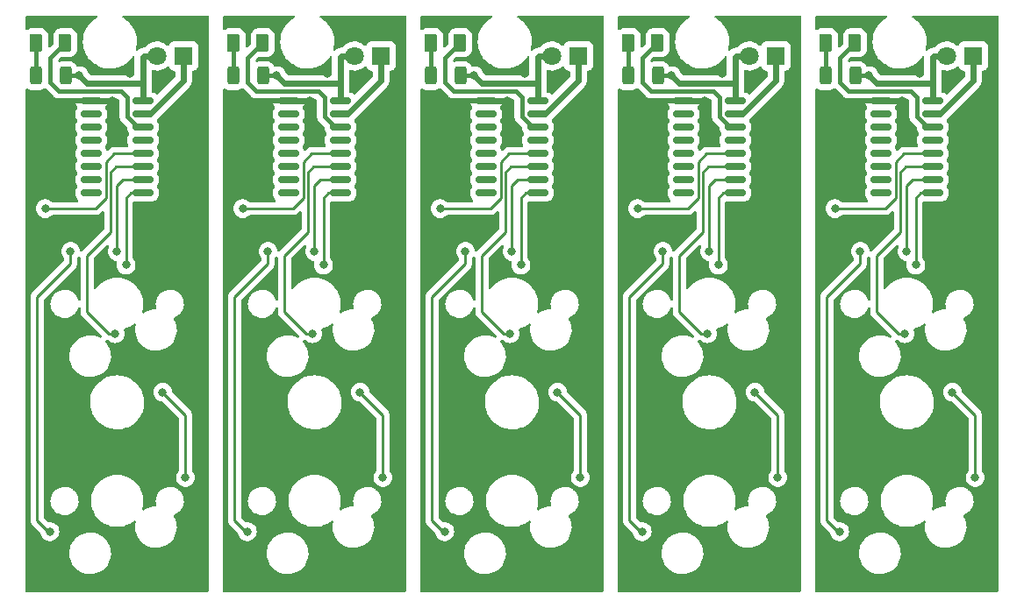
<source format=gtl>
%TF.GenerationSoftware,KiCad,Pcbnew,(6.0.11-0)*%
%TF.CreationDate,2025-01-13T00:44:50+09:00*%
%TF.ProjectId,Array,41727261-792e-46b6-9963-61645f706362,rev?*%
%TF.SameCoordinates,Original*%
%TF.FileFunction,Copper,L1,Top*%
%TF.FilePolarity,Positive*%
%FSLAX46Y46*%
G04 Gerber Fmt 4.6, Leading zero omitted, Abs format (unit mm)*
G04 Created by KiCad (PCBNEW (6.0.11-0)) date 2025-01-13 00:44:50*
%MOMM*%
%LPD*%
G01*
G04 APERTURE LIST*
G04 Aperture macros list*
%AMRoundRect*
0 Rectangle with rounded corners*
0 $1 Rounding radius*
0 $2 $3 $4 $5 $6 $7 $8 $9 X,Y pos of 4 corners*
0 Add a 4 corners polygon primitive as box body*
4,1,4,$2,$3,$4,$5,$6,$7,$8,$9,$2,$3,0*
0 Add four circle primitives for the rounded corners*
1,1,$1+$1,$2,$3*
1,1,$1+$1,$4,$5*
1,1,$1+$1,$6,$7*
1,1,$1+$1,$8,$9*
0 Add four rect primitives between the rounded corners*
20,1,$1+$1,$2,$3,$4,$5,0*
20,1,$1+$1,$4,$5,$6,$7,0*
20,1,$1+$1,$6,$7,$8,$9,0*
20,1,$1+$1,$8,$9,$2,$3,0*%
G04 Aperture macros list end*
%TA.AperFunction,SMDPad,CuDef*%
%ADD10RoundRect,0.150000X-0.850000X-0.150000X0.850000X-0.150000X0.850000X0.150000X-0.850000X0.150000X0*%
%TD*%
%TA.AperFunction,SMDPad,CuDef*%
%ADD11RoundRect,0.250000X0.375000X0.625000X-0.375000X0.625000X-0.375000X-0.625000X0.375000X-0.625000X0*%
%TD*%
%TA.AperFunction,ComponentPad*%
%ADD12C,1.800000*%
%TD*%
%TA.AperFunction,ComponentPad*%
%ADD13R,1.800000X1.800000*%
%TD*%
%TA.AperFunction,SMDPad,CuDef*%
%ADD14RoundRect,0.250000X0.312500X0.625000X-0.312500X0.625000X-0.312500X-0.625000X0.312500X-0.625000X0*%
%TD*%
%TA.AperFunction,ViaPad*%
%ADD15C,0.800000*%
%TD*%
%TA.AperFunction,Conductor*%
%ADD16C,0.250000*%
%TD*%
%TA.AperFunction,Conductor*%
%ADD17C,0.400000*%
%TD*%
%TA.AperFunction,Conductor*%
%ADD18C,0.600000*%
%TD*%
G04 APERTURE END LIST*
D10*
%TO.P,U5,16,VDD*%
%TO.N,Net-(BT1-Pad1)*%
X88225000Y-28030000D03*
%TO.P,U5,15,REM*%
%TO.N,Net-(D_IR1-Pad1)*%
X88225000Y-29300000D03*
%TO.P,U5,14,PD0*%
%TO.N,Net-(D2-Pad1)*%
X88225000Y-30570000D03*
%TO.P,U5,13,PD1*%
%TO.N,unconnected-(U1-Pad13)*%
X88225000Y-31840000D03*
%TO.P,U5,12,PD2*%
%TO.N,Net-(SW1-Pad1)*%
X88225000Y-33110000D03*
%TO.P,U5,11,PD3*%
%TO.N,Net-(U1-Pad11)*%
X88225000Y-34380000D03*
%TO.P,U5,10,PB0*%
%TO.N,Net-(U1-Pad10)*%
X88225000Y-35650000D03*
%TO.P,U5,9,PB1*%
%TO.N,Net-(SW2-Pad2)*%
X88225000Y-36920000D03*
%TO.P,U5,8,PB2*%
%TO.N,unconnected-(U1-Pad8)*%
X83225000Y-36920000D03*
%TO.P,U5,7,PB3*%
%TO.N,unconnected-(U1-Pad7)*%
X83225000Y-35650000D03*
%TO.P,U5,6,PA0*%
%TO.N,unconnected-(U1-Pad6)*%
X83225000Y-34380000D03*
%TO.P,U5,5,PA1*%
%TO.N,unconnected-(U1-Pad5)*%
X83225000Y-33110000D03*
%TO.P,U5,4,PA2*%
%TO.N,unconnected-(U1-Pad4)*%
X83225000Y-31840000D03*
%TO.P,U5,3,PA3/VPP*%
%TO.N,unconnected-(U1-Pad3)*%
X83225000Y-30570000D03*
%TO.P,U5,2,CAP*%
%TO.N,unconnected-(U1-Pad2)*%
X83225000Y-29300000D03*
%TO.P,U5,1,VSS*%
%TO.N,Net-(BT1-Pad2)*%
X83225000Y-28030000D03*
%TD*%
D11*
%TO.P,D6,2,A*%
%TO.N,Net-(D2-Pad2)*%
X77925000Y-22375000D03*
%TO.P,D6,1,K*%
%TO.N,Net-(D2-Pad1)*%
X80725000Y-22375000D03*
%TD*%
D12*
%TO.P,D_IR5,2,A*%
%TO.N,Net-(BT1-Pad1)*%
X89585000Y-23675000D03*
D13*
%TO.P,D_IR5,1,K*%
%TO.N,Net-(D_IR1-Pad1)*%
X92125000Y-23675000D03*
%TD*%
D14*
%TO.P,R5,2*%
%TO.N,Net-(D2-Pad2)*%
X77862500Y-25575000D03*
%TO.P,R5,1*%
%TO.N,Net-(BT1-Pad1)*%
X80787500Y-25575000D03*
%TD*%
D10*
%TO.P,U4,16,VDD*%
%TO.N,Net-(BT1-Pad1)*%
X69175000Y-28030000D03*
%TO.P,U4,15,REM*%
%TO.N,Net-(D_IR1-Pad1)*%
X69175000Y-29300000D03*
%TO.P,U4,14,PD0*%
%TO.N,Net-(D2-Pad1)*%
X69175000Y-30570000D03*
%TO.P,U4,13,PD1*%
%TO.N,unconnected-(U1-Pad13)*%
X69175000Y-31840000D03*
%TO.P,U4,12,PD2*%
%TO.N,Net-(SW1-Pad1)*%
X69175000Y-33110000D03*
%TO.P,U4,11,PD3*%
%TO.N,Net-(U1-Pad11)*%
X69175000Y-34380000D03*
%TO.P,U4,10,PB0*%
%TO.N,Net-(U1-Pad10)*%
X69175000Y-35650000D03*
%TO.P,U4,9,PB1*%
%TO.N,Net-(SW2-Pad2)*%
X69175000Y-36920000D03*
%TO.P,U4,8,PB2*%
%TO.N,unconnected-(U1-Pad8)*%
X64175000Y-36920000D03*
%TO.P,U4,7,PB3*%
%TO.N,unconnected-(U1-Pad7)*%
X64175000Y-35650000D03*
%TO.P,U4,6,PA0*%
%TO.N,unconnected-(U1-Pad6)*%
X64175000Y-34380000D03*
%TO.P,U4,5,PA1*%
%TO.N,unconnected-(U1-Pad5)*%
X64175000Y-33110000D03*
%TO.P,U4,4,PA2*%
%TO.N,unconnected-(U1-Pad4)*%
X64175000Y-31840000D03*
%TO.P,U4,3,PA3/VPP*%
%TO.N,unconnected-(U1-Pad3)*%
X64175000Y-30570000D03*
%TO.P,U4,2,CAP*%
%TO.N,unconnected-(U1-Pad2)*%
X64175000Y-29300000D03*
%TO.P,U4,1,VSS*%
%TO.N,Net-(BT1-Pad2)*%
X64175000Y-28030000D03*
%TD*%
D11*
%TO.P,D5,2,A*%
%TO.N,Net-(D2-Pad2)*%
X58875000Y-22375000D03*
%TO.P,D5,1,K*%
%TO.N,Net-(D2-Pad1)*%
X61675000Y-22375000D03*
%TD*%
D12*
%TO.P,D_IR4,2,A*%
%TO.N,Net-(BT1-Pad1)*%
X70535000Y-23675000D03*
D13*
%TO.P,D_IR4,1,K*%
%TO.N,Net-(D_IR1-Pad1)*%
X73075000Y-23675000D03*
%TD*%
D14*
%TO.P,R4,2*%
%TO.N,Net-(D2-Pad2)*%
X58812500Y-25575000D03*
%TO.P,R4,1*%
%TO.N,Net-(BT1-Pad1)*%
X61737500Y-25575000D03*
%TD*%
D10*
%TO.P,U3,16,VDD*%
%TO.N,Net-(BT1-Pad1)*%
X50125000Y-28030000D03*
%TO.P,U3,15,REM*%
%TO.N,Net-(D_IR1-Pad1)*%
X50125000Y-29300000D03*
%TO.P,U3,14,PD0*%
%TO.N,Net-(D2-Pad1)*%
X50125000Y-30570000D03*
%TO.P,U3,13,PD1*%
%TO.N,unconnected-(U1-Pad13)*%
X50125000Y-31840000D03*
%TO.P,U3,12,PD2*%
%TO.N,Net-(SW1-Pad1)*%
X50125000Y-33110000D03*
%TO.P,U3,11,PD3*%
%TO.N,Net-(U1-Pad11)*%
X50125000Y-34380000D03*
%TO.P,U3,10,PB0*%
%TO.N,Net-(U1-Pad10)*%
X50125000Y-35650000D03*
%TO.P,U3,9,PB1*%
%TO.N,Net-(SW2-Pad2)*%
X50125000Y-36920000D03*
%TO.P,U3,8,PB2*%
%TO.N,unconnected-(U1-Pad8)*%
X45125000Y-36920000D03*
%TO.P,U3,7,PB3*%
%TO.N,unconnected-(U1-Pad7)*%
X45125000Y-35650000D03*
%TO.P,U3,6,PA0*%
%TO.N,unconnected-(U1-Pad6)*%
X45125000Y-34380000D03*
%TO.P,U3,5,PA1*%
%TO.N,unconnected-(U1-Pad5)*%
X45125000Y-33110000D03*
%TO.P,U3,4,PA2*%
%TO.N,unconnected-(U1-Pad4)*%
X45125000Y-31840000D03*
%TO.P,U3,3,PA3/VPP*%
%TO.N,unconnected-(U1-Pad3)*%
X45125000Y-30570000D03*
%TO.P,U3,2,CAP*%
%TO.N,unconnected-(U1-Pad2)*%
X45125000Y-29300000D03*
%TO.P,U3,1,VSS*%
%TO.N,Net-(BT1-Pad2)*%
X45125000Y-28030000D03*
%TD*%
D11*
%TO.P,D4,2,A*%
%TO.N,Net-(D2-Pad2)*%
X39825000Y-22375000D03*
%TO.P,D4,1,K*%
%TO.N,Net-(D2-Pad1)*%
X42625000Y-22375000D03*
%TD*%
D12*
%TO.P,D_IR3,2,A*%
%TO.N,Net-(BT1-Pad1)*%
X51485000Y-23675000D03*
D13*
%TO.P,D_IR3,1,K*%
%TO.N,Net-(D_IR1-Pad1)*%
X54025000Y-23675000D03*
%TD*%
D14*
%TO.P,R3,2*%
%TO.N,Net-(D2-Pad2)*%
X39762500Y-25575000D03*
%TO.P,R3,1*%
%TO.N,Net-(BT1-Pad1)*%
X42687500Y-25575000D03*
%TD*%
D10*
%TO.P,U2,16,VDD*%
%TO.N,Net-(BT1-Pad1)*%
X31075000Y-28030000D03*
%TO.P,U2,15,REM*%
%TO.N,Net-(D_IR1-Pad1)*%
X31075000Y-29300000D03*
%TO.P,U2,14,PD0*%
%TO.N,Net-(D2-Pad1)*%
X31075000Y-30570000D03*
%TO.P,U2,13,PD1*%
%TO.N,unconnected-(U1-Pad13)*%
X31075000Y-31840000D03*
%TO.P,U2,12,PD2*%
%TO.N,Net-(SW1-Pad1)*%
X31075000Y-33110000D03*
%TO.P,U2,11,PD3*%
%TO.N,Net-(U1-Pad11)*%
X31075000Y-34380000D03*
%TO.P,U2,10,PB0*%
%TO.N,Net-(U1-Pad10)*%
X31075000Y-35650000D03*
%TO.P,U2,9,PB1*%
%TO.N,Net-(SW2-Pad2)*%
X31075000Y-36920000D03*
%TO.P,U2,8,PB2*%
%TO.N,unconnected-(U1-Pad8)*%
X26075000Y-36920000D03*
%TO.P,U2,7,PB3*%
%TO.N,unconnected-(U1-Pad7)*%
X26075000Y-35650000D03*
%TO.P,U2,6,PA0*%
%TO.N,unconnected-(U1-Pad6)*%
X26075000Y-34380000D03*
%TO.P,U2,5,PA1*%
%TO.N,unconnected-(U1-Pad5)*%
X26075000Y-33110000D03*
%TO.P,U2,4,PA2*%
%TO.N,unconnected-(U1-Pad4)*%
X26075000Y-31840000D03*
%TO.P,U2,3,PA3/VPP*%
%TO.N,unconnected-(U1-Pad3)*%
X26075000Y-30570000D03*
%TO.P,U2,2,CAP*%
%TO.N,unconnected-(U1-Pad2)*%
X26075000Y-29300000D03*
%TO.P,U2,1,VSS*%
%TO.N,Net-(BT1-Pad2)*%
X26075000Y-28030000D03*
%TD*%
D11*
%TO.P,D3,2,A*%
%TO.N,Net-(D2-Pad2)*%
X20775000Y-22375000D03*
%TO.P,D3,1,K*%
%TO.N,Net-(D2-Pad1)*%
X23575000Y-22375000D03*
%TD*%
D12*
%TO.P,D_IR2,2,A*%
%TO.N,Net-(BT1-Pad1)*%
X32435000Y-23675000D03*
D13*
%TO.P,D_IR2,1,K*%
%TO.N,Net-(D_IR1-Pad1)*%
X34975000Y-23675000D03*
%TD*%
D14*
%TO.P,R2,2*%
%TO.N,Net-(D2-Pad2)*%
X20712500Y-25575000D03*
%TO.P,R2,1*%
%TO.N,Net-(BT1-Pad1)*%
X23637500Y-25575000D03*
%TD*%
%TO.P,R1,2*%
%TO.N,Net-(D2-Pad2)*%
X1662500Y-25575000D03*
%TO.P,R1,1*%
%TO.N,Net-(BT1-Pad1)*%
X4587500Y-25575000D03*
%TD*%
D12*
%TO.P,D_IR1,2,A*%
%TO.N,Net-(BT1-Pad1)*%
X13385000Y-23675000D03*
D13*
%TO.P,D_IR1,1,K*%
%TO.N,Net-(D_IR1-Pad1)*%
X15925000Y-23675000D03*
%TD*%
D11*
%TO.P,D2,2,A*%
%TO.N,Net-(D2-Pad2)*%
X1725000Y-22375000D03*
%TO.P,D2,1,K*%
%TO.N,Net-(D2-Pad1)*%
X4525000Y-22375000D03*
%TD*%
D10*
%TO.P,U1,16,VDD*%
%TO.N,Net-(BT1-Pad1)*%
X12025000Y-28030000D03*
%TO.P,U1,15,REM*%
%TO.N,Net-(D_IR1-Pad1)*%
X12025000Y-29300000D03*
%TO.P,U1,14,PD0*%
%TO.N,Net-(D2-Pad1)*%
X12025000Y-30570000D03*
%TO.P,U1,13,PD1*%
%TO.N,unconnected-(U1-Pad13)*%
X12025000Y-31840000D03*
%TO.P,U1,12,PD2*%
%TO.N,Net-(SW1-Pad1)*%
X12025000Y-33110000D03*
%TO.P,U1,11,PD3*%
%TO.N,Net-(U1-Pad11)*%
X12025000Y-34380000D03*
%TO.P,U1,10,PB0*%
%TO.N,Net-(U1-Pad10)*%
X12025000Y-35650000D03*
%TO.P,U1,9,PB1*%
%TO.N,Net-(SW2-Pad2)*%
X12025000Y-36920000D03*
%TO.P,U1,8,PB2*%
%TO.N,unconnected-(U1-Pad8)*%
X7025000Y-36920000D03*
%TO.P,U1,7,PB3*%
%TO.N,unconnected-(U1-Pad7)*%
X7025000Y-35650000D03*
%TO.P,U1,6,PA0*%
%TO.N,unconnected-(U1-Pad6)*%
X7025000Y-34380000D03*
%TO.P,U1,5,PA1*%
%TO.N,unconnected-(U1-Pad5)*%
X7025000Y-33110000D03*
%TO.P,U1,4,PA2*%
%TO.N,unconnected-(U1-Pad4)*%
X7025000Y-31840000D03*
%TO.P,U1,3,PA3/VPP*%
%TO.N,unconnected-(U1-Pad3)*%
X7025000Y-30570000D03*
%TO.P,U1,2,CAP*%
%TO.N,unconnected-(U1-Pad2)*%
X7025000Y-29300000D03*
%TO.P,U1,1,VSS*%
%TO.N,Net-(BT1-Pad2)*%
X7025000Y-28030000D03*
%TD*%
D15*
%TO.N,Net-(U1-Pad10)*%
X79235000Y-69645000D03*
X81235000Y-42565000D03*
X85725000Y-42565000D03*
%TO.N,Net-(U1-Pad11)*%
X85535000Y-50505000D03*
%TO.N,Net-(BT1-Pad2)*%
X86955000Y-25405000D03*
X87755000Y-20395000D03*
X85225000Y-27975000D03*
X82225000Y-20395000D03*
X90535000Y-25405000D03*
%TO.N,Net-(BT1-Pad1)*%
X82075000Y-25575000D03*
%TO.N,Net-(SW2-Pad2)*%
X92315000Y-64405000D03*
X90125000Y-56175000D03*
X86585000Y-43865000D03*
%TO.N,Net-(SW1-Pad1)*%
X78785000Y-38418249D03*
%TO.N,Net-(U1-Pad10)*%
X60185000Y-69645000D03*
X62185000Y-42565000D03*
X66675000Y-42565000D03*
%TO.N,Net-(U1-Pad11)*%
X66485000Y-50505000D03*
%TO.N,Net-(BT1-Pad2)*%
X67905000Y-25405000D03*
X68705000Y-20395000D03*
X66175000Y-27975000D03*
X63175000Y-20395000D03*
X71485000Y-25405000D03*
%TO.N,Net-(BT1-Pad1)*%
X63025000Y-25575000D03*
%TO.N,Net-(SW2-Pad2)*%
X73265000Y-64405000D03*
X71075000Y-56175000D03*
X67535000Y-43865000D03*
%TO.N,Net-(SW1-Pad1)*%
X59735000Y-38418249D03*
%TO.N,Net-(U1-Pad10)*%
X41135000Y-69645000D03*
X43135000Y-42565000D03*
X47625000Y-42565000D03*
%TO.N,Net-(U1-Pad11)*%
X47435000Y-50505000D03*
%TO.N,Net-(BT1-Pad2)*%
X48855000Y-25405000D03*
X49655000Y-20395000D03*
X47125000Y-27975000D03*
X44125000Y-20395000D03*
X52435000Y-25405000D03*
%TO.N,Net-(BT1-Pad1)*%
X43975000Y-25575000D03*
%TO.N,Net-(SW2-Pad2)*%
X54215000Y-64405000D03*
X52025000Y-56175000D03*
X48485000Y-43865000D03*
%TO.N,Net-(SW1-Pad1)*%
X40685000Y-38418249D03*
%TO.N,Net-(U1-Pad10)*%
X22085000Y-69645000D03*
X24085000Y-42565000D03*
X28575000Y-42565000D03*
%TO.N,Net-(U1-Pad11)*%
X28385000Y-50505000D03*
%TO.N,Net-(BT1-Pad2)*%
X29805000Y-25405000D03*
X30605000Y-20395000D03*
X28075000Y-27975000D03*
X25075000Y-20395000D03*
X33385000Y-25405000D03*
%TO.N,Net-(BT1-Pad1)*%
X24925000Y-25575000D03*
%TO.N,Net-(SW2-Pad2)*%
X35165000Y-64405000D03*
X32975000Y-56175000D03*
X29435000Y-43865000D03*
%TO.N,Net-(SW1-Pad1)*%
X21635000Y-38418249D03*
%TO.N,Net-(BT1-Pad1)*%
X5875000Y-25575000D03*
%TO.N,Net-(BT1-Pad2)*%
X14335000Y-25405000D03*
X6025000Y-20395000D03*
X9025000Y-27975000D03*
X11555000Y-20395000D03*
X10755000Y-25405000D03*
%TO.N,Net-(SW1-Pad1)*%
X2585000Y-38418249D03*
%TO.N,Net-(SW2-Pad2)*%
X10385000Y-43865000D03*
X13925000Y-56175000D03*
X16115000Y-64405000D03*
%TO.N,Net-(U1-Pad11)*%
X9335000Y-50505000D03*
%TO.N,Net-(U1-Pad10)*%
X9525000Y-42565000D03*
X5035000Y-42565000D03*
X3035000Y-69645000D03*
%TD*%
D16*
%TO.N,Net-(U1-Pad10)*%
X85725000Y-36195000D02*
X85725000Y-42565000D01*
X81235000Y-42565000D02*
X81235000Y-43725000D01*
X81235000Y-43725000D02*
X78695000Y-46265000D01*
X78695000Y-46265000D02*
X77985000Y-46975000D01*
X79105000Y-69645000D02*
X79235000Y-69645000D01*
X77985000Y-46975000D02*
X77985000Y-68525000D01*
X88225000Y-35650000D02*
X86270000Y-35650000D01*
X86270000Y-35650000D02*
X85725000Y-36195000D01*
X77985000Y-68525000D02*
X79105000Y-69645000D01*
%TO.N,Net-(U1-Pad11)*%
X82825000Y-42975000D02*
X82825000Y-48425000D01*
X82825000Y-48425000D02*
X84905000Y-50505000D01*
X85110000Y-40690000D02*
X82825000Y-42975000D01*
X88225000Y-34380000D02*
X85640000Y-34380000D01*
X84905000Y-50505000D02*
X85535000Y-50505000D01*
X85640000Y-34380000D02*
X85110000Y-34910000D01*
X85110000Y-34910000D02*
X85110000Y-40690000D01*
D17*
%TO.N,Net-(D2-Pad1)*%
X87717183Y-30570000D02*
X86675000Y-29527817D01*
X79255000Y-26235000D02*
X79255000Y-23845000D01*
X86675000Y-29527817D02*
X86675000Y-27675000D01*
X80085000Y-27065000D02*
X79255000Y-26235000D01*
X88225000Y-30570000D02*
X87717183Y-30570000D01*
X86065000Y-27065000D02*
X80085000Y-27065000D01*
X86675000Y-27675000D02*
X86065000Y-27065000D01*
X79255000Y-23845000D02*
X80725000Y-22375000D01*
%TO.N,Net-(D2-Pad2)*%
X77862500Y-25575000D02*
X77862500Y-22437500D01*
X77862500Y-22437500D02*
X77925000Y-22375000D01*
D18*
%TO.N,Net-(BT1-Pad2)*%
X85170000Y-28030000D02*
X85225000Y-27975000D01*
X83225000Y-28030000D02*
X85170000Y-28030000D01*
%TO.N,Net-(BT1-Pad1)*%
X88325000Y-23675000D02*
X88225000Y-23775000D01*
X88225000Y-25575000D02*
X88225000Y-23775000D01*
D17*
X88115000Y-26315000D02*
X88225000Y-26205000D01*
X80787500Y-25575000D02*
X82075000Y-25575000D01*
D16*
%TO.N,Net-(SW2-Pad2)*%
X86585000Y-37385000D02*
X86585000Y-43865000D01*
X90125000Y-56175000D02*
X92315000Y-58365000D01*
X92315000Y-58365000D02*
X92315000Y-64405000D01*
X87050000Y-36920000D02*
X86585000Y-37385000D01*
X88225000Y-36920000D02*
X87050000Y-36920000D01*
%TO.N,Net-(SW1-Pad1)*%
X84630000Y-33930000D02*
X84630000Y-37400000D01*
X84630000Y-37400000D02*
X83611751Y-38418249D01*
X88225000Y-33110000D02*
X85450000Y-33110000D01*
X85450000Y-33110000D02*
X84630000Y-33930000D01*
X83611751Y-38418249D02*
X78785000Y-38418249D01*
D18*
%TO.N,Net-(D_IR1-Pad1)*%
X88874239Y-29300000D02*
X88225000Y-29300000D01*
X92125000Y-26049239D02*
X88874239Y-29300000D01*
X92125000Y-23675000D02*
X92125000Y-26049239D01*
%TO.N,Net-(BT1-Pad1)*%
X88225000Y-28030000D02*
X88225000Y-26205000D01*
X88225000Y-26205000D02*
X88225000Y-25575000D01*
X89585000Y-23675000D02*
X88325000Y-23675000D01*
X82075000Y-25575000D02*
X82815000Y-26315000D01*
X82815000Y-26315000D02*
X88115000Y-26315000D01*
D16*
%TO.N,Net-(U1-Pad10)*%
X66675000Y-36195000D02*
X66675000Y-42565000D01*
X62185000Y-42565000D02*
X62185000Y-43725000D01*
X62185000Y-43725000D02*
X59645000Y-46265000D01*
X59645000Y-46265000D02*
X58935000Y-46975000D01*
X60055000Y-69645000D02*
X60185000Y-69645000D01*
X58935000Y-46975000D02*
X58935000Y-68525000D01*
X69175000Y-35650000D02*
X67220000Y-35650000D01*
X67220000Y-35650000D02*
X66675000Y-36195000D01*
X58935000Y-68525000D02*
X60055000Y-69645000D01*
%TO.N,Net-(U1-Pad11)*%
X63775000Y-42975000D02*
X63775000Y-48425000D01*
X63775000Y-48425000D02*
X65855000Y-50505000D01*
X66060000Y-40690000D02*
X63775000Y-42975000D01*
X69175000Y-34380000D02*
X66590000Y-34380000D01*
X65855000Y-50505000D02*
X66485000Y-50505000D01*
X66590000Y-34380000D02*
X66060000Y-34910000D01*
X66060000Y-34910000D02*
X66060000Y-40690000D01*
D17*
%TO.N,Net-(D2-Pad1)*%
X68667183Y-30570000D02*
X67625000Y-29527817D01*
X60205000Y-26235000D02*
X60205000Y-23845000D01*
X67625000Y-29527817D02*
X67625000Y-27675000D01*
X61035000Y-27065000D02*
X60205000Y-26235000D01*
X69175000Y-30570000D02*
X68667183Y-30570000D01*
X67015000Y-27065000D02*
X61035000Y-27065000D01*
X67625000Y-27675000D02*
X67015000Y-27065000D01*
X60205000Y-23845000D02*
X61675000Y-22375000D01*
%TO.N,Net-(D2-Pad2)*%
X58812500Y-25575000D02*
X58812500Y-22437500D01*
X58812500Y-22437500D02*
X58875000Y-22375000D01*
D18*
%TO.N,Net-(BT1-Pad2)*%
X66120000Y-28030000D02*
X66175000Y-27975000D01*
X64175000Y-28030000D02*
X66120000Y-28030000D01*
%TO.N,Net-(BT1-Pad1)*%
X69275000Y-23675000D02*
X69175000Y-23775000D01*
X69175000Y-25575000D02*
X69175000Y-23775000D01*
D17*
X69065000Y-26315000D02*
X69175000Y-26205000D01*
X61737500Y-25575000D02*
X63025000Y-25575000D01*
D16*
%TO.N,Net-(SW2-Pad2)*%
X67535000Y-37385000D02*
X67535000Y-43865000D01*
X71075000Y-56175000D02*
X73265000Y-58365000D01*
X73265000Y-58365000D02*
X73265000Y-64405000D01*
X68000000Y-36920000D02*
X67535000Y-37385000D01*
X69175000Y-36920000D02*
X68000000Y-36920000D01*
%TO.N,Net-(SW1-Pad1)*%
X65580000Y-33930000D02*
X65580000Y-37400000D01*
X65580000Y-37400000D02*
X64561751Y-38418249D01*
X69175000Y-33110000D02*
X66400000Y-33110000D01*
X66400000Y-33110000D02*
X65580000Y-33930000D01*
X64561751Y-38418249D02*
X59735000Y-38418249D01*
D18*
%TO.N,Net-(D_IR1-Pad1)*%
X69824239Y-29300000D02*
X69175000Y-29300000D01*
X73075000Y-26049239D02*
X69824239Y-29300000D01*
X73075000Y-23675000D02*
X73075000Y-26049239D01*
%TO.N,Net-(BT1-Pad1)*%
X69175000Y-28030000D02*
X69175000Y-26205000D01*
X69175000Y-26205000D02*
X69175000Y-25575000D01*
X70535000Y-23675000D02*
X69275000Y-23675000D01*
X63025000Y-25575000D02*
X63765000Y-26315000D01*
X63765000Y-26315000D02*
X69065000Y-26315000D01*
D16*
%TO.N,Net-(U1-Pad10)*%
X47625000Y-36195000D02*
X47625000Y-42565000D01*
X43135000Y-42565000D02*
X43135000Y-43725000D01*
X43135000Y-43725000D02*
X40595000Y-46265000D01*
X40595000Y-46265000D02*
X39885000Y-46975000D01*
X41005000Y-69645000D02*
X41135000Y-69645000D01*
X39885000Y-46975000D02*
X39885000Y-68525000D01*
X50125000Y-35650000D02*
X48170000Y-35650000D01*
X48170000Y-35650000D02*
X47625000Y-36195000D01*
X39885000Y-68525000D02*
X41005000Y-69645000D01*
%TO.N,Net-(U1-Pad11)*%
X44725000Y-42975000D02*
X44725000Y-48425000D01*
X44725000Y-48425000D02*
X46805000Y-50505000D01*
X47010000Y-40690000D02*
X44725000Y-42975000D01*
X50125000Y-34380000D02*
X47540000Y-34380000D01*
X46805000Y-50505000D02*
X47435000Y-50505000D01*
X47540000Y-34380000D02*
X47010000Y-34910000D01*
X47010000Y-34910000D02*
X47010000Y-40690000D01*
D17*
%TO.N,Net-(D2-Pad1)*%
X49617183Y-30570000D02*
X48575000Y-29527817D01*
X41155000Y-26235000D02*
X41155000Y-23845000D01*
X48575000Y-29527817D02*
X48575000Y-27675000D01*
X41985000Y-27065000D02*
X41155000Y-26235000D01*
X50125000Y-30570000D02*
X49617183Y-30570000D01*
X47965000Y-27065000D02*
X41985000Y-27065000D01*
X48575000Y-27675000D02*
X47965000Y-27065000D01*
X41155000Y-23845000D02*
X42625000Y-22375000D01*
%TO.N,Net-(D2-Pad2)*%
X39762500Y-25575000D02*
X39762500Y-22437500D01*
X39762500Y-22437500D02*
X39825000Y-22375000D01*
D18*
%TO.N,Net-(BT1-Pad2)*%
X47070000Y-28030000D02*
X47125000Y-27975000D01*
X45125000Y-28030000D02*
X47070000Y-28030000D01*
%TO.N,Net-(BT1-Pad1)*%
X50225000Y-23675000D02*
X50125000Y-23775000D01*
X50125000Y-25575000D02*
X50125000Y-23775000D01*
D17*
X50015000Y-26315000D02*
X50125000Y-26205000D01*
X42687500Y-25575000D02*
X43975000Y-25575000D01*
D16*
%TO.N,Net-(SW2-Pad2)*%
X48485000Y-37385000D02*
X48485000Y-43865000D01*
X52025000Y-56175000D02*
X54215000Y-58365000D01*
X54215000Y-58365000D02*
X54215000Y-64405000D01*
X48950000Y-36920000D02*
X48485000Y-37385000D01*
X50125000Y-36920000D02*
X48950000Y-36920000D01*
%TO.N,Net-(SW1-Pad1)*%
X46530000Y-33930000D02*
X46530000Y-37400000D01*
X46530000Y-37400000D02*
X45511751Y-38418249D01*
X50125000Y-33110000D02*
X47350000Y-33110000D01*
X47350000Y-33110000D02*
X46530000Y-33930000D01*
X45511751Y-38418249D02*
X40685000Y-38418249D01*
D18*
%TO.N,Net-(D_IR1-Pad1)*%
X50774239Y-29300000D02*
X50125000Y-29300000D01*
X54025000Y-26049239D02*
X50774239Y-29300000D01*
X54025000Y-23675000D02*
X54025000Y-26049239D01*
%TO.N,Net-(BT1-Pad1)*%
X50125000Y-28030000D02*
X50125000Y-26205000D01*
X50125000Y-26205000D02*
X50125000Y-25575000D01*
X51485000Y-23675000D02*
X50225000Y-23675000D01*
X43975000Y-25575000D02*
X44715000Y-26315000D01*
X44715000Y-26315000D02*
X50015000Y-26315000D01*
D16*
%TO.N,Net-(U1-Pad10)*%
X28575000Y-36195000D02*
X28575000Y-42565000D01*
X24085000Y-42565000D02*
X24085000Y-43725000D01*
X24085000Y-43725000D02*
X21545000Y-46265000D01*
X21545000Y-46265000D02*
X20835000Y-46975000D01*
X21955000Y-69645000D02*
X22085000Y-69645000D01*
X20835000Y-46975000D02*
X20835000Y-68525000D01*
X31075000Y-35650000D02*
X29120000Y-35650000D01*
X29120000Y-35650000D02*
X28575000Y-36195000D01*
X20835000Y-68525000D02*
X21955000Y-69645000D01*
%TO.N,Net-(U1-Pad11)*%
X25675000Y-42975000D02*
X25675000Y-48425000D01*
X25675000Y-48425000D02*
X27755000Y-50505000D01*
X27960000Y-40690000D02*
X25675000Y-42975000D01*
X31075000Y-34380000D02*
X28490000Y-34380000D01*
X27755000Y-50505000D02*
X28385000Y-50505000D01*
X28490000Y-34380000D02*
X27960000Y-34910000D01*
X27960000Y-34910000D02*
X27960000Y-40690000D01*
D17*
%TO.N,Net-(D2-Pad1)*%
X30567183Y-30570000D02*
X29525000Y-29527817D01*
X22105000Y-26235000D02*
X22105000Y-23845000D01*
X29525000Y-29527817D02*
X29525000Y-27675000D01*
X22935000Y-27065000D02*
X22105000Y-26235000D01*
X31075000Y-30570000D02*
X30567183Y-30570000D01*
X28915000Y-27065000D02*
X22935000Y-27065000D01*
X29525000Y-27675000D02*
X28915000Y-27065000D01*
X22105000Y-23845000D02*
X23575000Y-22375000D01*
%TO.N,Net-(D2-Pad2)*%
X20712500Y-25575000D02*
X20712500Y-22437500D01*
X20712500Y-22437500D02*
X20775000Y-22375000D01*
D18*
%TO.N,Net-(BT1-Pad2)*%
X28020000Y-28030000D02*
X28075000Y-27975000D01*
X26075000Y-28030000D02*
X28020000Y-28030000D01*
%TO.N,Net-(BT1-Pad1)*%
X31175000Y-23675000D02*
X31075000Y-23775000D01*
X31075000Y-25575000D02*
X31075000Y-23775000D01*
D17*
X30965000Y-26315000D02*
X31075000Y-26205000D01*
X23637500Y-25575000D02*
X24925000Y-25575000D01*
D16*
%TO.N,Net-(SW2-Pad2)*%
X29435000Y-37385000D02*
X29435000Y-43865000D01*
X32975000Y-56175000D02*
X35165000Y-58365000D01*
X35165000Y-58365000D02*
X35165000Y-64405000D01*
X29900000Y-36920000D02*
X29435000Y-37385000D01*
X31075000Y-36920000D02*
X29900000Y-36920000D01*
%TO.N,Net-(SW1-Pad1)*%
X27480000Y-33930000D02*
X27480000Y-37400000D01*
X27480000Y-37400000D02*
X26461751Y-38418249D01*
X31075000Y-33110000D02*
X28300000Y-33110000D01*
X28300000Y-33110000D02*
X27480000Y-33930000D01*
X26461751Y-38418249D02*
X21635000Y-38418249D01*
D18*
%TO.N,Net-(D_IR1-Pad1)*%
X31724239Y-29300000D02*
X31075000Y-29300000D01*
X34975000Y-26049239D02*
X31724239Y-29300000D01*
X34975000Y-23675000D02*
X34975000Y-26049239D01*
%TO.N,Net-(BT1-Pad1)*%
X31075000Y-28030000D02*
X31075000Y-26205000D01*
X31075000Y-26205000D02*
X31075000Y-25575000D01*
X32435000Y-23675000D02*
X31175000Y-23675000D01*
X24925000Y-25575000D02*
X25665000Y-26315000D01*
X25665000Y-26315000D02*
X30965000Y-26315000D01*
X6615000Y-26315000D02*
X11915000Y-26315000D01*
X12025000Y-26205000D02*
X12025000Y-25575000D01*
X13385000Y-23675000D02*
X12125000Y-23675000D01*
X5875000Y-25575000D02*
X6615000Y-26315000D01*
X12025000Y-28030000D02*
X12025000Y-26205000D01*
D17*
X4587500Y-25575000D02*
X5875000Y-25575000D01*
X11915000Y-26315000D02*
X12025000Y-26205000D01*
D18*
X12025000Y-25575000D02*
X12025000Y-23775000D01*
X12125000Y-23675000D02*
X12025000Y-23775000D01*
%TO.N,Net-(BT1-Pad2)*%
X7025000Y-28030000D02*
X8970000Y-28030000D01*
X8970000Y-28030000D02*
X9025000Y-27975000D01*
D17*
%TO.N,Net-(D2-Pad2)*%
X1662500Y-22437500D02*
X1725000Y-22375000D01*
X1662500Y-25575000D02*
X1662500Y-22437500D01*
%TO.N,Net-(D2-Pad1)*%
X3055000Y-23845000D02*
X4525000Y-22375000D01*
X10475000Y-27675000D02*
X9865000Y-27065000D01*
X9865000Y-27065000D02*
X3885000Y-27065000D01*
X12025000Y-30570000D02*
X11517183Y-30570000D01*
X3885000Y-27065000D02*
X3055000Y-26235000D01*
X10475000Y-29527817D02*
X10475000Y-27675000D01*
X3055000Y-26235000D02*
X3055000Y-23845000D01*
X11517183Y-30570000D02*
X10475000Y-29527817D01*
D18*
%TO.N,Net-(D_IR1-Pad1)*%
X15925000Y-23675000D02*
X15925000Y-26049239D01*
X15925000Y-26049239D02*
X12674239Y-29300000D01*
X12674239Y-29300000D02*
X12025000Y-29300000D01*
D16*
%TO.N,Net-(SW1-Pad1)*%
X7411751Y-38418249D02*
X2585000Y-38418249D01*
X9250000Y-33110000D02*
X8430000Y-33930000D01*
X12025000Y-33110000D02*
X9250000Y-33110000D01*
X8430000Y-37400000D02*
X7411751Y-38418249D01*
X8430000Y-33930000D02*
X8430000Y-37400000D01*
%TO.N,Net-(SW2-Pad2)*%
X12025000Y-36920000D02*
X10850000Y-36920000D01*
X10850000Y-36920000D02*
X10385000Y-37385000D01*
X16115000Y-58365000D02*
X16115000Y-64405000D01*
X13925000Y-56175000D02*
X16115000Y-58365000D01*
X10385000Y-37385000D02*
X10385000Y-43865000D01*
%TO.N,Net-(U1-Pad11)*%
X8910000Y-34910000D02*
X8910000Y-40690000D01*
X9440000Y-34380000D02*
X8910000Y-34910000D01*
X8705000Y-50505000D02*
X9335000Y-50505000D01*
X12025000Y-34380000D02*
X9440000Y-34380000D01*
X8910000Y-40690000D02*
X6625000Y-42975000D01*
X6625000Y-48425000D02*
X8705000Y-50505000D01*
X6625000Y-42975000D02*
X6625000Y-48425000D01*
%TO.N,Net-(U1-Pad10)*%
X1785000Y-68525000D02*
X2905000Y-69645000D01*
X10070000Y-35650000D02*
X9525000Y-36195000D01*
X12025000Y-35650000D02*
X10070000Y-35650000D01*
X1785000Y-46975000D02*
X1785000Y-68525000D01*
X2905000Y-69645000D02*
X3035000Y-69645000D01*
X2495000Y-46265000D02*
X1785000Y-46975000D01*
X5035000Y-43725000D02*
X2495000Y-46265000D01*
X5035000Y-42565000D02*
X5035000Y-43725000D01*
X9525000Y-36195000D02*
X9525000Y-42565000D01*
%TD*%
%TA.AperFunction,Conductor*%
%TO.N,Net-(BT1-Pad2)*%
G36*
X18291621Y-19770502D02*
G01*
X18338114Y-19824158D01*
X18349500Y-19876500D01*
X18349500Y-75373500D01*
X18329498Y-75441621D01*
X18275842Y-75488114D01*
X18223500Y-75499500D01*
X826500Y-75499500D01*
X758379Y-75479498D01*
X711886Y-75425842D01*
X700500Y-75373500D01*
X700500Y-71669733D01*
X4917822Y-71669733D01*
X4927625Y-71950458D01*
X4928387Y-71954781D01*
X4928388Y-71954788D01*
X4952164Y-72089624D01*
X4976402Y-72227087D01*
X5063203Y-72494235D01*
X5186340Y-72746702D01*
X5188795Y-72750341D01*
X5188798Y-72750347D01*
X5261890Y-72858710D01*
X5343415Y-72979576D01*
X5531371Y-73188322D01*
X5746550Y-73368879D01*
X5984764Y-73517731D01*
X6241375Y-73631982D01*
X6511390Y-73709407D01*
X6515740Y-73710018D01*
X6515743Y-73710019D01*
X6618690Y-73724487D01*
X6789552Y-73748500D01*
X7000146Y-73748500D01*
X7002332Y-73748347D01*
X7002336Y-73748347D01*
X7205827Y-73734118D01*
X7205832Y-73734117D01*
X7210212Y-73733811D01*
X7484970Y-73675409D01*
X7489099Y-73673906D01*
X7489103Y-73673905D01*
X7744781Y-73580846D01*
X7744785Y-73580844D01*
X7748926Y-73579337D01*
X7996942Y-73447464D01*
X8101896Y-73371211D01*
X8220629Y-73284947D01*
X8220632Y-73284944D01*
X8224192Y-73282358D01*
X8426252Y-73087231D01*
X8599188Y-72865882D01*
X8601384Y-72862078D01*
X8601389Y-72862071D01*
X8737435Y-72626431D01*
X8739636Y-72622619D01*
X8844862Y-72362176D01*
X8878544Y-72227087D01*
X8911753Y-72093893D01*
X8911754Y-72093888D01*
X8912817Y-72089624D01*
X8942178Y-71810267D01*
X8932375Y-71529542D01*
X8908608Y-71394749D01*
X8884360Y-71257236D01*
X8883598Y-71252913D01*
X8796797Y-70985765D01*
X8793750Y-70979516D01*
X8732320Y-70853569D01*
X8673660Y-70733298D01*
X8671205Y-70729659D01*
X8671202Y-70729653D01*
X8552385Y-70553500D01*
X8516585Y-70500424D01*
X8328629Y-70291678D01*
X8113450Y-70111121D01*
X7875236Y-69962269D01*
X7618625Y-69848018D01*
X7348610Y-69770593D01*
X7344260Y-69769982D01*
X7344257Y-69769981D01*
X7241310Y-69755513D01*
X7070448Y-69731500D01*
X6859854Y-69731500D01*
X6857668Y-69731653D01*
X6857664Y-69731653D01*
X6654173Y-69745882D01*
X6654168Y-69745883D01*
X6649788Y-69746189D01*
X6375030Y-69804591D01*
X6370901Y-69806094D01*
X6370897Y-69806095D01*
X6115219Y-69899154D01*
X6115215Y-69899156D01*
X6111074Y-69900663D01*
X5863058Y-70032536D01*
X5859499Y-70035122D01*
X5859497Y-70035123D01*
X5657415Y-70181944D01*
X5635808Y-70197642D01*
X5632644Y-70200698D01*
X5632641Y-70200700D01*
X5543865Y-70286431D01*
X5433748Y-70392769D01*
X5260812Y-70614118D01*
X5258616Y-70617922D01*
X5258611Y-70617929D01*
X5185278Y-70744947D01*
X5120364Y-70857381D01*
X5015138Y-71117824D01*
X5014073Y-71122097D01*
X5014072Y-71122099D01*
X4980379Y-71257236D01*
X4947183Y-71390376D01*
X4917822Y-71669733D01*
X700500Y-71669733D01*
X700500Y-26916378D01*
X720502Y-26848257D01*
X774158Y-26801764D01*
X844432Y-26791660D01*
X892616Y-26809118D01*
X1021032Y-26888275D01*
X1027262Y-26892115D01*
X1100413Y-26916378D01*
X1188611Y-26945632D01*
X1188613Y-26945632D01*
X1195139Y-26947797D01*
X1201975Y-26948497D01*
X1201978Y-26948498D01*
X1245031Y-26952909D01*
X1299600Y-26958500D01*
X2025400Y-26958500D01*
X2028646Y-26958163D01*
X2028650Y-26958163D01*
X2124308Y-26948238D01*
X2124312Y-26948237D01*
X2131166Y-26947526D01*
X2137702Y-26945345D01*
X2137704Y-26945345D01*
X2269806Y-26901272D01*
X2298946Y-26891550D01*
X2449348Y-26798478D01*
X2454195Y-26793623D01*
X2519830Y-26767059D01*
X2589594Y-26780231D01*
X2621377Y-26803347D01*
X3014880Y-27196851D01*
X3363565Y-27545536D01*
X3369418Y-27551801D01*
X3407439Y-27595385D01*
X3459729Y-27632136D01*
X3464971Y-27636028D01*
X3515282Y-27675476D01*
X3522201Y-27678600D01*
X3524493Y-27679988D01*
X3539165Y-27688357D01*
X3541525Y-27689622D01*
X3547739Y-27693990D01*
X3554818Y-27696750D01*
X3554820Y-27696751D01*
X3607275Y-27717202D01*
X3613344Y-27719753D01*
X3671573Y-27746045D01*
X3679046Y-27747430D01*
X3681612Y-27748234D01*
X3697835Y-27752855D01*
X3700427Y-27753520D01*
X3707509Y-27756282D01*
X3715044Y-27757274D01*
X3770861Y-27764622D01*
X3777377Y-27765654D01*
X3815770Y-27772770D01*
X3840186Y-27777295D01*
X3847766Y-27776858D01*
X3847767Y-27776858D01*
X3902380Y-27773709D01*
X3909633Y-27773500D01*
X5499643Y-27773500D01*
X5511186Y-27775993D01*
X5511250Y-27775078D01*
X5524414Y-27776000D01*
X8521119Y-27776000D01*
X8538507Y-27773500D01*
X9519339Y-27773500D01*
X9587460Y-27793502D01*
X9608435Y-27810405D01*
X9729596Y-27931567D01*
X9763621Y-27993879D01*
X9766500Y-28020662D01*
X9766500Y-29498905D01*
X9766208Y-29507475D01*
X9763048Y-29553831D01*
X9762275Y-29565169D01*
X9763580Y-29572646D01*
X9763580Y-29572647D01*
X9773261Y-29628116D01*
X9774223Y-29634638D01*
X9781898Y-29698059D01*
X9784581Y-29705160D01*
X9785222Y-29707769D01*
X9789685Y-29724079D01*
X9790450Y-29726615D01*
X9791757Y-29734101D01*
X9794811Y-29741058D01*
X9817442Y-29792612D01*
X9819933Y-29798716D01*
X9842513Y-29858473D01*
X9846817Y-29864736D01*
X9848054Y-29867102D01*
X9856299Y-29881914D01*
X9857632Y-29884168D01*
X9860685Y-29891122D01*
X9894355Y-29935000D01*
X9899579Y-29941808D01*
X9903459Y-29947149D01*
X9935339Y-29993537D01*
X9935344Y-29993542D01*
X9939643Y-29999798D01*
X9945313Y-30004849D01*
X9945314Y-30004851D01*
X9986161Y-30041244D01*
X9991438Y-30046225D01*
X10479596Y-30534384D01*
X10513621Y-30596696D01*
X10516500Y-30623479D01*
X10516500Y-30786502D01*
X10519438Y-30823831D01*
X10565855Y-30983601D01*
X10650547Y-31126807D01*
X10653229Y-31129489D01*
X10678502Y-31193861D01*
X10664600Y-31263484D01*
X10654428Y-31279312D01*
X10650547Y-31283193D01*
X10565855Y-31426399D01*
X10519438Y-31586169D01*
X10516500Y-31623498D01*
X10516500Y-32056502D01*
X10519438Y-32093831D01*
X10565855Y-32253601D01*
X10585231Y-32286363D01*
X10602689Y-32355178D01*
X10580172Y-32422509D01*
X10524827Y-32466978D01*
X10476776Y-32476500D01*
X9328767Y-32476500D01*
X9317584Y-32475973D01*
X9310091Y-32474298D01*
X9302165Y-32474547D01*
X9302164Y-32474547D01*
X9242014Y-32476438D01*
X9238055Y-32476500D01*
X9210144Y-32476500D01*
X9206210Y-32476997D01*
X9206209Y-32476997D01*
X9206144Y-32477005D01*
X9194307Y-32477938D01*
X9162490Y-32478938D01*
X9158029Y-32479078D01*
X9150110Y-32479327D01*
X9132454Y-32484456D01*
X9130658Y-32484978D01*
X9111306Y-32488986D01*
X9104235Y-32489880D01*
X9091203Y-32491526D01*
X9083834Y-32494443D01*
X9083832Y-32494444D01*
X9050097Y-32507800D01*
X9038869Y-32511645D01*
X8996407Y-32523982D01*
X8989584Y-32528017D01*
X8989582Y-32528018D01*
X8978972Y-32534293D01*
X8961224Y-32542988D01*
X8942383Y-32550448D01*
X8935967Y-32555110D01*
X8935966Y-32555110D01*
X8906613Y-32576436D01*
X8896693Y-32582952D01*
X8865465Y-32601420D01*
X8865462Y-32601422D01*
X8858638Y-32605458D01*
X8844317Y-32619779D01*
X8829284Y-32632619D01*
X8812893Y-32644528D01*
X8807842Y-32650633D01*
X8807837Y-32650638D01*
X8784706Y-32678598D01*
X8776719Y-32687376D01*
X8698631Y-32765465D01*
X8636320Y-32799489D01*
X8565504Y-32794425D01*
X8508668Y-32751879D01*
X8488540Y-32711525D01*
X8486358Y-32704014D01*
X8486356Y-32704009D01*
X8484145Y-32696399D01*
X8399453Y-32553193D01*
X8396771Y-32550511D01*
X8371498Y-32486139D01*
X8385400Y-32416516D01*
X8395572Y-32400688D01*
X8399453Y-32396807D01*
X8484145Y-32253601D01*
X8530562Y-32093831D01*
X8533500Y-32056502D01*
X8533500Y-31623498D01*
X8530562Y-31586169D01*
X8484145Y-31426399D01*
X8399453Y-31283193D01*
X8396771Y-31280511D01*
X8371498Y-31216139D01*
X8385400Y-31146516D01*
X8395572Y-31130688D01*
X8399453Y-31126807D01*
X8484145Y-30983601D01*
X8530562Y-30823831D01*
X8533500Y-30786502D01*
X8533500Y-30353498D01*
X8530562Y-30316169D01*
X8484145Y-30156399D01*
X8399453Y-30013193D01*
X8396771Y-30010511D01*
X8371498Y-29946139D01*
X8385400Y-29876516D01*
X8395572Y-29860688D01*
X8399453Y-29856807D01*
X8484145Y-29713601D01*
X8488661Y-29698059D01*
X8516951Y-29600680D01*
X8530562Y-29553831D01*
X8533500Y-29516502D01*
X8533500Y-29083498D01*
X8530562Y-29046169D01*
X8484145Y-28886399D01*
X8399453Y-28743193D01*
X8396513Y-28740253D01*
X8371180Y-28675734D01*
X8385079Y-28606111D01*
X8397126Y-28587364D01*
X8403090Y-28579676D01*
X8479648Y-28450221D01*
X8485893Y-28435790D01*
X8524939Y-28301395D01*
X8524899Y-28287294D01*
X8517630Y-28284000D01*
X5538122Y-28284000D01*
X5524591Y-28287973D01*
X5523456Y-28295871D01*
X5564107Y-28435790D01*
X5570352Y-28450221D01*
X5646911Y-28579677D01*
X5652871Y-28587360D01*
X5678820Y-28653444D01*
X5664922Y-28723067D01*
X5654579Y-28739161D01*
X5650547Y-28743193D01*
X5565855Y-28886399D01*
X5519438Y-29046169D01*
X5516500Y-29083498D01*
X5516500Y-29516502D01*
X5519438Y-29553831D01*
X5533049Y-29600680D01*
X5561340Y-29698059D01*
X5565855Y-29713601D01*
X5650547Y-29856807D01*
X5653229Y-29859489D01*
X5678502Y-29923861D01*
X5664600Y-29993484D01*
X5654428Y-30009312D01*
X5650547Y-30013193D01*
X5565855Y-30156399D01*
X5519438Y-30316169D01*
X5516500Y-30353498D01*
X5516500Y-30786502D01*
X5519438Y-30823831D01*
X5565855Y-30983601D01*
X5650547Y-31126807D01*
X5653229Y-31129489D01*
X5678502Y-31193861D01*
X5664600Y-31263484D01*
X5654428Y-31279312D01*
X5650547Y-31283193D01*
X5565855Y-31426399D01*
X5519438Y-31586169D01*
X5516500Y-31623498D01*
X5516500Y-32056502D01*
X5519438Y-32093831D01*
X5565855Y-32253601D01*
X5650547Y-32396807D01*
X5653229Y-32399489D01*
X5678502Y-32463861D01*
X5664600Y-32533484D01*
X5654428Y-32549312D01*
X5650547Y-32553193D01*
X5565855Y-32696399D01*
X5563644Y-32704010D01*
X5563643Y-32704012D01*
X5549737Y-32751879D01*
X5519438Y-32856169D01*
X5516500Y-32893498D01*
X5516500Y-33326502D01*
X5519438Y-33363831D01*
X5565855Y-33523601D01*
X5650547Y-33666807D01*
X5653229Y-33669489D01*
X5678502Y-33733861D01*
X5664600Y-33803484D01*
X5654428Y-33819312D01*
X5650547Y-33823193D01*
X5565855Y-33966399D01*
X5519438Y-34126169D01*
X5516500Y-34163498D01*
X5516500Y-34596502D01*
X5519438Y-34633831D01*
X5565855Y-34793601D01*
X5650547Y-34936807D01*
X5653229Y-34939489D01*
X5678502Y-35003861D01*
X5664600Y-35073484D01*
X5654428Y-35089312D01*
X5650547Y-35093193D01*
X5565855Y-35236399D01*
X5519438Y-35396169D01*
X5516500Y-35433498D01*
X5516500Y-35866502D01*
X5519438Y-35903831D01*
X5565855Y-36063601D01*
X5650547Y-36206807D01*
X5653229Y-36209489D01*
X5678502Y-36273861D01*
X5664600Y-36343484D01*
X5654428Y-36359312D01*
X5650547Y-36363193D01*
X5565855Y-36506399D01*
X5519438Y-36666169D01*
X5516500Y-36703498D01*
X5516500Y-37136502D01*
X5519438Y-37173831D01*
X5565855Y-37333601D01*
X5569892Y-37340427D01*
X5646509Y-37469980D01*
X5646511Y-37469983D01*
X5650547Y-37476807D01*
X5743394Y-37569654D01*
X5777420Y-37631966D01*
X5772355Y-37702781D01*
X5729808Y-37759617D01*
X5663288Y-37784428D01*
X5654299Y-37784749D01*
X3293200Y-37784749D01*
X3225079Y-37764747D01*
X3205853Y-37748406D01*
X3205580Y-37748709D01*
X3200668Y-37744286D01*
X3196253Y-37739383D01*
X3145875Y-37702781D01*
X3047094Y-37631012D01*
X3047093Y-37631011D01*
X3041752Y-37627131D01*
X3035724Y-37624447D01*
X3035722Y-37624446D01*
X2873319Y-37552140D01*
X2873318Y-37552140D01*
X2867288Y-37549455D01*
X2773887Y-37529602D01*
X2686944Y-37511121D01*
X2686939Y-37511121D01*
X2680487Y-37509749D01*
X2489513Y-37509749D01*
X2483061Y-37511121D01*
X2483056Y-37511121D01*
X2396113Y-37529602D01*
X2302712Y-37549455D01*
X2296682Y-37552140D01*
X2296681Y-37552140D01*
X2134278Y-37624446D01*
X2134276Y-37624447D01*
X2128248Y-37627131D01*
X1973747Y-37739383D01*
X1845960Y-37881305D01*
X1750473Y-38046693D01*
X1691458Y-38228321D01*
X1671496Y-38418249D01*
X1691458Y-38608177D01*
X1750473Y-38789805D01*
X1845960Y-38955193D01*
X1850378Y-38960100D01*
X1850379Y-38960101D01*
X1932452Y-39051252D01*
X1973747Y-39097115D01*
X2128248Y-39209367D01*
X2134276Y-39212051D01*
X2134278Y-39212052D01*
X2296681Y-39284358D01*
X2302712Y-39287043D01*
X2396113Y-39306896D01*
X2483056Y-39325377D01*
X2483061Y-39325377D01*
X2489513Y-39326749D01*
X2680487Y-39326749D01*
X2686939Y-39325377D01*
X2686944Y-39325377D01*
X2773887Y-39306896D01*
X2867288Y-39287043D01*
X2873319Y-39284358D01*
X3035722Y-39212052D01*
X3035724Y-39212051D01*
X3041752Y-39209367D01*
X3196253Y-39097115D01*
X3200668Y-39092212D01*
X3205580Y-39087789D01*
X3206705Y-39089038D01*
X3260014Y-39056198D01*
X3293200Y-39051749D01*
X7332984Y-39051749D01*
X7344167Y-39052276D01*
X7351660Y-39053951D01*
X7359586Y-39053702D01*
X7359587Y-39053702D01*
X7419737Y-39051811D01*
X7423696Y-39051749D01*
X7451607Y-39051749D01*
X7455542Y-39051252D01*
X7455607Y-39051244D01*
X7467444Y-39050311D01*
X7499702Y-39049297D01*
X7503721Y-39049171D01*
X7511640Y-39048922D01*
X7531094Y-39043270D01*
X7550451Y-39039262D01*
X7562681Y-39037717D01*
X7562682Y-39037717D01*
X7570548Y-39036723D01*
X7577919Y-39033804D01*
X7577921Y-39033804D01*
X7611663Y-39020445D01*
X7622893Y-39016600D01*
X7657734Y-39006478D01*
X7657735Y-39006478D01*
X7665344Y-39004267D01*
X7672163Y-39000234D01*
X7672168Y-39000232D01*
X7682779Y-38993956D01*
X7700527Y-38985261D01*
X7719368Y-38977801D01*
X7755138Y-38951813D01*
X7765058Y-38945297D01*
X7796286Y-38926829D01*
X7796289Y-38926827D01*
X7803113Y-38922791D01*
X7817434Y-38908470D01*
X7832468Y-38895629D01*
X7842445Y-38888380D01*
X7848858Y-38883721D01*
X7877049Y-38849644D01*
X7885039Y-38840865D01*
X8061405Y-38664499D01*
X8123717Y-38630473D01*
X8194532Y-38635538D01*
X8251368Y-38678085D01*
X8276179Y-38744605D01*
X8276500Y-38753594D01*
X8276500Y-40375406D01*
X8256498Y-40443527D01*
X8239595Y-40464501D01*
X6232747Y-42471348D01*
X6224461Y-42478888D01*
X6217982Y-42483000D01*
X6212557Y-42488777D01*
X6171357Y-42532651D01*
X6168602Y-42535493D01*
X6153423Y-42550672D01*
X6091111Y-42584698D01*
X6020296Y-42579633D01*
X5963460Y-42537086D01*
X5939018Y-42474747D01*
X5929232Y-42381635D01*
X5929232Y-42381633D01*
X5928542Y-42375072D01*
X5869527Y-42193444D01*
X5774040Y-42028056D01*
X5646253Y-41886134D01*
X5491752Y-41773882D01*
X5485724Y-41771198D01*
X5485722Y-41771197D01*
X5323319Y-41698891D01*
X5323318Y-41698891D01*
X5317288Y-41696206D01*
X5223888Y-41676353D01*
X5136944Y-41657872D01*
X5136939Y-41657872D01*
X5130487Y-41656500D01*
X4939513Y-41656500D01*
X4933061Y-41657872D01*
X4933056Y-41657872D01*
X4846112Y-41676353D01*
X4752712Y-41696206D01*
X4746682Y-41698891D01*
X4746681Y-41698891D01*
X4584278Y-41771197D01*
X4584276Y-41771198D01*
X4578248Y-41773882D01*
X4423747Y-41886134D01*
X4295960Y-42028056D01*
X4200473Y-42193444D01*
X4141458Y-42375072D01*
X4121496Y-42565000D01*
X4141458Y-42754928D01*
X4200473Y-42936556D01*
X4295960Y-43101944D01*
X4369137Y-43183215D01*
X4399853Y-43247221D01*
X4401500Y-43267524D01*
X4401500Y-43410405D01*
X4381498Y-43478526D01*
X4364595Y-43499500D01*
X1392742Y-46471353D01*
X1384463Y-46478887D01*
X1377982Y-46483000D01*
X1331357Y-46532651D01*
X1328602Y-46535493D01*
X1308865Y-46555230D01*
X1306385Y-46558427D01*
X1298682Y-46567447D01*
X1268414Y-46599679D01*
X1264595Y-46606625D01*
X1264593Y-46606628D01*
X1258652Y-46617434D01*
X1247801Y-46633953D01*
X1235386Y-46649959D01*
X1232241Y-46657228D01*
X1232238Y-46657232D01*
X1217826Y-46690537D01*
X1212609Y-46701187D01*
X1191305Y-46739940D01*
X1189334Y-46747615D01*
X1189334Y-46747616D01*
X1186267Y-46759562D01*
X1179863Y-46778266D01*
X1171819Y-46796855D01*
X1170580Y-46804678D01*
X1170577Y-46804688D01*
X1164901Y-46840524D01*
X1162495Y-46852144D01*
X1151500Y-46894970D01*
X1151500Y-46915224D01*
X1149949Y-46934934D01*
X1146780Y-46954943D01*
X1147526Y-46962835D01*
X1150941Y-46998961D01*
X1151500Y-47010819D01*
X1151500Y-68446233D01*
X1150973Y-68457416D01*
X1149298Y-68464909D01*
X1149547Y-68472835D01*
X1149547Y-68472836D01*
X1151438Y-68532986D01*
X1151500Y-68536945D01*
X1151500Y-68564856D01*
X1151997Y-68568790D01*
X1151997Y-68568791D01*
X1152005Y-68568856D01*
X1152938Y-68580693D01*
X1154327Y-68624889D01*
X1158708Y-68639968D01*
X1159978Y-68644339D01*
X1163987Y-68663700D01*
X1166526Y-68683797D01*
X1169445Y-68691168D01*
X1169445Y-68691170D01*
X1182804Y-68724912D01*
X1186646Y-68736132D01*
X1198982Y-68778593D01*
X1203015Y-68785412D01*
X1203017Y-68785417D01*
X1209293Y-68796028D01*
X1217988Y-68813776D01*
X1225448Y-68832617D01*
X1230110Y-68839033D01*
X1230110Y-68839034D01*
X1251436Y-68868387D01*
X1257952Y-68878307D01*
X1280458Y-68916362D01*
X1294779Y-68930683D01*
X1307619Y-68945716D01*
X1319528Y-68962107D01*
X1325634Y-68967158D01*
X1353605Y-68990298D01*
X1362384Y-68998288D01*
X2103146Y-69739050D01*
X2137172Y-69801362D01*
X2139361Y-69814976D01*
X2141458Y-69834928D01*
X2200473Y-70016556D01*
X2295960Y-70181944D01*
X2300378Y-70186851D01*
X2300379Y-70186852D01*
X2312848Y-70200700D01*
X2423747Y-70323866D01*
X2578248Y-70436118D01*
X2584276Y-70438802D01*
X2584278Y-70438803D01*
X2746681Y-70511109D01*
X2752712Y-70513794D01*
X2846113Y-70533647D01*
X2933056Y-70552128D01*
X2933061Y-70552128D01*
X2939513Y-70553500D01*
X3130487Y-70553500D01*
X3136939Y-70552128D01*
X3136944Y-70552128D01*
X3223887Y-70533647D01*
X3317288Y-70513794D01*
X3323319Y-70511109D01*
X3485722Y-70438803D01*
X3485724Y-70438802D01*
X3491752Y-70436118D01*
X3646253Y-70323866D01*
X3757152Y-70200700D01*
X3769621Y-70186852D01*
X3769622Y-70186851D01*
X3774040Y-70181944D01*
X3869527Y-70016556D01*
X3928542Y-69834928D01*
X3931573Y-69806095D01*
X3947814Y-69651565D01*
X3948504Y-69645000D01*
X3928542Y-69455072D01*
X3869527Y-69273444D01*
X3774040Y-69108056D01*
X3685991Y-69010267D01*
X3650675Y-68971045D01*
X3650674Y-68971044D01*
X3646253Y-68966134D01*
X3518330Y-68873192D01*
X3497094Y-68857763D01*
X3497093Y-68857762D01*
X3491752Y-68853882D01*
X3485724Y-68851198D01*
X3485722Y-68851197D01*
X3323319Y-68778891D01*
X3323318Y-68778891D01*
X3317288Y-68776206D01*
X3223888Y-68756353D01*
X3136944Y-68737872D01*
X3136939Y-68737872D01*
X3130487Y-68736500D01*
X2944595Y-68736500D01*
X2876474Y-68716498D01*
X2855500Y-68699595D01*
X2455405Y-68299500D01*
X2421379Y-68237188D01*
X2418500Y-68210405D01*
X2418500Y-66610774D01*
X3083102Y-66610774D01*
X3091751Y-66841158D01*
X3139093Y-67066791D01*
X3223776Y-67281221D01*
X3343377Y-67478317D01*
X3346874Y-67482347D01*
X3433438Y-67582103D01*
X3494477Y-67652445D01*
X3498608Y-67655832D01*
X3668627Y-67795240D01*
X3668633Y-67795244D01*
X3672755Y-67798624D01*
X3677391Y-67801263D01*
X3677394Y-67801265D01*
X3767874Y-67852769D01*
X3873114Y-67912675D01*
X4089825Y-67991337D01*
X4095074Y-67992286D01*
X4095077Y-67992287D01*
X4312608Y-68031623D01*
X4312615Y-68031624D01*
X4316692Y-68032361D01*
X4334414Y-68033197D01*
X4339356Y-68033430D01*
X4339363Y-68033430D01*
X4340844Y-68033500D01*
X4502890Y-68033500D01*
X4569809Y-68027822D01*
X4669409Y-68019371D01*
X4669413Y-68019370D01*
X4674720Y-68018920D01*
X4679875Y-68017582D01*
X4679881Y-68017581D01*
X4892703Y-67962343D01*
X4892707Y-67962342D01*
X4897872Y-67961001D01*
X4902738Y-67958809D01*
X4902741Y-67958808D01*
X5103202Y-67868507D01*
X5108075Y-67866312D01*
X5299319Y-67737559D01*
X5466135Y-67578424D01*
X5603754Y-67393458D01*
X5619376Y-67362733D01*
X5663342Y-67276256D01*
X5708240Y-67187949D01*
X5721274Y-67145975D01*
X5775024Y-66972871D01*
X5776607Y-66967773D01*
X5777308Y-66962484D01*
X5794493Y-66832821D01*
X7016500Y-66832821D01*
X7056060Y-67145975D01*
X7134557Y-67451702D01*
X7136010Y-67455371D01*
X7136010Y-67455372D01*
X7246279Y-67733878D01*
X7250753Y-67745179D01*
X7252659Y-67748647D01*
X7252660Y-67748648D01*
X7398476Y-68013884D01*
X7402816Y-68021779D01*
X7588346Y-68277140D01*
X7804418Y-68507233D01*
X7807469Y-68509757D01*
X7807470Y-68509758D01*
X7869280Y-68560892D01*
X8047625Y-68708432D01*
X8282933Y-68857763D01*
X8299674Y-68868387D01*
X8314131Y-68877562D01*
X8317710Y-68879246D01*
X8317717Y-68879250D01*
X8596144Y-69010267D01*
X8596148Y-69010269D01*
X8599734Y-69011956D01*
X8899928Y-69109495D01*
X9209980Y-69168641D01*
X9446162Y-69183500D01*
X9603838Y-69183500D01*
X9840020Y-69168641D01*
X10150072Y-69109495D01*
X10450266Y-69011956D01*
X10453852Y-69010269D01*
X10453856Y-69010267D01*
X10732283Y-68879250D01*
X10732290Y-68879246D01*
X10735869Y-68877562D01*
X10750327Y-68868387D01*
X10767067Y-68857763D01*
X11002375Y-68708432D01*
X11005430Y-68705904D01*
X11005435Y-68705901D01*
X11123096Y-68608564D01*
X11188333Y-68580554D01*
X11258358Y-68592261D01*
X11310938Y-68639968D01*
X11329378Y-68708528D01*
X11325669Y-68736126D01*
X11297183Y-68850376D01*
X11296724Y-68854744D01*
X11296723Y-68854749D01*
X11270616Y-69103148D01*
X11267822Y-69129733D01*
X11267975Y-69134121D01*
X11267975Y-69134127D01*
X11273060Y-69279729D01*
X11277625Y-69410458D01*
X11278387Y-69414781D01*
X11278388Y-69414788D01*
X11302164Y-69549624D01*
X11326402Y-69687087D01*
X11413203Y-69954235D01*
X11415131Y-69958188D01*
X11415133Y-69958193D01*
X11443599Y-70016556D01*
X11536340Y-70206702D01*
X11538795Y-70210341D01*
X11538798Y-70210347D01*
X11591753Y-70288856D01*
X11693415Y-70439576D01*
X11881371Y-70648322D01*
X12096550Y-70828879D01*
X12334764Y-70977731D01*
X12591375Y-71091982D01*
X12861390Y-71169407D01*
X12865740Y-71170018D01*
X12865743Y-71170019D01*
X12968690Y-71184487D01*
X13139552Y-71208500D01*
X13350146Y-71208500D01*
X13352332Y-71208347D01*
X13352336Y-71208347D01*
X13555827Y-71194118D01*
X13555832Y-71194117D01*
X13560212Y-71193811D01*
X13834970Y-71135409D01*
X13839099Y-71133906D01*
X13839103Y-71133905D01*
X14094781Y-71040846D01*
X14094785Y-71040844D01*
X14098926Y-71039337D01*
X14346942Y-70907464D01*
X14415876Y-70857381D01*
X14570629Y-70744947D01*
X14570632Y-70744944D01*
X14574192Y-70742358D01*
X14579482Y-70737250D01*
X14706988Y-70614118D01*
X14776252Y-70547231D01*
X14949188Y-70325882D01*
X14951384Y-70322078D01*
X14951389Y-70322071D01*
X15087435Y-70086431D01*
X15089636Y-70082619D01*
X15194862Y-69822176D01*
X15196657Y-69814976D01*
X15261753Y-69553893D01*
X15261754Y-69553888D01*
X15262817Y-69549624D01*
X15273415Y-69448794D01*
X15291719Y-69274636D01*
X15291719Y-69274633D01*
X15292178Y-69270267D01*
X15292025Y-69265873D01*
X15282529Y-68993939D01*
X15282528Y-68993933D01*
X15282375Y-68989542D01*
X15279114Y-68971045D01*
X15234360Y-68717236D01*
X15233598Y-68712913D01*
X15146797Y-68445765D01*
X15023660Y-68193298D01*
X15021204Y-68189656D01*
X15021200Y-68189650D01*
X14994517Y-68150092D01*
X14973006Y-68082433D01*
X14991490Y-68013884D01*
X15044099Y-67966211D01*
X15054518Y-67961872D01*
X15057872Y-67961001D01*
X15268075Y-67866312D01*
X15459319Y-67737559D01*
X15626135Y-67578424D01*
X15763754Y-67393458D01*
X15779376Y-67362733D01*
X15823342Y-67276256D01*
X15868240Y-67187949D01*
X15881274Y-67145975D01*
X15935024Y-66972871D01*
X15936607Y-66967773D01*
X15937308Y-66962484D01*
X15966198Y-66744511D01*
X15966198Y-66744506D01*
X15966898Y-66739226D01*
X15958249Y-66508842D01*
X15910907Y-66283209D01*
X15826224Y-66068779D01*
X15706623Y-65871683D01*
X15619755Y-65771576D01*
X15559023Y-65701588D01*
X15559021Y-65701586D01*
X15555523Y-65697555D01*
X15513970Y-65663484D01*
X15381373Y-65554760D01*
X15381367Y-65554756D01*
X15377245Y-65551376D01*
X15372609Y-65548737D01*
X15372606Y-65548735D01*
X15181529Y-65439968D01*
X15176886Y-65437325D01*
X14960175Y-65358663D01*
X14954926Y-65357714D01*
X14954923Y-65357713D01*
X14737392Y-65318377D01*
X14737385Y-65318376D01*
X14733308Y-65317639D01*
X14715586Y-65316803D01*
X14710644Y-65316570D01*
X14710637Y-65316570D01*
X14709156Y-65316500D01*
X14547110Y-65316500D01*
X14480191Y-65322178D01*
X14380591Y-65330629D01*
X14380587Y-65330630D01*
X14375280Y-65331080D01*
X14370125Y-65332418D01*
X14370119Y-65332419D01*
X14157297Y-65387657D01*
X14157293Y-65387658D01*
X14152128Y-65388999D01*
X14147262Y-65391191D01*
X14147259Y-65391192D01*
X14038980Y-65439968D01*
X13941925Y-65483688D01*
X13750681Y-65612441D01*
X13583865Y-65771576D01*
X13446246Y-65956542D01*
X13341760Y-66162051D01*
X13340178Y-66167145D01*
X13340177Y-66167148D01*
X13278115Y-66367020D01*
X13273393Y-66382227D01*
X13272692Y-66387516D01*
X13257304Y-66503623D01*
X13243102Y-66610774D01*
X13251751Y-66841158D01*
X13277208Y-66962484D01*
X13293905Y-67042064D01*
X13288317Y-67112841D01*
X13245353Y-67169361D01*
X13179379Y-67193631D01*
X13004173Y-67205882D01*
X13004168Y-67205883D01*
X12999788Y-67206189D01*
X12725030Y-67264591D01*
X12720901Y-67266094D01*
X12720897Y-67266095D01*
X12465219Y-67359154D01*
X12465215Y-67359156D01*
X12461074Y-67360663D01*
X12213058Y-67492536D01*
X12209499Y-67495122D01*
X12209497Y-67495123D01*
X12117443Y-67562004D01*
X12050575Y-67585863D01*
X11981423Y-67569782D01*
X11931943Y-67518868D01*
X11917844Y-67449285D01*
X11921341Y-67428733D01*
X11992952Y-67149825D01*
X11992955Y-67149810D01*
X11993940Y-67145975D01*
X12033500Y-66832821D01*
X12033500Y-66517179D01*
X11993940Y-66204025D01*
X11915443Y-65898298D01*
X11865270Y-65771576D01*
X11800702Y-65608495D01*
X11800700Y-65608490D01*
X11799247Y-65604821D01*
X11732653Y-65483688D01*
X11649093Y-65331693D01*
X11649091Y-65331690D01*
X11647184Y-65328221D01*
X11502174Y-65128631D01*
X11463982Y-65076064D01*
X11463981Y-65076062D01*
X11461654Y-65072860D01*
X11245582Y-64842767D01*
X11002375Y-64641568D01*
X10735869Y-64472438D01*
X10732290Y-64470754D01*
X10732283Y-64470750D01*
X10453856Y-64339733D01*
X10453852Y-64339731D01*
X10450266Y-64338044D01*
X10150072Y-64240505D01*
X9840020Y-64181359D01*
X9603838Y-64166500D01*
X9446162Y-64166500D01*
X9209980Y-64181359D01*
X8899928Y-64240505D01*
X8599734Y-64338044D01*
X8596148Y-64339731D01*
X8596144Y-64339733D01*
X8317717Y-64470750D01*
X8317710Y-64470754D01*
X8314131Y-64472438D01*
X8047625Y-64641568D01*
X7804418Y-64842767D01*
X7588346Y-65072860D01*
X7586019Y-65076062D01*
X7586018Y-65076064D01*
X7547826Y-65128631D01*
X7402816Y-65328221D01*
X7400909Y-65331690D01*
X7400907Y-65331693D01*
X7317347Y-65483688D01*
X7250753Y-65604821D01*
X7249300Y-65608490D01*
X7249298Y-65608495D01*
X7184730Y-65771576D01*
X7134557Y-65898298D01*
X7056060Y-66204025D01*
X7016500Y-66517179D01*
X7016500Y-66832821D01*
X5794493Y-66832821D01*
X5806198Y-66744511D01*
X5806198Y-66744506D01*
X5806898Y-66739226D01*
X5798249Y-66508842D01*
X5750907Y-66283209D01*
X5666224Y-66068779D01*
X5546623Y-65871683D01*
X5459755Y-65771576D01*
X5399023Y-65701588D01*
X5399021Y-65701586D01*
X5395523Y-65697555D01*
X5353970Y-65663484D01*
X5221373Y-65554760D01*
X5221367Y-65554756D01*
X5217245Y-65551376D01*
X5212609Y-65548737D01*
X5212606Y-65548735D01*
X5021529Y-65439968D01*
X5016886Y-65437325D01*
X4800175Y-65358663D01*
X4794926Y-65357714D01*
X4794923Y-65357713D01*
X4577392Y-65318377D01*
X4577385Y-65318376D01*
X4573308Y-65317639D01*
X4555586Y-65316803D01*
X4550644Y-65316570D01*
X4550637Y-65316570D01*
X4549156Y-65316500D01*
X4387110Y-65316500D01*
X4320191Y-65322178D01*
X4220591Y-65330629D01*
X4220587Y-65330630D01*
X4215280Y-65331080D01*
X4210125Y-65332418D01*
X4210119Y-65332419D01*
X3997297Y-65387657D01*
X3997293Y-65387658D01*
X3992128Y-65388999D01*
X3987262Y-65391191D01*
X3987259Y-65391192D01*
X3878980Y-65439968D01*
X3781925Y-65483688D01*
X3590681Y-65612441D01*
X3423865Y-65771576D01*
X3286246Y-65956542D01*
X3181760Y-66162051D01*
X3180178Y-66167145D01*
X3180177Y-66167148D01*
X3118115Y-66367020D01*
X3113393Y-66382227D01*
X3112692Y-66387516D01*
X3097304Y-66503623D01*
X3083102Y-66610774D01*
X2418500Y-66610774D01*
X2418500Y-57195611D01*
X6911941Y-57195611D01*
X6936977Y-57513723D01*
X7000594Y-57826412D01*
X7101845Y-58129018D01*
X7239219Y-58417029D01*
X7241281Y-58420266D01*
X7241284Y-58420271D01*
X7303034Y-58517199D01*
X7410669Y-58686151D01*
X7413112Y-58689114D01*
X7413113Y-58689116D01*
X7560016Y-58867323D01*
X7613639Y-58932373D01*
X7845102Y-59152024D01*
X8101609Y-59341829D01*
X8104942Y-59343715D01*
X8104947Y-59343718D01*
X8264104Y-59433765D01*
X8379336Y-59498960D01*
X8382879Y-59500427D01*
X8382884Y-59500430D01*
X8560032Y-59573806D01*
X8674142Y-59621072D01*
X8776532Y-59649467D01*
X8977916Y-59705317D01*
X8977924Y-59705319D01*
X8981632Y-59706347D01*
X9297222Y-59753512D01*
X9300520Y-59753656D01*
X9410090Y-59758440D01*
X9410094Y-59758440D01*
X9411466Y-59758500D01*
X9606047Y-59758500D01*
X9843500Y-59743977D01*
X9847283Y-59743276D01*
X9847290Y-59743275D01*
X10000376Y-59714901D01*
X10157252Y-59685826D01*
X10367300Y-59619598D01*
X10457907Y-59591030D01*
X10457910Y-59591029D01*
X10461579Y-59589872D01*
X10465076Y-59588278D01*
X10465082Y-59588276D01*
X10748436Y-59459145D01*
X10748440Y-59459143D01*
X10751944Y-59457546D01*
X10937694Y-59343718D01*
X11020739Y-59292828D01*
X11020742Y-59292826D01*
X11024017Y-59290819D01*
X11027021Y-59288429D01*
X11027026Y-59288426D01*
X11270733Y-59094572D01*
X11273744Y-59092177D01*
X11497401Y-58864582D01*
X11634316Y-58686151D01*
X11689304Y-58614490D01*
X11689306Y-58614486D01*
X11691654Y-58611427D01*
X11853607Y-58336485D01*
X11980846Y-58043855D01*
X11987435Y-58021613D01*
X12025913Y-57891712D01*
X12071474Y-57737900D01*
X12124140Y-57423181D01*
X12138059Y-57104389D01*
X12113023Y-56786277D01*
X12049406Y-56473588D01*
X11949499Y-56175000D01*
X13011496Y-56175000D01*
X13012186Y-56181565D01*
X13020025Y-56256145D01*
X13031458Y-56364928D01*
X13090473Y-56546556D01*
X13185960Y-56711944D01*
X13313747Y-56853866D01*
X13468248Y-56966118D01*
X13474276Y-56968802D01*
X13474278Y-56968803D01*
X13636681Y-57041109D01*
X13642712Y-57043794D01*
X13736113Y-57063647D01*
X13823056Y-57082128D01*
X13823061Y-57082128D01*
X13829513Y-57083500D01*
X13885406Y-57083500D01*
X13953527Y-57103502D01*
X13974501Y-57120405D01*
X15444595Y-58590499D01*
X15478621Y-58652811D01*
X15481500Y-58679594D01*
X15481500Y-63702476D01*
X15461498Y-63770597D01*
X15449142Y-63786779D01*
X15375960Y-63868056D01*
X15280473Y-64033444D01*
X15221458Y-64215072D01*
X15201496Y-64405000D01*
X15202186Y-64411565D01*
X15208407Y-64470750D01*
X15221458Y-64594928D01*
X15280473Y-64776556D01*
X15375960Y-64941944D01*
X15380378Y-64946851D01*
X15380379Y-64946852D01*
X15493837Y-65072860D01*
X15503747Y-65083866D01*
X15658248Y-65196118D01*
X15664276Y-65198802D01*
X15664278Y-65198803D01*
X15826681Y-65271109D01*
X15832712Y-65273794D01*
X15926112Y-65293647D01*
X16013056Y-65312128D01*
X16013061Y-65312128D01*
X16019513Y-65313500D01*
X16210487Y-65313500D01*
X16216939Y-65312128D01*
X16216944Y-65312128D01*
X16303888Y-65293647D01*
X16397288Y-65273794D01*
X16403319Y-65271109D01*
X16565722Y-65198803D01*
X16565724Y-65198802D01*
X16571752Y-65196118D01*
X16726253Y-65083866D01*
X16736163Y-65072860D01*
X16849621Y-64946852D01*
X16849622Y-64946851D01*
X16854040Y-64941944D01*
X16949527Y-64776556D01*
X17008542Y-64594928D01*
X17021594Y-64470750D01*
X17027814Y-64411565D01*
X17028504Y-64405000D01*
X17008542Y-64215072D01*
X16949527Y-64033444D01*
X16854040Y-63868056D01*
X16780863Y-63786785D01*
X16750147Y-63722779D01*
X16748500Y-63702476D01*
X16748500Y-58443768D01*
X16749027Y-58432585D01*
X16750702Y-58425092D01*
X16748562Y-58357001D01*
X16748500Y-58353044D01*
X16748500Y-58325144D01*
X16747996Y-58321153D01*
X16747063Y-58309311D01*
X16745923Y-58273036D01*
X16745674Y-58265111D01*
X16743462Y-58257497D01*
X16743461Y-58257492D01*
X16740023Y-58245659D01*
X16736012Y-58226295D01*
X16734467Y-58214064D01*
X16733474Y-58206203D01*
X16730557Y-58198836D01*
X16730556Y-58198831D01*
X16717198Y-58165092D01*
X16713354Y-58153865D01*
X16707143Y-58132488D01*
X16701018Y-58111407D01*
X16690707Y-58093972D01*
X16682012Y-58076224D01*
X16674552Y-58057383D01*
X16664724Y-58043855D01*
X16648564Y-58021613D01*
X16642048Y-58011693D01*
X16623580Y-57980465D01*
X16623578Y-57980462D01*
X16619542Y-57973638D01*
X16605221Y-57959317D01*
X16592380Y-57944283D01*
X16585131Y-57934306D01*
X16580472Y-57927893D01*
X16546395Y-57899702D01*
X16537616Y-57891712D01*
X14872122Y-56226217D01*
X14838096Y-56163905D01*
X14835907Y-56150292D01*
X14819232Y-55991635D01*
X14819232Y-55991633D01*
X14818542Y-55985072D01*
X14759527Y-55803444D01*
X14664040Y-55638056D01*
X14536253Y-55496134D01*
X14381752Y-55383882D01*
X14375724Y-55381198D01*
X14375722Y-55381197D01*
X14213319Y-55308891D01*
X14213318Y-55308891D01*
X14207288Y-55306206D01*
X14113888Y-55286353D01*
X14026944Y-55267872D01*
X14026939Y-55267872D01*
X14020487Y-55266500D01*
X13829513Y-55266500D01*
X13823061Y-55267872D01*
X13823056Y-55267872D01*
X13736112Y-55286353D01*
X13642712Y-55306206D01*
X13636682Y-55308891D01*
X13636681Y-55308891D01*
X13474278Y-55381197D01*
X13474276Y-55381198D01*
X13468248Y-55383882D01*
X13313747Y-55496134D01*
X13185960Y-55638056D01*
X13090473Y-55803444D01*
X13031458Y-55985072D01*
X13011496Y-56175000D01*
X11949499Y-56175000D01*
X11948155Y-56170982D01*
X11944780Y-56163905D01*
X11812435Y-55886439D01*
X11810781Y-55882971D01*
X11639331Y-55613849D01*
X11636887Y-55610884D01*
X11438804Y-55370590D01*
X11438800Y-55370585D01*
X11436361Y-55367627D01*
X11204898Y-55147976D01*
X10948391Y-54958171D01*
X10945058Y-54956285D01*
X10945053Y-54956282D01*
X10747417Y-54844465D01*
X10670664Y-54801040D01*
X10667121Y-54799573D01*
X10667116Y-54799570D01*
X10422740Y-54698347D01*
X10375858Y-54678928D01*
X10273468Y-54650533D01*
X10072084Y-54594683D01*
X10072076Y-54594681D01*
X10068368Y-54593653D01*
X9752778Y-54546488D01*
X9749480Y-54546344D01*
X9639910Y-54541560D01*
X9639906Y-54541560D01*
X9638534Y-54541500D01*
X9443953Y-54541500D01*
X9206500Y-54556023D01*
X9202717Y-54556724D01*
X9202710Y-54556725D01*
X9066439Y-54581982D01*
X8892748Y-54614174D01*
X8711491Y-54671324D01*
X8592093Y-54708970D01*
X8592090Y-54708971D01*
X8588421Y-54710128D01*
X8584924Y-54711722D01*
X8584918Y-54711724D01*
X8301564Y-54840855D01*
X8301560Y-54840857D01*
X8298056Y-54842454D01*
X8294777Y-54844464D01*
X8294774Y-54844465D01*
X8109224Y-54958171D01*
X8025983Y-55009181D01*
X8022979Y-55011571D01*
X8022974Y-55011574D01*
X7854370Y-55145688D01*
X7776256Y-55207823D01*
X7773564Y-55210562D01*
X7773560Y-55210566D01*
X7679575Y-55306206D01*
X7552599Y-55435418D01*
X7550254Y-55438474D01*
X7392722Y-55643774D01*
X7358346Y-55688573D01*
X7196393Y-55963515D01*
X7069154Y-56256145D01*
X6978526Y-56562100D01*
X6925860Y-56876819D01*
X6911941Y-57195611D01*
X2418500Y-57195611D01*
X2418500Y-47289594D01*
X2438502Y-47221473D01*
X2455405Y-47200499D01*
X5427247Y-44228657D01*
X5435537Y-44221113D01*
X5442018Y-44217000D01*
X5488659Y-44167332D01*
X5491413Y-44164491D01*
X5511134Y-44144770D01*
X5513612Y-44141575D01*
X5521318Y-44132553D01*
X5546158Y-44106101D01*
X5551586Y-44100321D01*
X5561346Y-44082568D01*
X5572199Y-44066045D01*
X5579753Y-44056306D01*
X5584613Y-44050041D01*
X5602176Y-44009457D01*
X5607383Y-43998827D01*
X5628695Y-43960060D01*
X5630666Y-43952383D01*
X5630668Y-43952378D01*
X5633732Y-43940442D01*
X5640138Y-43921730D01*
X5645034Y-43910417D01*
X5648181Y-43903145D01*
X5655097Y-43859481D01*
X5657504Y-43847860D01*
X5666528Y-43812711D01*
X5666528Y-43812710D01*
X5668500Y-43805030D01*
X5668500Y-43784769D01*
X5670051Y-43765058D01*
X5671979Y-43752885D01*
X5673219Y-43745057D01*
X5669059Y-43701046D01*
X5668500Y-43689189D01*
X5668500Y-43267524D01*
X5688502Y-43199403D01*
X5700858Y-43183221D01*
X5771865Y-43104359D01*
X5832310Y-43067121D01*
X5903294Y-43068473D01*
X5962278Y-43107987D01*
X5990536Y-43173117D01*
X5991500Y-43188671D01*
X5991500Y-47180346D01*
X5971498Y-47248467D01*
X5917842Y-47294960D01*
X5847568Y-47305064D01*
X5782988Y-47275570D01*
X5748308Y-47226628D01*
X5668185Y-47023744D01*
X5668184Y-47023742D01*
X5666224Y-47018779D01*
X5546623Y-46821683D01*
X5531876Y-46804688D01*
X5399023Y-46651588D01*
X5399021Y-46651586D01*
X5395523Y-46647555D01*
X5297827Y-46567449D01*
X5221373Y-46504760D01*
X5221367Y-46504756D01*
X5217245Y-46501376D01*
X5212609Y-46498737D01*
X5212606Y-46498735D01*
X5021529Y-46389968D01*
X5016886Y-46387325D01*
X4800175Y-46308663D01*
X4794926Y-46307714D01*
X4794923Y-46307713D01*
X4577392Y-46268377D01*
X4577385Y-46268376D01*
X4573308Y-46267639D01*
X4555586Y-46266803D01*
X4550644Y-46266570D01*
X4550637Y-46266570D01*
X4549156Y-46266500D01*
X4387110Y-46266500D01*
X4320191Y-46272178D01*
X4220591Y-46280629D01*
X4220587Y-46280630D01*
X4215280Y-46281080D01*
X4210125Y-46282418D01*
X4210119Y-46282419D01*
X3997297Y-46337657D01*
X3997293Y-46337658D01*
X3992128Y-46338999D01*
X3987262Y-46341191D01*
X3987259Y-46341192D01*
X3878980Y-46389968D01*
X3781925Y-46433688D01*
X3590681Y-46562441D01*
X3586824Y-46566120D01*
X3586822Y-46566122D01*
X3544361Y-46606628D01*
X3423865Y-46721576D01*
X3420682Y-46725854D01*
X3388457Y-46769166D01*
X3286246Y-46906542D01*
X3283830Y-46911293D01*
X3283828Y-46911297D01*
X3257625Y-46962835D01*
X3181760Y-47112051D01*
X3180178Y-47117145D01*
X3180177Y-47117148D01*
X3139401Y-47248467D01*
X3113393Y-47332227D01*
X3112692Y-47337516D01*
X3097304Y-47453623D01*
X3083102Y-47560774D01*
X3091751Y-47791158D01*
X3139093Y-48016791D01*
X3223776Y-48231221D01*
X3343377Y-48428317D01*
X3346874Y-48432347D01*
X3471469Y-48575930D01*
X3494477Y-48602445D01*
X3528608Y-48630431D01*
X3668627Y-48745240D01*
X3668633Y-48745244D01*
X3672755Y-48748624D01*
X3677391Y-48751263D01*
X3677394Y-48751265D01*
X3795522Y-48818507D01*
X3873114Y-48862675D01*
X4089825Y-48941337D01*
X4095074Y-48942286D01*
X4095077Y-48942287D01*
X4312608Y-48981623D01*
X4312615Y-48981624D01*
X4316692Y-48982361D01*
X4334414Y-48983197D01*
X4339356Y-48983430D01*
X4339363Y-48983430D01*
X4340844Y-48983500D01*
X4502890Y-48983500D01*
X4569809Y-48977822D01*
X4669409Y-48969371D01*
X4669413Y-48969370D01*
X4674720Y-48968920D01*
X4679875Y-48967582D01*
X4679881Y-48967581D01*
X4892703Y-48912343D01*
X4892707Y-48912342D01*
X4897872Y-48911001D01*
X4902738Y-48908809D01*
X4902741Y-48908808D01*
X5103202Y-48818507D01*
X5108075Y-48816312D01*
X5299319Y-48687559D01*
X5466135Y-48528424D01*
X5603754Y-48343458D01*
X5619376Y-48312733D01*
X5663342Y-48226256D01*
X5708240Y-48137949D01*
X5733566Y-48056387D01*
X5745168Y-48019023D01*
X5784471Y-47959897D01*
X5849500Y-47931407D01*
X5919609Y-47942597D01*
X5972539Y-47989914D01*
X5991500Y-48056387D01*
X5991500Y-48346233D01*
X5990973Y-48357416D01*
X5989298Y-48364909D01*
X5989547Y-48372835D01*
X5989547Y-48372836D01*
X5991438Y-48432986D01*
X5991500Y-48436945D01*
X5991500Y-48464856D01*
X5991997Y-48468790D01*
X5991997Y-48468791D01*
X5992005Y-48468856D01*
X5992938Y-48480693D01*
X5994327Y-48524889D01*
X5999978Y-48544339D01*
X6003987Y-48563700D01*
X6006526Y-48583797D01*
X6009445Y-48591168D01*
X6009445Y-48591170D01*
X6022804Y-48624912D01*
X6026649Y-48636142D01*
X6038982Y-48678593D01*
X6043015Y-48685412D01*
X6043017Y-48685417D01*
X6049293Y-48696028D01*
X6057988Y-48713776D01*
X6065448Y-48732617D01*
X6070110Y-48739033D01*
X6070110Y-48739034D01*
X6091436Y-48768387D01*
X6097952Y-48778307D01*
X6120458Y-48816362D01*
X6134779Y-48830683D01*
X6147619Y-48845716D01*
X6159528Y-48862107D01*
X6165634Y-48867158D01*
X6193605Y-48890298D01*
X6202384Y-48898288D01*
X8009421Y-50705325D01*
X8043447Y-50767637D01*
X8038382Y-50838452D01*
X7995835Y-50895288D01*
X7929315Y-50920099D01*
X7869077Y-50909527D01*
X7847783Y-50900046D01*
X7618625Y-50798018D01*
X7348610Y-50720593D01*
X7344260Y-50719982D01*
X7344257Y-50719981D01*
X7239972Y-50705325D01*
X7070448Y-50681500D01*
X6859854Y-50681500D01*
X6857668Y-50681653D01*
X6857664Y-50681653D01*
X6654173Y-50695882D01*
X6654168Y-50695883D01*
X6649788Y-50696189D01*
X6375030Y-50754591D01*
X6370901Y-50756094D01*
X6370897Y-50756095D01*
X6115219Y-50849154D01*
X6115215Y-50849156D01*
X6111074Y-50850663D01*
X5863058Y-50982536D01*
X5859499Y-50985122D01*
X5859497Y-50985123D01*
X5642159Y-51143028D01*
X5635808Y-51147642D01*
X5632644Y-51150698D01*
X5632641Y-51150700D01*
X5603382Y-51178955D01*
X5433748Y-51342769D01*
X5260812Y-51564118D01*
X5258616Y-51567922D01*
X5258611Y-51567929D01*
X5185278Y-51694947D01*
X5120364Y-51807381D01*
X5015138Y-52067824D01*
X5014073Y-52072097D01*
X5014072Y-52072099D01*
X4980379Y-52207236D01*
X4947183Y-52340376D01*
X4917822Y-52619733D01*
X4927625Y-52900458D01*
X4928387Y-52904781D01*
X4928388Y-52904788D01*
X4952164Y-53039624D01*
X4976402Y-53177087D01*
X5063203Y-53444235D01*
X5186340Y-53696702D01*
X5188795Y-53700341D01*
X5188798Y-53700347D01*
X5261890Y-53808710D01*
X5343415Y-53929576D01*
X5531371Y-54138322D01*
X5746550Y-54318879D01*
X5984764Y-54467731D01*
X6118484Y-54527267D01*
X6182543Y-54555788D01*
X6241375Y-54581982D01*
X6511390Y-54659407D01*
X6515740Y-54660018D01*
X6515743Y-54660019D01*
X6618690Y-54674487D01*
X6789552Y-54698500D01*
X7000146Y-54698500D01*
X7002332Y-54698347D01*
X7002336Y-54698347D01*
X7205827Y-54684118D01*
X7205832Y-54684117D01*
X7210212Y-54683811D01*
X7484970Y-54625409D01*
X7489099Y-54623906D01*
X7489103Y-54623905D01*
X7744781Y-54530846D01*
X7744785Y-54530844D01*
X7748926Y-54529337D01*
X7996942Y-54397464D01*
X8101896Y-54321211D01*
X8220629Y-54234947D01*
X8220632Y-54234944D01*
X8224192Y-54232358D01*
X8426252Y-54037231D01*
X8599188Y-53815882D01*
X8601384Y-53812078D01*
X8601389Y-53812071D01*
X8737435Y-53576431D01*
X8739636Y-53572619D01*
X8844862Y-53312176D01*
X8878544Y-53177087D01*
X8911753Y-53043893D01*
X8911754Y-53043888D01*
X8912817Y-53039624D01*
X8942178Y-52760267D01*
X8932375Y-52479542D01*
X8908608Y-52344749D01*
X8884360Y-52207236D01*
X8883598Y-52202913D01*
X8796797Y-51935765D01*
X8793750Y-51929516D01*
X8732320Y-51803569D01*
X8673660Y-51683298D01*
X8671205Y-51679659D01*
X8671202Y-51679653D01*
X8550218Y-51500287D01*
X8516585Y-51450424D01*
X8483339Y-51413500D01*
X8402528Y-51323751D01*
X8371811Y-51259743D01*
X8380575Y-51189289D01*
X8426037Y-51134758D01*
X8493765Y-51113463D01*
X8525758Y-51117706D01*
X8526855Y-51118181D01*
X8534678Y-51119420D01*
X8534688Y-51119423D01*
X8570524Y-51125099D01*
X8582144Y-51127505D01*
X8610395Y-51134758D01*
X8624970Y-51138500D01*
X8632899Y-51138500D01*
X8640760Y-51139493D01*
X8640382Y-51142488D01*
X8694921Y-51158502D01*
X8714147Y-51174843D01*
X8714420Y-51174540D01*
X8719332Y-51178963D01*
X8723747Y-51183866D01*
X8731211Y-51189289D01*
X8850396Y-51275882D01*
X8878248Y-51296118D01*
X8884276Y-51298802D01*
X8884278Y-51298803D01*
X8976164Y-51339713D01*
X9052712Y-51373794D01*
X9142354Y-51392848D01*
X9233056Y-51412128D01*
X9233061Y-51412128D01*
X9239513Y-51413500D01*
X9430487Y-51413500D01*
X9436939Y-51412128D01*
X9436944Y-51412128D01*
X9527646Y-51392848D01*
X9617288Y-51373794D01*
X9693836Y-51339713D01*
X9785722Y-51298803D01*
X9785724Y-51298802D01*
X9791752Y-51296118D01*
X9819605Y-51275882D01*
X9866682Y-51241678D01*
X9946253Y-51183866D01*
X9997001Y-51127505D01*
X10069621Y-51046852D01*
X10069622Y-51046851D01*
X10074040Y-51041944D01*
X10151261Y-50908193D01*
X10166223Y-50882279D01*
X10166224Y-50882278D01*
X10169527Y-50876556D01*
X10228542Y-50694928D01*
X10229954Y-50681500D01*
X10247814Y-50511565D01*
X10248504Y-50505000D01*
X10228542Y-50315072D01*
X10184872Y-50180670D01*
X10182844Y-50109705D01*
X10219506Y-50048907D01*
X10265769Y-50021903D01*
X10446493Y-49963182D01*
X10446494Y-49963182D01*
X10450266Y-49961956D01*
X10453852Y-49960269D01*
X10453856Y-49960267D01*
X10732283Y-49829250D01*
X10732290Y-49829246D01*
X10735869Y-49827562D01*
X11002375Y-49658432D01*
X11005430Y-49655904D01*
X11005435Y-49655901D01*
X11123096Y-49558564D01*
X11188333Y-49530554D01*
X11258358Y-49542261D01*
X11310938Y-49589968D01*
X11329378Y-49658528D01*
X11325669Y-49686126D01*
X11297183Y-49800376D01*
X11296724Y-49804744D01*
X11296723Y-49804749D01*
X11273900Y-50021903D01*
X11267822Y-50079733D01*
X11267975Y-50084121D01*
X11267975Y-50084127D01*
X11271347Y-50180673D01*
X11277625Y-50360458D01*
X11278387Y-50364781D01*
X11278388Y-50364788D01*
X11304269Y-50511565D01*
X11326402Y-50637087D01*
X11413203Y-50904235D01*
X11536340Y-51156702D01*
X11538795Y-51160341D01*
X11538798Y-51160347D01*
X11557281Y-51187749D01*
X11693415Y-51389576D01*
X11881371Y-51598322D01*
X12096550Y-51778879D01*
X12334764Y-51927731D01*
X12591375Y-52041982D01*
X12861390Y-52119407D01*
X12865740Y-52120018D01*
X12865743Y-52120019D01*
X12968690Y-52134487D01*
X13139552Y-52158500D01*
X13350146Y-52158500D01*
X13352332Y-52158347D01*
X13352336Y-52158347D01*
X13555827Y-52144118D01*
X13555832Y-52144117D01*
X13560212Y-52143811D01*
X13834970Y-52085409D01*
X13839099Y-52083906D01*
X13839103Y-52083905D01*
X14094781Y-51990846D01*
X14094785Y-51990844D01*
X14098926Y-51989337D01*
X14346942Y-51857464D01*
X14415876Y-51807381D01*
X14570629Y-51694947D01*
X14570632Y-51694944D01*
X14574192Y-51692358D01*
X14579482Y-51687250D01*
X14706988Y-51564118D01*
X14776252Y-51497231D01*
X14949188Y-51275882D01*
X14951384Y-51272078D01*
X14951389Y-51272071D01*
X15076938Y-51054613D01*
X15089636Y-51032619D01*
X15194862Y-50772176D01*
X15195994Y-50767637D01*
X15261753Y-50503893D01*
X15261754Y-50503888D01*
X15262817Y-50499624D01*
X15282874Y-50308797D01*
X15291719Y-50224636D01*
X15291719Y-50224633D01*
X15292178Y-50220267D01*
X15292025Y-50215873D01*
X15282529Y-49943939D01*
X15282528Y-49943933D01*
X15282375Y-49939542D01*
X15262256Y-49825438D01*
X15234360Y-49667236D01*
X15233598Y-49662913D01*
X15146797Y-49395765D01*
X15023660Y-49143298D01*
X15021204Y-49139656D01*
X15021200Y-49139650D01*
X14994517Y-49100092D01*
X14973006Y-49032433D01*
X14991490Y-48963884D01*
X15044099Y-48916211D01*
X15054518Y-48911872D01*
X15057872Y-48911001D01*
X15268075Y-48816312D01*
X15459319Y-48687559D01*
X15626135Y-48528424D01*
X15763754Y-48343458D01*
X15779376Y-48312733D01*
X15823342Y-48226256D01*
X15868240Y-48137949D01*
X15881274Y-48095975D01*
X15935024Y-47922871D01*
X15936607Y-47917773D01*
X15937308Y-47912484D01*
X15966198Y-47694511D01*
X15966198Y-47694506D01*
X15966898Y-47689226D01*
X15958249Y-47458842D01*
X15910907Y-47233209D01*
X15826224Y-47018779D01*
X15706623Y-46821683D01*
X15691876Y-46804688D01*
X15559023Y-46651588D01*
X15559021Y-46651586D01*
X15555523Y-46647555D01*
X15457827Y-46567449D01*
X15381373Y-46504760D01*
X15381367Y-46504756D01*
X15377245Y-46501376D01*
X15372609Y-46498737D01*
X15372606Y-46498735D01*
X15181529Y-46389968D01*
X15176886Y-46387325D01*
X14960175Y-46308663D01*
X14954926Y-46307714D01*
X14954923Y-46307713D01*
X14737392Y-46268377D01*
X14737385Y-46268376D01*
X14733308Y-46267639D01*
X14715586Y-46266803D01*
X14710644Y-46266570D01*
X14710637Y-46266570D01*
X14709156Y-46266500D01*
X14547110Y-46266500D01*
X14480191Y-46272178D01*
X14380591Y-46280629D01*
X14380587Y-46280630D01*
X14375280Y-46281080D01*
X14370125Y-46282418D01*
X14370119Y-46282419D01*
X14157297Y-46337657D01*
X14157293Y-46337658D01*
X14152128Y-46338999D01*
X14147262Y-46341191D01*
X14147259Y-46341192D01*
X14038980Y-46389968D01*
X13941925Y-46433688D01*
X13750681Y-46562441D01*
X13746824Y-46566120D01*
X13746822Y-46566122D01*
X13704361Y-46606628D01*
X13583865Y-46721576D01*
X13580682Y-46725854D01*
X13548457Y-46769166D01*
X13446246Y-46906542D01*
X13443830Y-46911293D01*
X13443828Y-46911297D01*
X13417625Y-46962835D01*
X13341760Y-47112051D01*
X13340178Y-47117145D01*
X13340177Y-47117148D01*
X13299401Y-47248467D01*
X13273393Y-47332227D01*
X13272692Y-47337516D01*
X13257304Y-47453623D01*
X13243102Y-47560774D01*
X13251751Y-47791158D01*
X13277208Y-47912484D01*
X13293905Y-47992064D01*
X13288317Y-48062841D01*
X13245353Y-48119361D01*
X13179379Y-48143631D01*
X13004173Y-48155882D01*
X13004168Y-48155883D01*
X12999788Y-48156189D01*
X12725030Y-48214591D01*
X12720901Y-48216094D01*
X12720897Y-48216095D01*
X12465219Y-48309154D01*
X12465215Y-48309156D01*
X12461074Y-48310663D01*
X12213058Y-48442536D01*
X12209499Y-48445122D01*
X12209497Y-48445123D01*
X12117443Y-48512004D01*
X12050575Y-48535863D01*
X11981423Y-48519782D01*
X11931943Y-48468868D01*
X11917844Y-48399285D01*
X11921341Y-48378733D01*
X11992952Y-48099825D01*
X11992953Y-48099817D01*
X11993940Y-48095975D01*
X12033500Y-47782821D01*
X12033500Y-47467179D01*
X11993940Y-47154025D01*
X11915443Y-46848298D01*
X11865270Y-46721576D01*
X11800702Y-46558495D01*
X11800700Y-46558490D01*
X11799247Y-46554821D01*
X11732653Y-46433688D01*
X11649093Y-46281693D01*
X11649091Y-46281690D01*
X11647184Y-46278221D01*
X11461654Y-46022860D01*
X11245582Y-45792767D01*
X11002375Y-45591568D01*
X10735869Y-45422438D01*
X10732290Y-45420754D01*
X10732283Y-45420750D01*
X10453856Y-45289733D01*
X10453852Y-45289731D01*
X10450266Y-45288044D01*
X10150072Y-45190505D01*
X9840020Y-45131359D01*
X9603838Y-45116500D01*
X9446162Y-45116500D01*
X9209980Y-45131359D01*
X8899928Y-45190505D01*
X8599734Y-45288044D01*
X8596148Y-45289731D01*
X8596144Y-45289733D01*
X8317717Y-45420750D01*
X8317710Y-45420754D01*
X8314131Y-45422438D01*
X8047625Y-45591568D01*
X7804418Y-45792767D01*
X7588346Y-46022860D01*
X7586019Y-46026062D01*
X7586018Y-46026064D01*
X7486436Y-46163128D01*
X7430214Y-46206482D01*
X7359478Y-46212557D01*
X7296686Y-46179426D01*
X7261775Y-46117606D01*
X7258500Y-46089067D01*
X7258500Y-43289594D01*
X7278502Y-43221473D01*
X7295405Y-43200499D01*
X8543763Y-41952142D01*
X8606075Y-41918116D01*
X8676891Y-41923181D01*
X8733726Y-41965728D01*
X8758537Y-42032248D01*
X8741977Y-42104236D01*
X8690473Y-42193444D01*
X8631458Y-42375072D01*
X8611496Y-42565000D01*
X8631458Y-42754928D01*
X8690473Y-42936556D01*
X8785960Y-43101944D01*
X8790375Y-43106847D01*
X8790379Y-43106852D01*
X8909325Y-43238955D01*
X8913747Y-43243866D01*
X9068248Y-43356118D01*
X9074276Y-43358802D01*
X9074278Y-43358803D01*
X9190179Y-43410405D01*
X9242712Y-43433794D01*
X9347142Y-43455991D01*
X9411841Y-43469744D01*
X9474315Y-43503473D01*
X9508636Y-43565622D01*
X9505477Y-43631926D01*
X9491458Y-43675072D01*
X9490768Y-43681633D01*
X9490768Y-43681635D01*
X9478632Y-43797101D01*
X9471496Y-43865000D01*
X9472186Y-43871565D01*
X9490180Y-44042765D01*
X9491458Y-44054928D01*
X9550473Y-44236556D01*
X9645960Y-44401944D01*
X9773747Y-44543866D01*
X9928248Y-44656118D01*
X9934276Y-44658802D01*
X9934278Y-44658803D01*
X10096681Y-44731109D01*
X10102712Y-44733794D01*
X10196113Y-44753647D01*
X10283056Y-44772128D01*
X10283061Y-44772128D01*
X10289513Y-44773500D01*
X10480487Y-44773500D01*
X10486939Y-44772128D01*
X10486944Y-44772128D01*
X10573887Y-44753647D01*
X10667288Y-44733794D01*
X10673319Y-44731109D01*
X10835722Y-44658803D01*
X10835724Y-44658802D01*
X10841752Y-44656118D01*
X10996253Y-44543866D01*
X11124040Y-44401944D01*
X11219527Y-44236556D01*
X11278542Y-44054928D01*
X11279821Y-44042765D01*
X11297814Y-43871565D01*
X11298504Y-43865000D01*
X11291368Y-43797101D01*
X11279232Y-43681635D01*
X11279232Y-43681633D01*
X11278542Y-43675072D01*
X11219527Y-43493444D01*
X11124040Y-43328056D01*
X11050863Y-43246785D01*
X11020147Y-43182779D01*
X11018500Y-43162476D01*
X11018500Y-37854500D01*
X11038502Y-37786379D01*
X11092158Y-37739886D01*
X11144500Y-37728500D01*
X12941502Y-37728500D01*
X12943950Y-37728307D01*
X12943958Y-37728307D01*
X12972421Y-37726067D01*
X12972426Y-37726066D01*
X12978831Y-37725562D01*
X13078769Y-37696528D01*
X13130988Y-37681357D01*
X13130990Y-37681356D01*
X13138601Y-37679145D01*
X13167411Y-37662107D01*
X13274980Y-37598491D01*
X13274983Y-37598489D01*
X13281807Y-37594453D01*
X13399453Y-37476807D01*
X13403489Y-37469983D01*
X13403491Y-37469980D01*
X13480108Y-37340427D01*
X13484145Y-37333601D01*
X13530562Y-37173831D01*
X13533500Y-37136502D01*
X13533500Y-36703498D01*
X13530562Y-36666169D01*
X13484145Y-36506399D01*
X13399453Y-36363193D01*
X13396771Y-36360511D01*
X13371498Y-36296139D01*
X13385400Y-36226516D01*
X13395572Y-36210688D01*
X13399453Y-36206807D01*
X13484145Y-36063601D01*
X13530562Y-35903831D01*
X13533500Y-35866502D01*
X13533500Y-35433498D01*
X13530562Y-35396169D01*
X13484145Y-35236399D01*
X13399453Y-35093193D01*
X13396771Y-35090511D01*
X13371498Y-35026139D01*
X13385400Y-34956516D01*
X13395572Y-34940688D01*
X13399453Y-34936807D01*
X13484145Y-34793601D01*
X13530562Y-34633831D01*
X13533500Y-34596502D01*
X13533500Y-34163498D01*
X13530562Y-34126169D01*
X13484145Y-33966399D01*
X13399453Y-33823193D01*
X13396771Y-33820511D01*
X13371498Y-33756139D01*
X13385400Y-33686516D01*
X13395572Y-33670688D01*
X13399453Y-33666807D01*
X13484145Y-33523601D01*
X13530562Y-33363831D01*
X13533500Y-33326502D01*
X13533500Y-32893498D01*
X13530562Y-32856169D01*
X13500263Y-32751879D01*
X13486357Y-32704012D01*
X13486356Y-32704010D01*
X13484145Y-32696399D01*
X13399453Y-32553193D01*
X13396771Y-32550511D01*
X13371498Y-32486139D01*
X13385400Y-32416516D01*
X13395572Y-32400688D01*
X13399453Y-32396807D01*
X13484145Y-32253601D01*
X13530562Y-32093831D01*
X13533500Y-32056502D01*
X13533500Y-31623498D01*
X13530562Y-31586169D01*
X13484145Y-31426399D01*
X13399453Y-31283193D01*
X13396771Y-31280511D01*
X13371498Y-31216139D01*
X13385400Y-31146516D01*
X13395572Y-31130688D01*
X13399453Y-31126807D01*
X13484145Y-30983601D01*
X13530562Y-30823831D01*
X13533500Y-30786502D01*
X13533500Y-30353498D01*
X13530562Y-30316169D01*
X13484145Y-30156399D01*
X13399453Y-30013193D01*
X13396771Y-30010511D01*
X13371498Y-29946139D01*
X13385400Y-29876516D01*
X13395572Y-29860688D01*
X13399453Y-29856807D01*
X13484145Y-29713601D01*
X13507926Y-29631745D01*
X13539828Y-29577803D01*
X16490158Y-26627473D01*
X16491095Y-26626545D01*
X16550475Y-26568396D01*
X16550476Y-26568395D01*
X16555507Y-26563468D01*
X16578998Y-26527018D01*
X16586417Y-26516693D01*
X16613476Y-26482796D01*
X16628073Y-26452601D01*
X16635602Y-26439184D01*
X16649948Y-26416923D01*
X16653765Y-26411001D01*
X16656173Y-26404384D01*
X16656176Y-26404379D01*
X16668592Y-26370266D01*
X16673553Y-26358523D01*
X16689354Y-26325836D01*
X16689356Y-26325831D01*
X16692421Y-26319490D01*
X16699965Y-26286811D01*
X16704332Y-26272070D01*
X16715803Y-26240554D01*
X16716686Y-26233564D01*
X16716688Y-26233556D01*
X16721238Y-26197538D01*
X16723474Y-26184986D01*
X16731638Y-26149625D01*
X16731638Y-26149622D01*
X16733224Y-26142754D01*
X16733366Y-26102183D01*
X16733395Y-26101301D01*
X16733500Y-26100470D01*
X16733500Y-26063667D01*
X16733857Y-25961369D01*
X16733589Y-25960169D01*
X16733500Y-25958532D01*
X16733500Y-25209500D01*
X16753502Y-25141379D01*
X16807158Y-25094886D01*
X16859500Y-25083500D01*
X16873134Y-25083500D01*
X16935316Y-25076745D01*
X17071705Y-25025615D01*
X17188261Y-24938261D01*
X17275615Y-24821705D01*
X17326745Y-24685316D01*
X17333500Y-24623134D01*
X17333500Y-22726866D01*
X17326745Y-22664684D01*
X17275615Y-22528295D01*
X17188261Y-22411739D01*
X17071705Y-22324385D01*
X16935316Y-22273255D01*
X16873134Y-22266500D01*
X14976866Y-22266500D01*
X14914684Y-22273255D01*
X14778295Y-22324385D01*
X14661739Y-22411739D01*
X14574385Y-22528295D01*
X14571233Y-22536703D01*
X14571232Y-22536705D01*
X14550538Y-22591906D01*
X14507897Y-22648671D01*
X14441335Y-22673371D01*
X14371986Y-22658164D01*
X14349167Y-22641666D01*
X14348887Y-22641358D01*
X14235716Y-22551981D01*
X14171177Y-22501011D01*
X14171172Y-22501008D01*
X14167123Y-22497810D01*
X14162607Y-22495317D01*
X14162604Y-22495315D01*
X13968879Y-22388373D01*
X13968875Y-22388371D01*
X13964355Y-22385876D01*
X13959486Y-22384152D01*
X13959482Y-22384150D01*
X13750903Y-22310288D01*
X13750899Y-22310287D01*
X13746028Y-22308562D01*
X13740935Y-22307655D01*
X13740932Y-22307654D01*
X13523095Y-22268851D01*
X13523089Y-22268850D01*
X13518006Y-22267945D01*
X13445096Y-22267054D01*
X13291581Y-22265179D01*
X13291579Y-22265179D01*
X13286411Y-22265116D01*
X13057464Y-22300150D01*
X12837314Y-22372106D01*
X12832726Y-22374494D01*
X12832722Y-22374496D01*
X12679343Y-22454340D01*
X12631872Y-22479052D01*
X12627739Y-22482155D01*
X12627736Y-22482157D01*
X12450790Y-22615012D01*
X12446655Y-22618117D01*
X12286639Y-22785564D01*
X12268942Y-22811506D01*
X12214033Y-22856507D01*
X12164856Y-22866500D01*
X12134165Y-22866500D01*
X12132846Y-22866493D01*
X12042779Y-22865550D01*
X12035893Y-22867039D01*
X12035891Y-22867039D01*
X12017313Y-22871056D01*
X12000414Y-22874710D01*
X11987835Y-22876770D01*
X11951741Y-22880818D01*
X11951738Y-22880819D01*
X11944745Y-22881603D01*
X11913068Y-22892634D01*
X11898258Y-22896796D01*
X11872378Y-22902391D01*
X11872374Y-22902392D01*
X11865489Y-22903881D01*
X11859105Y-22906858D01*
X11859099Y-22906860D01*
X11826193Y-22922204D01*
X11814384Y-22926999D01*
X11773448Y-22941255D01*
X11767476Y-22944987D01*
X11767469Y-22944990D01*
X11745005Y-22959027D01*
X11731488Y-22966366D01*
X11707481Y-22977561D01*
X11707477Y-22977563D01*
X11701098Y-22980538D01*
X11673184Y-23002190D01*
X11666844Y-23007108D01*
X11656395Y-23014397D01*
X11619624Y-23037374D01*
X11614625Y-23042339D01*
X11614623Y-23042340D01*
X11590815Y-23065983D01*
X11590192Y-23066566D01*
X11589530Y-23067079D01*
X11563661Y-23092948D01*
X11544319Y-23112155D01*
X11481888Y-23145962D01*
X11411090Y-23140649D01*
X11354404Y-23097903D01*
X11329826Y-23031297D01*
X11334725Y-22986962D01*
X11343000Y-22959027D01*
X11371474Y-22862900D01*
X11424140Y-22548181D01*
X11438059Y-22229389D01*
X11413023Y-21911277D01*
X11349406Y-21598588D01*
X11248155Y-21295982D01*
X11110781Y-21007971D01*
X11108669Y-21004655D01*
X11046966Y-20907801D01*
X10939331Y-20738849D01*
X10792244Y-20560418D01*
X10738804Y-20495590D01*
X10738800Y-20495585D01*
X10736361Y-20492627D01*
X10504898Y-20272976D01*
X10248391Y-20083171D01*
X10245058Y-20081285D01*
X10245053Y-20081282D01*
X10076934Y-19986165D01*
X10027495Y-19935212D01*
X10013451Y-19865618D01*
X10039261Y-19799479D01*
X10096732Y-19757794D01*
X10138980Y-19750500D01*
X18223500Y-19750500D01*
X18291621Y-19770502D01*
G37*
%TD.AperFunction*%
%TA.AperFunction,Conductor*%
G36*
X14475487Y-24680857D02*
G01*
X14532249Y-24723503D01*
X14549231Y-24754607D01*
X14570307Y-24810826D01*
X14574385Y-24821705D01*
X14661739Y-24938261D01*
X14778295Y-25025615D01*
X14914684Y-25076745D01*
X14976866Y-25083500D01*
X14990500Y-25083500D01*
X15058621Y-25103502D01*
X15105114Y-25157158D01*
X15116500Y-25209500D01*
X15116500Y-25662158D01*
X15096498Y-25730279D01*
X15079595Y-25751253D01*
X13467649Y-27363199D01*
X13405337Y-27397225D01*
X13334522Y-27392160D01*
X13293728Y-27365943D01*
X13293675Y-27366011D01*
X13292905Y-27365413D01*
X13289459Y-27363199D01*
X13281807Y-27355547D01*
X13274983Y-27351511D01*
X13274980Y-27351509D01*
X13145427Y-27274892D01*
X13145428Y-27274892D01*
X13138601Y-27270855D01*
X13130990Y-27268644D01*
X13130988Y-27268643D01*
X13078769Y-27253472D01*
X12978831Y-27224438D01*
X12972418Y-27223933D01*
X12972411Y-27223932D01*
X12949612Y-27222137D01*
X12883271Y-27196851D01*
X12841132Y-27139712D01*
X12833500Y-27096526D01*
X12833500Y-25153915D01*
X12853502Y-25085794D01*
X12907158Y-25039301D01*
X12977432Y-25029197D01*
X12989814Y-25031873D01*
X12990694Y-25032209D01*
X13217656Y-25078385D01*
X13347089Y-25083131D01*
X13443949Y-25086683D01*
X13443953Y-25086683D01*
X13449113Y-25086872D01*
X13454233Y-25086216D01*
X13454235Y-25086216D01*
X13528166Y-25076745D01*
X13678847Y-25057442D01*
X13683795Y-25055957D01*
X13683802Y-25055956D01*
X13895747Y-24992369D01*
X13900690Y-24990886D01*
X13938870Y-24972182D01*
X14104049Y-24891262D01*
X14104052Y-24891260D01*
X14108684Y-24888991D01*
X14297243Y-24754494D01*
X14342309Y-24709585D01*
X14404681Y-24675669D01*
X14475487Y-24680857D01*
G37*
%TD.AperFunction*%
%TA.AperFunction,Conductor*%
G36*
X7573451Y-19770502D02*
G01*
X7619944Y-19824158D01*
X7630048Y-19894432D01*
X7600554Y-19959012D01*
X7571165Y-19983933D01*
X7409224Y-20083171D01*
X7325983Y-20134181D01*
X7322979Y-20136571D01*
X7322974Y-20136574D01*
X7154370Y-20270688D01*
X7076256Y-20332823D01*
X6852599Y-20560418D01*
X6850254Y-20563474D01*
X6713195Y-20742093D01*
X6658346Y-20813573D01*
X6553539Y-20991500D01*
X6514103Y-21058450D01*
X6496393Y-21088515D01*
X6369154Y-21381145D01*
X6368060Y-21384839D01*
X6368058Y-21384844D01*
X6353793Y-21433002D01*
X6278526Y-21687100D01*
X6225860Y-22001819D01*
X6211941Y-22320611D01*
X6236977Y-22638723D01*
X6300594Y-22951412D01*
X6401845Y-23254018D01*
X6403499Y-23257487D01*
X6403500Y-23257488D01*
X6458255Y-23372284D01*
X6539219Y-23542029D01*
X6541281Y-23545266D01*
X6541284Y-23545271D01*
X6571880Y-23593296D01*
X6710669Y-23811151D01*
X6713112Y-23814114D01*
X6713113Y-23814116D01*
X6860016Y-23992323D01*
X6913639Y-24057373D01*
X7145102Y-24277024D01*
X7401609Y-24466829D01*
X7404942Y-24468715D01*
X7404947Y-24468718D01*
X7428211Y-24481880D01*
X7679336Y-24623960D01*
X7682879Y-24625427D01*
X7682884Y-24625430D01*
X7816698Y-24680857D01*
X7974142Y-24746072D01*
X8076532Y-24774467D01*
X8277916Y-24830317D01*
X8277924Y-24830319D01*
X8281632Y-24831347D01*
X8597222Y-24878512D01*
X8600520Y-24878656D01*
X8710090Y-24883440D01*
X8710094Y-24883440D01*
X8711466Y-24883500D01*
X8906047Y-24883500D01*
X9143500Y-24868977D01*
X9147283Y-24868276D01*
X9147290Y-24868275D01*
X9300376Y-24839901D01*
X9457252Y-24810826D01*
X9667300Y-24744598D01*
X9757907Y-24716030D01*
X9757910Y-24716029D01*
X9761579Y-24714872D01*
X9765076Y-24713278D01*
X9765082Y-24713276D01*
X10048436Y-24584145D01*
X10048440Y-24584143D01*
X10051944Y-24582546D01*
X10055226Y-24580535D01*
X10320739Y-24417828D01*
X10320742Y-24417826D01*
X10324017Y-24415819D01*
X10327021Y-24413429D01*
X10327026Y-24413426D01*
X10570733Y-24219572D01*
X10573744Y-24217177D01*
X10580991Y-24209803D01*
X10794707Y-23992323D01*
X10797401Y-23989582D01*
X10990348Y-23738129D01*
X11047686Y-23696262D01*
X11118557Y-23692040D01*
X11180459Y-23726804D01*
X11213741Y-23789517D01*
X11216309Y-23815272D01*
X11216143Y-23862870D01*
X11216411Y-23864070D01*
X11216500Y-23865707D01*
X11216500Y-25380500D01*
X11196498Y-25448621D01*
X11142842Y-25495114D01*
X11090500Y-25506500D01*
X7002082Y-25506500D01*
X6933961Y-25486498D01*
X6912987Y-25469595D01*
X6761092Y-25317700D01*
X6730354Y-25267542D01*
X6711568Y-25209725D01*
X6711567Y-25209724D01*
X6709527Y-25203444D01*
X6614040Y-25038056D01*
X6608776Y-25032209D01*
X6490675Y-24901045D01*
X6490674Y-24901044D01*
X6486253Y-24896134D01*
X6368837Y-24810826D01*
X6337094Y-24787763D01*
X6337093Y-24787762D01*
X6331752Y-24783882D01*
X6325724Y-24781198D01*
X6325722Y-24781197D01*
X6163319Y-24708891D01*
X6163318Y-24708891D01*
X6157288Y-24706206D01*
X6059009Y-24685316D01*
X5976944Y-24667872D01*
X5976939Y-24667872D01*
X5970487Y-24666500D01*
X5779513Y-24666500D01*
X5773053Y-24667873D01*
X5773054Y-24667873D01*
X5722217Y-24678678D01*
X5651426Y-24673275D01*
X5594794Y-24630458D01*
X5588877Y-24621734D01*
X5502332Y-24481880D01*
X5498478Y-24475652D01*
X5373303Y-24350695D01*
X5222738Y-24257885D01*
X5142995Y-24231436D01*
X5061389Y-24204368D01*
X5061387Y-24204368D01*
X5054861Y-24202203D01*
X5048025Y-24201503D01*
X5048022Y-24201502D01*
X5004969Y-24197091D01*
X4950400Y-24191500D01*
X4224600Y-24191500D01*
X4221354Y-24191837D01*
X4221350Y-24191837D01*
X4125692Y-24201762D01*
X4125688Y-24201763D01*
X4118834Y-24202474D01*
X4112298Y-24204655D01*
X4112296Y-24204655D01*
X3996158Y-24243402D01*
X3925209Y-24245986D01*
X3864125Y-24209803D01*
X3832300Y-24146338D01*
X3839839Y-24075743D01*
X3867187Y-24034783D01*
X4106565Y-23795405D01*
X4168877Y-23761379D01*
X4195660Y-23758500D01*
X4950400Y-23758500D01*
X4953646Y-23758163D01*
X4953650Y-23758163D01*
X5049308Y-23748238D01*
X5049312Y-23748237D01*
X5056166Y-23747526D01*
X5062702Y-23745345D01*
X5062704Y-23745345D01*
X5216998Y-23693868D01*
X5223946Y-23691550D01*
X5374348Y-23598478D01*
X5499305Y-23473303D01*
X5549484Y-23391898D01*
X5588275Y-23328968D01*
X5588276Y-23328966D01*
X5592115Y-23322738D01*
X5633734Y-23197259D01*
X5645632Y-23161389D01*
X5645632Y-23161387D01*
X5647797Y-23154861D01*
X5658500Y-23050400D01*
X5658500Y-21699600D01*
X5647526Y-21593834D01*
X5591550Y-21426054D01*
X5498478Y-21275652D01*
X5373303Y-21150695D01*
X5272429Y-21088515D01*
X5228968Y-21061725D01*
X5228966Y-21061724D01*
X5222738Y-21057885D01*
X5082707Y-21011439D01*
X5061389Y-21004368D01*
X5061387Y-21004368D01*
X5054861Y-21002203D01*
X5048025Y-21001503D01*
X5048022Y-21001502D01*
X5004969Y-20997091D01*
X4950400Y-20991500D01*
X4099600Y-20991500D01*
X4096354Y-20991837D01*
X4096350Y-20991837D01*
X4000692Y-21001762D01*
X4000688Y-21001763D01*
X3993834Y-21002474D01*
X3987298Y-21004655D01*
X3987296Y-21004655D01*
X3855194Y-21048728D01*
X3826054Y-21058450D01*
X3675652Y-21151522D01*
X3550695Y-21276697D01*
X3546855Y-21282927D01*
X3546854Y-21282928D01*
X3538808Y-21295982D01*
X3457885Y-21427262D01*
X3402203Y-21595139D01*
X3391500Y-21699600D01*
X3391500Y-22454340D01*
X3371498Y-22522461D01*
X3354595Y-22543435D01*
X3073595Y-22824435D01*
X3011283Y-22858461D01*
X2940468Y-22853396D01*
X2883632Y-22810849D01*
X2858821Y-22744329D01*
X2858500Y-22735340D01*
X2858500Y-21699600D01*
X2847526Y-21593834D01*
X2791550Y-21426054D01*
X2698478Y-21275652D01*
X2573303Y-21150695D01*
X2472429Y-21088515D01*
X2428968Y-21061725D01*
X2428966Y-21061724D01*
X2422738Y-21057885D01*
X2282707Y-21011439D01*
X2261389Y-21004368D01*
X2261387Y-21004368D01*
X2254861Y-21002203D01*
X2248025Y-21001503D01*
X2248022Y-21001502D01*
X2204969Y-20997091D01*
X2150400Y-20991500D01*
X1299600Y-20991500D01*
X1296354Y-20991837D01*
X1296350Y-20991837D01*
X1200692Y-21001762D01*
X1200688Y-21001763D01*
X1193834Y-21002474D01*
X1187298Y-21004655D01*
X1187296Y-21004655D01*
X1055194Y-21048728D01*
X1026054Y-21058450D01*
X1019826Y-21062304D01*
X1019824Y-21062305D01*
X982828Y-21085199D01*
X892802Y-21140909D01*
X824352Y-21159747D01*
X756582Y-21138586D01*
X711011Y-21084145D01*
X700500Y-21033765D01*
X700500Y-19876500D01*
X720502Y-19808379D01*
X774158Y-19761886D01*
X826500Y-19750500D01*
X7505330Y-19750500D01*
X7573451Y-19770502D01*
G37*
%TD.AperFunction*%
%TD*%
%TA.AperFunction,Conductor*%
%TO.N,Net-(BT1-Pad2)*%
G36*
X37341621Y-19770502D02*
G01*
X37388114Y-19824158D01*
X37399500Y-19876500D01*
X37399500Y-75373500D01*
X37379498Y-75441621D01*
X37325842Y-75488114D01*
X37273500Y-75499500D01*
X19876500Y-75499500D01*
X19808379Y-75479498D01*
X19761886Y-75425842D01*
X19750500Y-75373500D01*
X19750500Y-71669733D01*
X23967822Y-71669733D01*
X23977625Y-71950458D01*
X23978387Y-71954781D01*
X23978388Y-71954788D01*
X24002164Y-72089624D01*
X24026402Y-72227087D01*
X24113203Y-72494235D01*
X24236340Y-72746702D01*
X24238795Y-72750341D01*
X24238798Y-72750347D01*
X24311890Y-72858710D01*
X24393415Y-72979576D01*
X24581371Y-73188322D01*
X24796550Y-73368879D01*
X25034764Y-73517731D01*
X25291375Y-73631982D01*
X25561390Y-73709407D01*
X25565740Y-73710018D01*
X25565743Y-73710019D01*
X25668690Y-73724487D01*
X25839552Y-73748500D01*
X26050146Y-73748500D01*
X26052332Y-73748347D01*
X26052336Y-73748347D01*
X26255827Y-73734118D01*
X26255832Y-73734117D01*
X26260212Y-73733811D01*
X26534970Y-73675409D01*
X26539099Y-73673906D01*
X26539103Y-73673905D01*
X26794781Y-73580846D01*
X26794785Y-73580844D01*
X26798926Y-73579337D01*
X27046942Y-73447464D01*
X27151896Y-73371211D01*
X27270629Y-73284947D01*
X27270632Y-73284944D01*
X27274192Y-73282358D01*
X27476252Y-73087231D01*
X27649188Y-72865882D01*
X27651384Y-72862078D01*
X27651389Y-72862071D01*
X27787435Y-72626431D01*
X27789636Y-72622619D01*
X27894862Y-72362176D01*
X27928544Y-72227087D01*
X27961753Y-72093893D01*
X27961754Y-72093888D01*
X27962817Y-72089624D01*
X27992178Y-71810267D01*
X27982375Y-71529542D01*
X27958608Y-71394749D01*
X27934360Y-71257236D01*
X27933598Y-71252913D01*
X27846797Y-70985765D01*
X27843750Y-70979516D01*
X27782320Y-70853569D01*
X27723660Y-70733298D01*
X27721205Y-70729659D01*
X27721202Y-70729653D01*
X27602385Y-70553500D01*
X27566585Y-70500424D01*
X27378629Y-70291678D01*
X27163450Y-70111121D01*
X26925236Y-69962269D01*
X26668625Y-69848018D01*
X26398610Y-69770593D01*
X26394260Y-69769982D01*
X26394257Y-69769981D01*
X26291310Y-69755513D01*
X26120448Y-69731500D01*
X25909854Y-69731500D01*
X25907668Y-69731653D01*
X25907664Y-69731653D01*
X25704173Y-69745882D01*
X25704168Y-69745883D01*
X25699788Y-69746189D01*
X25425030Y-69804591D01*
X25420901Y-69806094D01*
X25420897Y-69806095D01*
X25165219Y-69899154D01*
X25165215Y-69899156D01*
X25161074Y-69900663D01*
X24913058Y-70032536D01*
X24909499Y-70035122D01*
X24909497Y-70035123D01*
X24707415Y-70181944D01*
X24685808Y-70197642D01*
X24682644Y-70200698D01*
X24682641Y-70200700D01*
X24593865Y-70286431D01*
X24483748Y-70392769D01*
X24310812Y-70614118D01*
X24308616Y-70617922D01*
X24308611Y-70617929D01*
X24235278Y-70744947D01*
X24170364Y-70857381D01*
X24065138Y-71117824D01*
X24064073Y-71122097D01*
X24064072Y-71122099D01*
X24030379Y-71257236D01*
X23997183Y-71390376D01*
X23967822Y-71669733D01*
X19750500Y-71669733D01*
X19750500Y-26916378D01*
X19770502Y-26848257D01*
X19824158Y-26801764D01*
X19894432Y-26791660D01*
X19942616Y-26809118D01*
X20071032Y-26888275D01*
X20077262Y-26892115D01*
X20150413Y-26916378D01*
X20238611Y-26945632D01*
X20238613Y-26945632D01*
X20245139Y-26947797D01*
X20251975Y-26948497D01*
X20251978Y-26948498D01*
X20295031Y-26952909D01*
X20349600Y-26958500D01*
X21075400Y-26958500D01*
X21078646Y-26958163D01*
X21078650Y-26958163D01*
X21174308Y-26948238D01*
X21174312Y-26948237D01*
X21181166Y-26947526D01*
X21187702Y-26945345D01*
X21187704Y-26945345D01*
X21319806Y-26901272D01*
X21348946Y-26891550D01*
X21499348Y-26798478D01*
X21504195Y-26793623D01*
X21569830Y-26767059D01*
X21639594Y-26780231D01*
X21671377Y-26803347D01*
X22064880Y-27196851D01*
X22413565Y-27545536D01*
X22419418Y-27551801D01*
X22457439Y-27595385D01*
X22509729Y-27632136D01*
X22514971Y-27636028D01*
X22565282Y-27675476D01*
X22572201Y-27678600D01*
X22574493Y-27679988D01*
X22589165Y-27688357D01*
X22591525Y-27689622D01*
X22597739Y-27693990D01*
X22604818Y-27696750D01*
X22604820Y-27696751D01*
X22657275Y-27717202D01*
X22663344Y-27719753D01*
X22721573Y-27746045D01*
X22729046Y-27747430D01*
X22731612Y-27748234D01*
X22747835Y-27752855D01*
X22750427Y-27753520D01*
X22757509Y-27756282D01*
X22765044Y-27757274D01*
X22820861Y-27764622D01*
X22827377Y-27765654D01*
X22865770Y-27772770D01*
X22890186Y-27777295D01*
X22897766Y-27776858D01*
X22897767Y-27776858D01*
X22952380Y-27773709D01*
X22959633Y-27773500D01*
X24549643Y-27773500D01*
X24561186Y-27775993D01*
X24561250Y-27775078D01*
X24574414Y-27776000D01*
X27571119Y-27776000D01*
X27588507Y-27773500D01*
X28569339Y-27773500D01*
X28637460Y-27793502D01*
X28658435Y-27810405D01*
X28779596Y-27931567D01*
X28813621Y-27993879D01*
X28816500Y-28020662D01*
X28816500Y-29498905D01*
X28816208Y-29507475D01*
X28813048Y-29553831D01*
X28812275Y-29565169D01*
X28813580Y-29572646D01*
X28813580Y-29572647D01*
X28823261Y-29628116D01*
X28824223Y-29634638D01*
X28831898Y-29698059D01*
X28834581Y-29705160D01*
X28835222Y-29707769D01*
X28839685Y-29724079D01*
X28840450Y-29726615D01*
X28841757Y-29734101D01*
X28844811Y-29741058D01*
X28867442Y-29792612D01*
X28869933Y-29798716D01*
X28892513Y-29858473D01*
X28896817Y-29864736D01*
X28898054Y-29867102D01*
X28906299Y-29881914D01*
X28907632Y-29884168D01*
X28910685Y-29891122D01*
X28944355Y-29935000D01*
X28949579Y-29941808D01*
X28953459Y-29947149D01*
X28985339Y-29993537D01*
X28985344Y-29993542D01*
X28989643Y-29999798D01*
X28995313Y-30004849D01*
X28995314Y-30004851D01*
X29036161Y-30041244D01*
X29041438Y-30046225D01*
X29529596Y-30534384D01*
X29563621Y-30596696D01*
X29566500Y-30623479D01*
X29566500Y-30786502D01*
X29569438Y-30823831D01*
X29615855Y-30983601D01*
X29700547Y-31126807D01*
X29703229Y-31129489D01*
X29728502Y-31193861D01*
X29714600Y-31263484D01*
X29704428Y-31279312D01*
X29700547Y-31283193D01*
X29615855Y-31426399D01*
X29569438Y-31586169D01*
X29566500Y-31623498D01*
X29566500Y-32056502D01*
X29569438Y-32093831D01*
X29615855Y-32253601D01*
X29635231Y-32286363D01*
X29652689Y-32355178D01*
X29630172Y-32422509D01*
X29574827Y-32466978D01*
X29526776Y-32476500D01*
X28378767Y-32476500D01*
X28367584Y-32475973D01*
X28360091Y-32474298D01*
X28352165Y-32474547D01*
X28352164Y-32474547D01*
X28292014Y-32476438D01*
X28288055Y-32476500D01*
X28260144Y-32476500D01*
X28256210Y-32476997D01*
X28256209Y-32476997D01*
X28256144Y-32477005D01*
X28244307Y-32477938D01*
X28212490Y-32478938D01*
X28208029Y-32479078D01*
X28200110Y-32479327D01*
X28182454Y-32484456D01*
X28180658Y-32484978D01*
X28161306Y-32488986D01*
X28154235Y-32489880D01*
X28141203Y-32491526D01*
X28133834Y-32494443D01*
X28133832Y-32494444D01*
X28100097Y-32507800D01*
X28088869Y-32511645D01*
X28046407Y-32523982D01*
X28039584Y-32528017D01*
X28039582Y-32528018D01*
X28028972Y-32534293D01*
X28011224Y-32542988D01*
X27992383Y-32550448D01*
X27985967Y-32555110D01*
X27985966Y-32555110D01*
X27956613Y-32576436D01*
X27946693Y-32582952D01*
X27915465Y-32601420D01*
X27915462Y-32601422D01*
X27908638Y-32605458D01*
X27894317Y-32619779D01*
X27879284Y-32632619D01*
X27862893Y-32644528D01*
X27857842Y-32650633D01*
X27857837Y-32650638D01*
X27834706Y-32678598D01*
X27826719Y-32687376D01*
X27748631Y-32765465D01*
X27686320Y-32799489D01*
X27615504Y-32794425D01*
X27558668Y-32751879D01*
X27538540Y-32711525D01*
X27536358Y-32704014D01*
X27536356Y-32704009D01*
X27534145Y-32696399D01*
X27449453Y-32553193D01*
X27446771Y-32550511D01*
X27421498Y-32486139D01*
X27435400Y-32416516D01*
X27445572Y-32400688D01*
X27449453Y-32396807D01*
X27534145Y-32253601D01*
X27580562Y-32093831D01*
X27583500Y-32056502D01*
X27583500Y-31623498D01*
X27580562Y-31586169D01*
X27534145Y-31426399D01*
X27449453Y-31283193D01*
X27446771Y-31280511D01*
X27421498Y-31216139D01*
X27435400Y-31146516D01*
X27445572Y-31130688D01*
X27449453Y-31126807D01*
X27534145Y-30983601D01*
X27580562Y-30823831D01*
X27583500Y-30786502D01*
X27583500Y-30353498D01*
X27580562Y-30316169D01*
X27534145Y-30156399D01*
X27449453Y-30013193D01*
X27446771Y-30010511D01*
X27421498Y-29946139D01*
X27435400Y-29876516D01*
X27445572Y-29860688D01*
X27449453Y-29856807D01*
X27534145Y-29713601D01*
X27538661Y-29698059D01*
X27566951Y-29600680D01*
X27580562Y-29553831D01*
X27583500Y-29516502D01*
X27583500Y-29083498D01*
X27580562Y-29046169D01*
X27534145Y-28886399D01*
X27449453Y-28743193D01*
X27446513Y-28740253D01*
X27421180Y-28675734D01*
X27435079Y-28606111D01*
X27447126Y-28587364D01*
X27453090Y-28579676D01*
X27529648Y-28450221D01*
X27535893Y-28435790D01*
X27574939Y-28301395D01*
X27574899Y-28287294D01*
X27567630Y-28284000D01*
X24588122Y-28284000D01*
X24574591Y-28287973D01*
X24573456Y-28295871D01*
X24614107Y-28435790D01*
X24620352Y-28450221D01*
X24696911Y-28579677D01*
X24702871Y-28587360D01*
X24728820Y-28653444D01*
X24714922Y-28723067D01*
X24704579Y-28739161D01*
X24700547Y-28743193D01*
X24615855Y-28886399D01*
X24569438Y-29046169D01*
X24566500Y-29083498D01*
X24566500Y-29516502D01*
X24569438Y-29553831D01*
X24583049Y-29600680D01*
X24611340Y-29698059D01*
X24615855Y-29713601D01*
X24700547Y-29856807D01*
X24703229Y-29859489D01*
X24728502Y-29923861D01*
X24714600Y-29993484D01*
X24704428Y-30009312D01*
X24700547Y-30013193D01*
X24615855Y-30156399D01*
X24569438Y-30316169D01*
X24566500Y-30353498D01*
X24566500Y-30786502D01*
X24569438Y-30823831D01*
X24615855Y-30983601D01*
X24700547Y-31126807D01*
X24703229Y-31129489D01*
X24728502Y-31193861D01*
X24714600Y-31263484D01*
X24704428Y-31279312D01*
X24700547Y-31283193D01*
X24615855Y-31426399D01*
X24569438Y-31586169D01*
X24566500Y-31623498D01*
X24566500Y-32056502D01*
X24569438Y-32093831D01*
X24615855Y-32253601D01*
X24700547Y-32396807D01*
X24703229Y-32399489D01*
X24728502Y-32463861D01*
X24714600Y-32533484D01*
X24704428Y-32549312D01*
X24700547Y-32553193D01*
X24615855Y-32696399D01*
X24613644Y-32704010D01*
X24613643Y-32704012D01*
X24599737Y-32751879D01*
X24569438Y-32856169D01*
X24566500Y-32893498D01*
X24566500Y-33326502D01*
X24569438Y-33363831D01*
X24615855Y-33523601D01*
X24700547Y-33666807D01*
X24703229Y-33669489D01*
X24728502Y-33733861D01*
X24714600Y-33803484D01*
X24704428Y-33819312D01*
X24700547Y-33823193D01*
X24615855Y-33966399D01*
X24569438Y-34126169D01*
X24566500Y-34163498D01*
X24566500Y-34596502D01*
X24569438Y-34633831D01*
X24615855Y-34793601D01*
X24700547Y-34936807D01*
X24703229Y-34939489D01*
X24728502Y-35003861D01*
X24714600Y-35073484D01*
X24704428Y-35089312D01*
X24700547Y-35093193D01*
X24615855Y-35236399D01*
X24569438Y-35396169D01*
X24566500Y-35433498D01*
X24566500Y-35866502D01*
X24569438Y-35903831D01*
X24615855Y-36063601D01*
X24700547Y-36206807D01*
X24703229Y-36209489D01*
X24728502Y-36273861D01*
X24714600Y-36343484D01*
X24704428Y-36359312D01*
X24700547Y-36363193D01*
X24615855Y-36506399D01*
X24569438Y-36666169D01*
X24566500Y-36703498D01*
X24566500Y-37136502D01*
X24569438Y-37173831D01*
X24615855Y-37333601D01*
X24619892Y-37340427D01*
X24696509Y-37469980D01*
X24696511Y-37469983D01*
X24700547Y-37476807D01*
X24793394Y-37569654D01*
X24827420Y-37631966D01*
X24822355Y-37702781D01*
X24779808Y-37759617D01*
X24713288Y-37784428D01*
X24704299Y-37784749D01*
X22343200Y-37784749D01*
X22275079Y-37764747D01*
X22255853Y-37748406D01*
X22255580Y-37748709D01*
X22250668Y-37744286D01*
X22246253Y-37739383D01*
X22195875Y-37702781D01*
X22097094Y-37631012D01*
X22097093Y-37631011D01*
X22091752Y-37627131D01*
X22085724Y-37624447D01*
X22085722Y-37624446D01*
X21923319Y-37552140D01*
X21923318Y-37552140D01*
X21917288Y-37549455D01*
X21823887Y-37529602D01*
X21736944Y-37511121D01*
X21736939Y-37511121D01*
X21730487Y-37509749D01*
X21539513Y-37509749D01*
X21533061Y-37511121D01*
X21533056Y-37511121D01*
X21446113Y-37529602D01*
X21352712Y-37549455D01*
X21346682Y-37552140D01*
X21346681Y-37552140D01*
X21184278Y-37624446D01*
X21184276Y-37624447D01*
X21178248Y-37627131D01*
X21023747Y-37739383D01*
X20895960Y-37881305D01*
X20800473Y-38046693D01*
X20741458Y-38228321D01*
X20721496Y-38418249D01*
X20741458Y-38608177D01*
X20800473Y-38789805D01*
X20895960Y-38955193D01*
X20900378Y-38960100D01*
X20900379Y-38960101D01*
X20982452Y-39051252D01*
X21023747Y-39097115D01*
X21178248Y-39209367D01*
X21184276Y-39212051D01*
X21184278Y-39212052D01*
X21346681Y-39284358D01*
X21352712Y-39287043D01*
X21446113Y-39306896D01*
X21533056Y-39325377D01*
X21533061Y-39325377D01*
X21539513Y-39326749D01*
X21730487Y-39326749D01*
X21736939Y-39325377D01*
X21736944Y-39325377D01*
X21823887Y-39306896D01*
X21917288Y-39287043D01*
X21923319Y-39284358D01*
X22085722Y-39212052D01*
X22085724Y-39212051D01*
X22091752Y-39209367D01*
X22246253Y-39097115D01*
X22250668Y-39092212D01*
X22255580Y-39087789D01*
X22256705Y-39089038D01*
X22310014Y-39056198D01*
X22343200Y-39051749D01*
X26382984Y-39051749D01*
X26394167Y-39052276D01*
X26401660Y-39053951D01*
X26409586Y-39053702D01*
X26409587Y-39053702D01*
X26469737Y-39051811D01*
X26473696Y-39051749D01*
X26501607Y-39051749D01*
X26505542Y-39051252D01*
X26505607Y-39051244D01*
X26517444Y-39050311D01*
X26549702Y-39049297D01*
X26553721Y-39049171D01*
X26561640Y-39048922D01*
X26581094Y-39043270D01*
X26600451Y-39039262D01*
X26612681Y-39037717D01*
X26612682Y-39037717D01*
X26620548Y-39036723D01*
X26627919Y-39033804D01*
X26627921Y-39033804D01*
X26661663Y-39020445D01*
X26672893Y-39016600D01*
X26707734Y-39006478D01*
X26707735Y-39006478D01*
X26715344Y-39004267D01*
X26722163Y-39000234D01*
X26722168Y-39000232D01*
X26732779Y-38993956D01*
X26750527Y-38985261D01*
X26769368Y-38977801D01*
X26805138Y-38951813D01*
X26815058Y-38945297D01*
X26846286Y-38926829D01*
X26846289Y-38926827D01*
X26853113Y-38922791D01*
X26867434Y-38908470D01*
X26882468Y-38895629D01*
X26892445Y-38888380D01*
X26898858Y-38883721D01*
X26927049Y-38849644D01*
X26935039Y-38840865D01*
X27111405Y-38664499D01*
X27173717Y-38630473D01*
X27244532Y-38635538D01*
X27301368Y-38678085D01*
X27326179Y-38744605D01*
X27326500Y-38753594D01*
X27326500Y-40375406D01*
X27306498Y-40443527D01*
X27289595Y-40464501D01*
X25282747Y-42471348D01*
X25274461Y-42478888D01*
X25267982Y-42483000D01*
X25262557Y-42488777D01*
X25221357Y-42532651D01*
X25218602Y-42535493D01*
X25203423Y-42550672D01*
X25141111Y-42584698D01*
X25070296Y-42579633D01*
X25013460Y-42537086D01*
X24989018Y-42474747D01*
X24979232Y-42381635D01*
X24979232Y-42381633D01*
X24978542Y-42375072D01*
X24919527Y-42193444D01*
X24824040Y-42028056D01*
X24696253Y-41886134D01*
X24541752Y-41773882D01*
X24535724Y-41771198D01*
X24535722Y-41771197D01*
X24373319Y-41698891D01*
X24373318Y-41698891D01*
X24367288Y-41696206D01*
X24273888Y-41676353D01*
X24186944Y-41657872D01*
X24186939Y-41657872D01*
X24180487Y-41656500D01*
X23989513Y-41656500D01*
X23983061Y-41657872D01*
X23983056Y-41657872D01*
X23896112Y-41676353D01*
X23802712Y-41696206D01*
X23796682Y-41698891D01*
X23796681Y-41698891D01*
X23634278Y-41771197D01*
X23634276Y-41771198D01*
X23628248Y-41773882D01*
X23473747Y-41886134D01*
X23345960Y-42028056D01*
X23250473Y-42193444D01*
X23191458Y-42375072D01*
X23171496Y-42565000D01*
X23191458Y-42754928D01*
X23250473Y-42936556D01*
X23345960Y-43101944D01*
X23419137Y-43183215D01*
X23449853Y-43247221D01*
X23451500Y-43267524D01*
X23451500Y-43410405D01*
X23431498Y-43478526D01*
X23414595Y-43499500D01*
X20442742Y-46471353D01*
X20434463Y-46478887D01*
X20427982Y-46483000D01*
X20381357Y-46532651D01*
X20378602Y-46535493D01*
X20358865Y-46555230D01*
X20356385Y-46558427D01*
X20348682Y-46567447D01*
X20318414Y-46599679D01*
X20314595Y-46606625D01*
X20314593Y-46606628D01*
X20308652Y-46617434D01*
X20297801Y-46633953D01*
X20285386Y-46649959D01*
X20282241Y-46657228D01*
X20282238Y-46657232D01*
X20267826Y-46690537D01*
X20262609Y-46701187D01*
X20241305Y-46739940D01*
X20239334Y-46747615D01*
X20239334Y-46747616D01*
X20236267Y-46759562D01*
X20229863Y-46778266D01*
X20221819Y-46796855D01*
X20220580Y-46804678D01*
X20220577Y-46804688D01*
X20214901Y-46840524D01*
X20212495Y-46852144D01*
X20201500Y-46894970D01*
X20201500Y-46915224D01*
X20199949Y-46934934D01*
X20196780Y-46954943D01*
X20197526Y-46962835D01*
X20200941Y-46998961D01*
X20201500Y-47010819D01*
X20201500Y-68446233D01*
X20200973Y-68457416D01*
X20199298Y-68464909D01*
X20199547Y-68472835D01*
X20199547Y-68472836D01*
X20201438Y-68532986D01*
X20201500Y-68536945D01*
X20201500Y-68564856D01*
X20201997Y-68568790D01*
X20201997Y-68568791D01*
X20202005Y-68568856D01*
X20202938Y-68580693D01*
X20204327Y-68624889D01*
X20208708Y-68639968D01*
X20209978Y-68644339D01*
X20213987Y-68663700D01*
X20216526Y-68683797D01*
X20219445Y-68691168D01*
X20219445Y-68691170D01*
X20232804Y-68724912D01*
X20236646Y-68736132D01*
X20248982Y-68778593D01*
X20253015Y-68785412D01*
X20253017Y-68785417D01*
X20259293Y-68796028D01*
X20267988Y-68813776D01*
X20275448Y-68832617D01*
X20280110Y-68839033D01*
X20280110Y-68839034D01*
X20301436Y-68868387D01*
X20307952Y-68878307D01*
X20330458Y-68916362D01*
X20344779Y-68930683D01*
X20357619Y-68945716D01*
X20369528Y-68962107D01*
X20375634Y-68967158D01*
X20403605Y-68990298D01*
X20412384Y-68998288D01*
X21153146Y-69739050D01*
X21187172Y-69801362D01*
X21189361Y-69814976D01*
X21191458Y-69834928D01*
X21250473Y-70016556D01*
X21345960Y-70181944D01*
X21350378Y-70186851D01*
X21350379Y-70186852D01*
X21362848Y-70200700D01*
X21473747Y-70323866D01*
X21628248Y-70436118D01*
X21634276Y-70438802D01*
X21634278Y-70438803D01*
X21796681Y-70511109D01*
X21802712Y-70513794D01*
X21896113Y-70533647D01*
X21983056Y-70552128D01*
X21983061Y-70552128D01*
X21989513Y-70553500D01*
X22180487Y-70553500D01*
X22186939Y-70552128D01*
X22186944Y-70552128D01*
X22273887Y-70533647D01*
X22367288Y-70513794D01*
X22373319Y-70511109D01*
X22535722Y-70438803D01*
X22535724Y-70438802D01*
X22541752Y-70436118D01*
X22696253Y-70323866D01*
X22807152Y-70200700D01*
X22819621Y-70186852D01*
X22819622Y-70186851D01*
X22824040Y-70181944D01*
X22919527Y-70016556D01*
X22978542Y-69834928D01*
X22981573Y-69806095D01*
X22997814Y-69651565D01*
X22998504Y-69645000D01*
X22978542Y-69455072D01*
X22919527Y-69273444D01*
X22824040Y-69108056D01*
X22735991Y-69010267D01*
X22700675Y-68971045D01*
X22700674Y-68971044D01*
X22696253Y-68966134D01*
X22568330Y-68873192D01*
X22547094Y-68857763D01*
X22547093Y-68857762D01*
X22541752Y-68853882D01*
X22535724Y-68851198D01*
X22535722Y-68851197D01*
X22373319Y-68778891D01*
X22373318Y-68778891D01*
X22367288Y-68776206D01*
X22273888Y-68756353D01*
X22186944Y-68737872D01*
X22186939Y-68737872D01*
X22180487Y-68736500D01*
X21994595Y-68736500D01*
X21926474Y-68716498D01*
X21905500Y-68699595D01*
X21505405Y-68299500D01*
X21471379Y-68237188D01*
X21468500Y-68210405D01*
X21468500Y-66610774D01*
X22133102Y-66610774D01*
X22141751Y-66841158D01*
X22189093Y-67066791D01*
X22273776Y-67281221D01*
X22393377Y-67478317D01*
X22396874Y-67482347D01*
X22483438Y-67582103D01*
X22544477Y-67652445D01*
X22548608Y-67655832D01*
X22718627Y-67795240D01*
X22718633Y-67795244D01*
X22722755Y-67798624D01*
X22727391Y-67801263D01*
X22727394Y-67801265D01*
X22817874Y-67852769D01*
X22923114Y-67912675D01*
X23139825Y-67991337D01*
X23145074Y-67992286D01*
X23145077Y-67992287D01*
X23362608Y-68031623D01*
X23362615Y-68031624D01*
X23366692Y-68032361D01*
X23384414Y-68033197D01*
X23389356Y-68033430D01*
X23389363Y-68033430D01*
X23390844Y-68033500D01*
X23552890Y-68033500D01*
X23619809Y-68027822D01*
X23719409Y-68019371D01*
X23719413Y-68019370D01*
X23724720Y-68018920D01*
X23729875Y-68017582D01*
X23729881Y-68017581D01*
X23942703Y-67962343D01*
X23942707Y-67962342D01*
X23947872Y-67961001D01*
X23952738Y-67958809D01*
X23952741Y-67958808D01*
X24153202Y-67868507D01*
X24158075Y-67866312D01*
X24349319Y-67737559D01*
X24516135Y-67578424D01*
X24653754Y-67393458D01*
X24669376Y-67362733D01*
X24713342Y-67276256D01*
X24758240Y-67187949D01*
X24771274Y-67145975D01*
X24825024Y-66972871D01*
X24826607Y-66967773D01*
X24827308Y-66962484D01*
X24844493Y-66832821D01*
X26066500Y-66832821D01*
X26106060Y-67145975D01*
X26184557Y-67451702D01*
X26186010Y-67455371D01*
X26186010Y-67455372D01*
X26296279Y-67733878D01*
X26300753Y-67745179D01*
X26302659Y-67748647D01*
X26302660Y-67748648D01*
X26448476Y-68013884D01*
X26452816Y-68021779D01*
X26638346Y-68277140D01*
X26854418Y-68507233D01*
X26857469Y-68509757D01*
X26857470Y-68509758D01*
X26919280Y-68560892D01*
X27097625Y-68708432D01*
X27332933Y-68857763D01*
X27349674Y-68868387D01*
X27364131Y-68877562D01*
X27367710Y-68879246D01*
X27367717Y-68879250D01*
X27646144Y-69010267D01*
X27646148Y-69010269D01*
X27649734Y-69011956D01*
X27949928Y-69109495D01*
X28259980Y-69168641D01*
X28496162Y-69183500D01*
X28653838Y-69183500D01*
X28890020Y-69168641D01*
X29200072Y-69109495D01*
X29500266Y-69011956D01*
X29503852Y-69010269D01*
X29503856Y-69010267D01*
X29782283Y-68879250D01*
X29782290Y-68879246D01*
X29785869Y-68877562D01*
X29800327Y-68868387D01*
X29817067Y-68857763D01*
X30052375Y-68708432D01*
X30055430Y-68705904D01*
X30055435Y-68705901D01*
X30173096Y-68608564D01*
X30238333Y-68580554D01*
X30308358Y-68592261D01*
X30360938Y-68639968D01*
X30379378Y-68708528D01*
X30375669Y-68736126D01*
X30347183Y-68850376D01*
X30346724Y-68854744D01*
X30346723Y-68854749D01*
X30320616Y-69103148D01*
X30317822Y-69129733D01*
X30317975Y-69134121D01*
X30317975Y-69134127D01*
X30323060Y-69279729D01*
X30327625Y-69410458D01*
X30328387Y-69414781D01*
X30328388Y-69414788D01*
X30352164Y-69549624D01*
X30376402Y-69687087D01*
X30463203Y-69954235D01*
X30465131Y-69958188D01*
X30465133Y-69958193D01*
X30493599Y-70016556D01*
X30586340Y-70206702D01*
X30588795Y-70210341D01*
X30588798Y-70210347D01*
X30641753Y-70288856D01*
X30743415Y-70439576D01*
X30931371Y-70648322D01*
X31146550Y-70828879D01*
X31384764Y-70977731D01*
X31641375Y-71091982D01*
X31911390Y-71169407D01*
X31915740Y-71170018D01*
X31915743Y-71170019D01*
X32018690Y-71184487D01*
X32189552Y-71208500D01*
X32400146Y-71208500D01*
X32402332Y-71208347D01*
X32402336Y-71208347D01*
X32605827Y-71194118D01*
X32605832Y-71194117D01*
X32610212Y-71193811D01*
X32884970Y-71135409D01*
X32889099Y-71133906D01*
X32889103Y-71133905D01*
X33144781Y-71040846D01*
X33144785Y-71040844D01*
X33148926Y-71039337D01*
X33396942Y-70907464D01*
X33465876Y-70857381D01*
X33620629Y-70744947D01*
X33620632Y-70744944D01*
X33624192Y-70742358D01*
X33629482Y-70737250D01*
X33756988Y-70614118D01*
X33826252Y-70547231D01*
X33999188Y-70325882D01*
X34001384Y-70322078D01*
X34001389Y-70322071D01*
X34137435Y-70086431D01*
X34139636Y-70082619D01*
X34244862Y-69822176D01*
X34246657Y-69814976D01*
X34311753Y-69553893D01*
X34311754Y-69553888D01*
X34312817Y-69549624D01*
X34323415Y-69448794D01*
X34341719Y-69274636D01*
X34341719Y-69274633D01*
X34342178Y-69270267D01*
X34342025Y-69265873D01*
X34332529Y-68993939D01*
X34332528Y-68993933D01*
X34332375Y-68989542D01*
X34329114Y-68971045D01*
X34284360Y-68717236D01*
X34283598Y-68712913D01*
X34196797Y-68445765D01*
X34073660Y-68193298D01*
X34071204Y-68189656D01*
X34071200Y-68189650D01*
X34044517Y-68150092D01*
X34023006Y-68082433D01*
X34041490Y-68013884D01*
X34094099Y-67966211D01*
X34104518Y-67961872D01*
X34107872Y-67961001D01*
X34318075Y-67866312D01*
X34509319Y-67737559D01*
X34676135Y-67578424D01*
X34813754Y-67393458D01*
X34829376Y-67362733D01*
X34873342Y-67276256D01*
X34918240Y-67187949D01*
X34931274Y-67145975D01*
X34985024Y-66972871D01*
X34986607Y-66967773D01*
X34987308Y-66962484D01*
X35016198Y-66744511D01*
X35016198Y-66744506D01*
X35016898Y-66739226D01*
X35008249Y-66508842D01*
X34960907Y-66283209D01*
X34876224Y-66068779D01*
X34756623Y-65871683D01*
X34669755Y-65771576D01*
X34609023Y-65701588D01*
X34609021Y-65701586D01*
X34605523Y-65697555D01*
X34563970Y-65663484D01*
X34431373Y-65554760D01*
X34431367Y-65554756D01*
X34427245Y-65551376D01*
X34422609Y-65548737D01*
X34422606Y-65548735D01*
X34231529Y-65439968D01*
X34226886Y-65437325D01*
X34010175Y-65358663D01*
X34004926Y-65357714D01*
X34004923Y-65357713D01*
X33787392Y-65318377D01*
X33787385Y-65318376D01*
X33783308Y-65317639D01*
X33765586Y-65316803D01*
X33760644Y-65316570D01*
X33760637Y-65316570D01*
X33759156Y-65316500D01*
X33597110Y-65316500D01*
X33530191Y-65322178D01*
X33430591Y-65330629D01*
X33430587Y-65330630D01*
X33425280Y-65331080D01*
X33420125Y-65332418D01*
X33420119Y-65332419D01*
X33207297Y-65387657D01*
X33207293Y-65387658D01*
X33202128Y-65388999D01*
X33197262Y-65391191D01*
X33197259Y-65391192D01*
X33088980Y-65439968D01*
X32991925Y-65483688D01*
X32800681Y-65612441D01*
X32633865Y-65771576D01*
X32496246Y-65956542D01*
X32391760Y-66162051D01*
X32390178Y-66167145D01*
X32390177Y-66167148D01*
X32328115Y-66367020D01*
X32323393Y-66382227D01*
X32322692Y-66387516D01*
X32307304Y-66503623D01*
X32293102Y-66610774D01*
X32301751Y-66841158D01*
X32327208Y-66962484D01*
X32343905Y-67042064D01*
X32338317Y-67112841D01*
X32295353Y-67169361D01*
X32229379Y-67193631D01*
X32054173Y-67205882D01*
X32054168Y-67205883D01*
X32049788Y-67206189D01*
X31775030Y-67264591D01*
X31770901Y-67266094D01*
X31770897Y-67266095D01*
X31515219Y-67359154D01*
X31515215Y-67359156D01*
X31511074Y-67360663D01*
X31263058Y-67492536D01*
X31259499Y-67495122D01*
X31259497Y-67495123D01*
X31167443Y-67562004D01*
X31100575Y-67585863D01*
X31031423Y-67569782D01*
X30981943Y-67518868D01*
X30967844Y-67449285D01*
X30971341Y-67428733D01*
X31042952Y-67149825D01*
X31042955Y-67149810D01*
X31043940Y-67145975D01*
X31083500Y-66832821D01*
X31083500Y-66517179D01*
X31043940Y-66204025D01*
X30965443Y-65898298D01*
X30915270Y-65771576D01*
X30850702Y-65608495D01*
X30850700Y-65608490D01*
X30849247Y-65604821D01*
X30782653Y-65483688D01*
X30699093Y-65331693D01*
X30699091Y-65331690D01*
X30697184Y-65328221D01*
X30552174Y-65128631D01*
X30513982Y-65076064D01*
X30513981Y-65076062D01*
X30511654Y-65072860D01*
X30295582Y-64842767D01*
X30052375Y-64641568D01*
X29785869Y-64472438D01*
X29782290Y-64470754D01*
X29782283Y-64470750D01*
X29503856Y-64339733D01*
X29503852Y-64339731D01*
X29500266Y-64338044D01*
X29200072Y-64240505D01*
X28890020Y-64181359D01*
X28653838Y-64166500D01*
X28496162Y-64166500D01*
X28259980Y-64181359D01*
X27949928Y-64240505D01*
X27649734Y-64338044D01*
X27646148Y-64339731D01*
X27646144Y-64339733D01*
X27367717Y-64470750D01*
X27367710Y-64470754D01*
X27364131Y-64472438D01*
X27097625Y-64641568D01*
X26854418Y-64842767D01*
X26638346Y-65072860D01*
X26636019Y-65076062D01*
X26636018Y-65076064D01*
X26597826Y-65128631D01*
X26452816Y-65328221D01*
X26450909Y-65331690D01*
X26450907Y-65331693D01*
X26367347Y-65483688D01*
X26300753Y-65604821D01*
X26299300Y-65608490D01*
X26299298Y-65608495D01*
X26234730Y-65771576D01*
X26184557Y-65898298D01*
X26106060Y-66204025D01*
X26066500Y-66517179D01*
X26066500Y-66832821D01*
X24844493Y-66832821D01*
X24856198Y-66744511D01*
X24856198Y-66744506D01*
X24856898Y-66739226D01*
X24848249Y-66508842D01*
X24800907Y-66283209D01*
X24716224Y-66068779D01*
X24596623Y-65871683D01*
X24509755Y-65771576D01*
X24449023Y-65701588D01*
X24449021Y-65701586D01*
X24445523Y-65697555D01*
X24403970Y-65663484D01*
X24271373Y-65554760D01*
X24271367Y-65554756D01*
X24267245Y-65551376D01*
X24262609Y-65548737D01*
X24262606Y-65548735D01*
X24071529Y-65439968D01*
X24066886Y-65437325D01*
X23850175Y-65358663D01*
X23844926Y-65357714D01*
X23844923Y-65357713D01*
X23627392Y-65318377D01*
X23627385Y-65318376D01*
X23623308Y-65317639D01*
X23605586Y-65316803D01*
X23600644Y-65316570D01*
X23600637Y-65316570D01*
X23599156Y-65316500D01*
X23437110Y-65316500D01*
X23370191Y-65322178D01*
X23270591Y-65330629D01*
X23270587Y-65330630D01*
X23265280Y-65331080D01*
X23260125Y-65332418D01*
X23260119Y-65332419D01*
X23047297Y-65387657D01*
X23047293Y-65387658D01*
X23042128Y-65388999D01*
X23037262Y-65391191D01*
X23037259Y-65391192D01*
X22928980Y-65439968D01*
X22831925Y-65483688D01*
X22640681Y-65612441D01*
X22473865Y-65771576D01*
X22336246Y-65956542D01*
X22231760Y-66162051D01*
X22230178Y-66167145D01*
X22230177Y-66167148D01*
X22168115Y-66367020D01*
X22163393Y-66382227D01*
X22162692Y-66387516D01*
X22147304Y-66503623D01*
X22133102Y-66610774D01*
X21468500Y-66610774D01*
X21468500Y-57195611D01*
X25961941Y-57195611D01*
X25986977Y-57513723D01*
X26050594Y-57826412D01*
X26151845Y-58129018D01*
X26289219Y-58417029D01*
X26291281Y-58420266D01*
X26291284Y-58420271D01*
X26353034Y-58517199D01*
X26460669Y-58686151D01*
X26463112Y-58689114D01*
X26463113Y-58689116D01*
X26610016Y-58867323D01*
X26663639Y-58932373D01*
X26895102Y-59152024D01*
X27151609Y-59341829D01*
X27154942Y-59343715D01*
X27154947Y-59343718D01*
X27314104Y-59433765D01*
X27429336Y-59498960D01*
X27432879Y-59500427D01*
X27432884Y-59500430D01*
X27610032Y-59573806D01*
X27724142Y-59621072D01*
X27826532Y-59649467D01*
X28027916Y-59705317D01*
X28027924Y-59705319D01*
X28031632Y-59706347D01*
X28347222Y-59753512D01*
X28350520Y-59753656D01*
X28460090Y-59758440D01*
X28460094Y-59758440D01*
X28461466Y-59758500D01*
X28656047Y-59758500D01*
X28893500Y-59743977D01*
X28897283Y-59743276D01*
X28897290Y-59743275D01*
X29050376Y-59714901D01*
X29207252Y-59685826D01*
X29417300Y-59619598D01*
X29507907Y-59591030D01*
X29507910Y-59591029D01*
X29511579Y-59589872D01*
X29515076Y-59588278D01*
X29515082Y-59588276D01*
X29798436Y-59459145D01*
X29798440Y-59459143D01*
X29801944Y-59457546D01*
X29987694Y-59343718D01*
X30070739Y-59292828D01*
X30070742Y-59292826D01*
X30074017Y-59290819D01*
X30077021Y-59288429D01*
X30077026Y-59288426D01*
X30320733Y-59094572D01*
X30323744Y-59092177D01*
X30547401Y-58864582D01*
X30684316Y-58686151D01*
X30739304Y-58614490D01*
X30739306Y-58614486D01*
X30741654Y-58611427D01*
X30903607Y-58336485D01*
X31030846Y-58043855D01*
X31037435Y-58021613D01*
X31075913Y-57891712D01*
X31121474Y-57737900D01*
X31174140Y-57423181D01*
X31188059Y-57104389D01*
X31163023Y-56786277D01*
X31099406Y-56473588D01*
X30999499Y-56175000D01*
X32061496Y-56175000D01*
X32062186Y-56181565D01*
X32070025Y-56256145D01*
X32081458Y-56364928D01*
X32140473Y-56546556D01*
X32235960Y-56711944D01*
X32363747Y-56853866D01*
X32518248Y-56966118D01*
X32524276Y-56968802D01*
X32524278Y-56968803D01*
X32686681Y-57041109D01*
X32692712Y-57043794D01*
X32786113Y-57063647D01*
X32873056Y-57082128D01*
X32873061Y-57082128D01*
X32879513Y-57083500D01*
X32935406Y-57083500D01*
X33003527Y-57103502D01*
X33024501Y-57120405D01*
X34494595Y-58590499D01*
X34528621Y-58652811D01*
X34531500Y-58679594D01*
X34531500Y-63702476D01*
X34511498Y-63770597D01*
X34499142Y-63786779D01*
X34425960Y-63868056D01*
X34330473Y-64033444D01*
X34271458Y-64215072D01*
X34251496Y-64405000D01*
X34252186Y-64411565D01*
X34258407Y-64470750D01*
X34271458Y-64594928D01*
X34330473Y-64776556D01*
X34425960Y-64941944D01*
X34430378Y-64946851D01*
X34430379Y-64946852D01*
X34543837Y-65072860D01*
X34553747Y-65083866D01*
X34708248Y-65196118D01*
X34714276Y-65198802D01*
X34714278Y-65198803D01*
X34876681Y-65271109D01*
X34882712Y-65273794D01*
X34976112Y-65293647D01*
X35063056Y-65312128D01*
X35063061Y-65312128D01*
X35069513Y-65313500D01*
X35260487Y-65313500D01*
X35266939Y-65312128D01*
X35266944Y-65312128D01*
X35353888Y-65293647D01*
X35447288Y-65273794D01*
X35453319Y-65271109D01*
X35615722Y-65198803D01*
X35615724Y-65198802D01*
X35621752Y-65196118D01*
X35776253Y-65083866D01*
X35786163Y-65072860D01*
X35899621Y-64946852D01*
X35899622Y-64946851D01*
X35904040Y-64941944D01*
X35999527Y-64776556D01*
X36058542Y-64594928D01*
X36071594Y-64470750D01*
X36077814Y-64411565D01*
X36078504Y-64405000D01*
X36058542Y-64215072D01*
X35999527Y-64033444D01*
X35904040Y-63868056D01*
X35830863Y-63786785D01*
X35800147Y-63722779D01*
X35798500Y-63702476D01*
X35798500Y-58443768D01*
X35799027Y-58432585D01*
X35800702Y-58425092D01*
X35798562Y-58357001D01*
X35798500Y-58353044D01*
X35798500Y-58325144D01*
X35797996Y-58321153D01*
X35797063Y-58309311D01*
X35795923Y-58273036D01*
X35795674Y-58265111D01*
X35793462Y-58257497D01*
X35793461Y-58257492D01*
X35790023Y-58245659D01*
X35786012Y-58226295D01*
X35784467Y-58214064D01*
X35783474Y-58206203D01*
X35780557Y-58198836D01*
X35780556Y-58198831D01*
X35767198Y-58165092D01*
X35763354Y-58153865D01*
X35757143Y-58132488D01*
X35751018Y-58111407D01*
X35740707Y-58093972D01*
X35732012Y-58076224D01*
X35724552Y-58057383D01*
X35714724Y-58043855D01*
X35698564Y-58021613D01*
X35692048Y-58011693D01*
X35673580Y-57980465D01*
X35673578Y-57980462D01*
X35669542Y-57973638D01*
X35655221Y-57959317D01*
X35642380Y-57944283D01*
X35635131Y-57934306D01*
X35630472Y-57927893D01*
X35596395Y-57899702D01*
X35587616Y-57891712D01*
X33922122Y-56226217D01*
X33888096Y-56163905D01*
X33885907Y-56150292D01*
X33869232Y-55991635D01*
X33869232Y-55991633D01*
X33868542Y-55985072D01*
X33809527Y-55803444D01*
X33714040Y-55638056D01*
X33586253Y-55496134D01*
X33431752Y-55383882D01*
X33425724Y-55381198D01*
X33425722Y-55381197D01*
X33263319Y-55308891D01*
X33263318Y-55308891D01*
X33257288Y-55306206D01*
X33163888Y-55286353D01*
X33076944Y-55267872D01*
X33076939Y-55267872D01*
X33070487Y-55266500D01*
X32879513Y-55266500D01*
X32873061Y-55267872D01*
X32873056Y-55267872D01*
X32786112Y-55286353D01*
X32692712Y-55306206D01*
X32686682Y-55308891D01*
X32686681Y-55308891D01*
X32524278Y-55381197D01*
X32524276Y-55381198D01*
X32518248Y-55383882D01*
X32363747Y-55496134D01*
X32235960Y-55638056D01*
X32140473Y-55803444D01*
X32081458Y-55985072D01*
X32061496Y-56175000D01*
X30999499Y-56175000D01*
X30998155Y-56170982D01*
X30994780Y-56163905D01*
X30862435Y-55886439D01*
X30860781Y-55882971D01*
X30689331Y-55613849D01*
X30686887Y-55610884D01*
X30488804Y-55370590D01*
X30488800Y-55370585D01*
X30486361Y-55367627D01*
X30254898Y-55147976D01*
X29998391Y-54958171D01*
X29995058Y-54956285D01*
X29995053Y-54956282D01*
X29797417Y-54844465D01*
X29720664Y-54801040D01*
X29717121Y-54799573D01*
X29717116Y-54799570D01*
X29472740Y-54698347D01*
X29425858Y-54678928D01*
X29323468Y-54650533D01*
X29122084Y-54594683D01*
X29122076Y-54594681D01*
X29118368Y-54593653D01*
X28802778Y-54546488D01*
X28799480Y-54546344D01*
X28689910Y-54541560D01*
X28689906Y-54541560D01*
X28688534Y-54541500D01*
X28493953Y-54541500D01*
X28256500Y-54556023D01*
X28252717Y-54556724D01*
X28252710Y-54556725D01*
X28116439Y-54581982D01*
X27942748Y-54614174D01*
X27761491Y-54671324D01*
X27642093Y-54708970D01*
X27642090Y-54708971D01*
X27638421Y-54710128D01*
X27634924Y-54711722D01*
X27634918Y-54711724D01*
X27351564Y-54840855D01*
X27351560Y-54840857D01*
X27348056Y-54842454D01*
X27344777Y-54844464D01*
X27344774Y-54844465D01*
X27159224Y-54958171D01*
X27075983Y-55009181D01*
X27072979Y-55011571D01*
X27072974Y-55011574D01*
X26904370Y-55145688D01*
X26826256Y-55207823D01*
X26823564Y-55210562D01*
X26823560Y-55210566D01*
X26729575Y-55306206D01*
X26602599Y-55435418D01*
X26600254Y-55438474D01*
X26442722Y-55643774D01*
X26408346Y-55688573D01*
X26246393Y-55963515D01*
X26119154Y-56256145D01*
X26028526Y-56562100D01*
X25975860Y-56876819D01*
X25961941Y-57195611D01*
X21468500Y-57195611D01*
X21468500Y-47289594D01*
X21488502Y-47221473D01*
X21505405Y-47200499D01*
X24477247Y-44228657D01*
X24485537Y-44221113D01*
X24492018Y-44217000D01*
X24538659Y-44167332D01*
X24541413Y-44164491D01*
X24561134Y-44144770D01*
X24563612Y-44141575D01*
X24571318Y-44132553D01*
X24596158Y-44106101D01*
X24601586Y-44100321D01*
X24611346Y-44082568D01*
X24622199Y-44066045D01*
X24629753Y-44056306D01*
X24634613Y-44050041D01*
X24652176Y-44009457D01*
X24657383Y-43998827D01*
X24678695Y-43960060D01*
X24680666Y-43952383D01*
X24680668Y-43952378D01*
X24683732Y-43940442D01*
X24690138Y-43921730D01*
X24695034Y-43910417D01*
X24698181Y-43903145D01*
X24705097Y-43859481D01*
X24707504Y-43847860D01*
X24716528Y-43812711D01*
X24716528Y-43812710D01*
X24718500Y-43805030D01*
X24718500Y-43784769D01*
X24720051Y-43765058D01*
X24721979Y-43752885D01*
X24723219Y-43745057D01*
X24719059Y-43701046D01*
X24718500Y-43689189D01*
X24718500Y-43267524D01*
X24738502Y-43199403D01*
X24750858Y-43183221D01*
X24821865Y-43104359D01*
X24882310Y-43067121D01*
X24953294Y-43068473D01*
X25012278Y-43107987D01*
X25040536Y-43173117D01*
X25041500Y-43188671D01*
X25041500Y-47180346D01*
X25021498Y-47248467D01*
X24967842Y-47294960D01*
X24897568Y-47305064D01*
X24832988Y-47275570D01*
X24798308Y-47226628D01*
X24718185Y-47023744D01*
X24718184Y-47023742D01*
X24716224Y-47018779D01*
X24596623Y-46821683D01*
X24581876Y-46804688D01*
X24449023Y-46651588D01*
X24449021Y-46651586D01*
X24445523Y-46647555D01*
X24347827Y-46567449D01*
X24271373Y-46504760D01*
X24271367Y-46504756D01*
X24267245Y-46501376D01*
X24262609Y-46498737D01*
X24262606Y-46498735D01*
X24071529Y-46389968D01*
X24066886Y-46387325D01*
X23850175Y-46308663D01*
X23844926Y-46307714D01*
X23844923Y-46307713D01*
X23627392Y-46268377D01*
X23627385Y-46268376D01*
X23623308Y-46267639D01*
X23605586Y-46266803D01*
X23600644Y-46266570D01*
X23600637Y-46266570D01*
X23599156Y-46266500D01*
X23437110Y-46266500D01*
X23370191Y-46272178D01*
X23270591Y-46280629D01*
X23270587Y-46280630D01*
X23265280Y-46281080D01*
X23260125Y-46282418D01*
X23260119Y-46282419D01*
X23047297Y-46337657D01*
X23047293Y-46337658D01*
X23042128Y-46338999D01*
X23037262Y-46341191D01*
X23037259Y-46341192D01*
X22928980Y-46389968D01*
X22831925Y-46433688D01*
X22640681Y-46562441D01*
X22636824Y-46566120D01*
X22636822Y-46566122D01*
X22594361Y-46606628D01*
X22473865Y-46721576D01*
X22470682Y-46725854D01*
X22438457Y-46769166D01*
X22336246Y-46906542D01*
X22333830Y-46911293D01*
X22333828Y-46911297D01*
X22307625Y-46962835D01*
X22231760Y-47112051D01*
X22230178Y-47117145D01*
X22230177Y-47117148D01*
X22189401Y-47248467D01*
X22163393Y-47332227D01*
X22162692Y-47337516D01*
X22147304Y-47453623D01*
X22133102Y-47560774D01*
X22141751Y-47791158D01*
X22189093Y-48016791D01*
X22273776Y-48231221D01*
X22393377Y-48428317D01*
X22396874Y-48432347D01*
X22521469Y-48575930D01*
X22544477Y-48602445D01*
X22578608Y-48630431D01*
X22718627Y-48745240D01*
X22718633Y-48745244D01*
X22722755Y-48748624D01*
X22727391Y-48751263D01*
X22727394Y-48751265D01*
X22845522Y-48818507D01*
X22923114Y-48862675D01*
X23139825Y-48941337D01*
X23145074Y-48942286D01*
X23145077Y-48942287D01*
X23362608Y-48981623D01*
X23362615Y-48981624D01*
X23366692Y-48982361D01*
X23384414Y-48983197D01*
X23389356Y-48983430D01*
X23389363Y-48983430D01*
X23390844Y-48983500D01*
X23552890Y-48983500D01*
X23619809Y-48977822D01*
X23719409Y-48969371D01*
X23719413Y-48969370D01*
X23724720Y-48968920D01*
X23729875Y-48967582D01*
X23729881Y-48967581D01*
X23942703Y-48912343D01*
X23942707Y-48912342D01*
X23947872Y-48911001D01*
X23952738Y-48908809D01*
X23952741Y-48908808D01*
X24153202Y-48818507D01*
X24158075Y-48816312D01*
X24349319Y-48687559D01*
X24516135Y-48528424D01*
X24653754Y-48343458D01*
X24669376Y-48312733D01*
X24713342Y-48226256D01*
X24758240Y-48137949D01*
X24783566Y-48056387D01*
X24795168Y-48019023D01*
X24834471Y-47959897D01*
X24899500Y-47931407D01*
X24969609Y-47942597D01*
X25022539Y-47989914D01*
X25041500Y-48056387D01*
X25041500Y-48346233D01*
X25040973Y-48357416D01*
X25039298Y-48364909D01*
X25039547Y-48372835D01*
X25039547Y-48372836D01*
X25041438Y-48432986D01*
X25041500Y-48436945D01*
X25041500Y-48464856D01*
X25041997Y-48468790D01*
X25041997Y-48468791D01*
X25042005Y-48468856D01*
X25042938Y-48480693D01*
X25044327Y-48524889D01*
X25049978Y-48544339D01*
X25053987Y-48563700D01*
X25056526Y-48583797D01*
X25059445Y-48591168D01*
X25059445Y-48591170D01*
X25072804Y-48624912D01*
X25076649Y-48636142D01*
X25088982Y-48678593D01*
X25093015Y-48685412D01*
X25093017Y-48685417D01*
X25099293Y-48696028D01*
X25107988Y-48713776D01*
X25115448Y-48732617D01*
X25120110Y-48739033D01*
X25120110Y-48739034D01*
X25141436Y-48768387D01*
X25147952Y-48778307D01*
X25170458Y-48816362D01*
X25184779Y-48830683D01*
X25197619Y-48845716D01*
X25209528Y-48862107D01*
X25215634Y-48867158D01*
X25243605Y-48890298D01*
X25252384Y-48898288D01*
X27059421Y-50705325D01*
X27093447Y-50767637D01*
X27088382Y-50838452D01*
X27045835Y-50895288D01*
X26979315Y-50920099D01*
X26919077Y-50909527D01*
X26897783Y-50900046D01*
X26668625Y-50798018D01*
X26398610Y-50720593D01*
X26394260Y-50719982D01*
X26394257Y-50719981D01*
X26289972Y-50705325D01*
X26120448Y-50681500D01*
X25909854Y-50681500D01*
X25907668Y-50681653D01*
X25907664Y-50681653D01*
X25704173Y-50695882D01*
X25704168Y-50695883D01*
X25699788Y-50696189D01*
X25425030Y-50754591D01*
X25420901Y-50756094D01*
X25420897Y-50756095D01*
X25165219Y-50849154D01*
X25165215Y-50849156D01*
X25161074Y-50850663D01*
X24913058Y-50982536D01*
X24909499Y-50985122D01*
X24909497Y-50985123D01*
X24692159Y-51143028D01*
X24685808Y-51147642D01*
X24682644Y-51150698D01*
X24682641Y-51150700D01*
X24653382Y-51178955D01*
X24483748Y-51342769D01*
X24310812Y-51564118D01*
X24308616Y-51567922D01*
X24308611Y-51567929D01*
X24235278Y-51694947D01*
X24170364Y-51807381D01*
X24065138Y-52067824D01*
X24064073Y-52072097D01*
X24064072Y-52072099D01*
X24030379Y-52207236D01*
X23997183Y-52340376D01*
X23967822Y-52619733D01*
X23977625Y-52900458D01*
X23978387Y-52904781D01*
X23978388Y-52904788D01*
X24002164Y-53039624D01*
X24026402Y-53177087D01*
X24113203Y-53444235D01*
X24236340Y-53696702D01*
X24238795Y-53700341D01*
X24238798Y-53700347D01*
X24311890Y-53808710D01*
X24393415Y-53929576D01*
X24581371Y-54138322D01*
X24796550Y-54318879D01*
X25034764Y-54467731D01*
X25168484Y-54527267D01*
X25232543Y-54555788D01*
X25291375Y-54581982D01*
X25561390Y-54659407D01*
X25565740Y-54660018D01*
X25565743Y-54660019D01*
X25668690Y-54674487D01*
X25839552Y-54698500D01*
X26050146Y-54698500D01*
X26052332Y-54698347D01*
X26052336Y-54698347D01*
X26255827Y-54684118D01*
X26255832Y-54684117D01*
X26260212Y-54683811D01*
X26534970Y-54625409D01*
X26539099Y-54623906D01*
X26539103Y-54623905D01*
X26794781Y-54530846D01*
X26794785Y-54530844D01*
X26798926Y-54529337D01*
X27046942Y-54397464D01*
X27151896Y-54321211D01*
X27270629Y-54234947D01*
X27270632Y-54234944D01*
X27274192Y-54232358D01*
X27476252Y-54037231D01*
X27649188Y-53815882D01*
X27651384Y-53812078D01*
X27651389Y-53812071D01*
X27787435Y-53576431D01*
X27789636Y-53572619D01*
X27894862Y-53312176D01*
X27928544Y-53177087D01*
X27961753Y-53043893D01*
X27961754Y-53043888D01*
X27962817Y-53039624D01*
X27992178Y-52760267D01*
X27982375Y-52479542D01*
X27958608Y-52344749D01*
X27934360Y-52207236D01*
X27933598Y-52202913D01*
X27846797Y-51935765D01*
X27843750Y-51929516D01*
X27782320Y-51803569D01*
X27723660Y-51683298D01*
X27721205Y-51679659D01*
X27721202Y-51679653D01*
X27600218Y-51500287D01*
X27566585Y-51450424D01*
X27533339Y-51413500D01*
X27452528Y-51323751D01*
X27421811Y-51259743D01*
X27430575Y-51189289D01*
X27476037Y-51134758D01*
X27543765Y-51113463D01*
X27575758Y-51117706D01*
X27576855Y-51118181D01*
X27584678Y-51119420D01*
X27584688Y-51119423D01*
X27620524Y-51125099D01*
X27632144Y-51127505D01*
X27660395Y-51134758D01*
X27674970Y-51138500D01*
X27682899Y-51138500D01*
X27690760Y-51139493D01*
X27690382Y-51142488D01*
X27744921Y-51158502D01*
X27764147Y-51174843D01*
X27764420Y-51174540D01*
X27769332Y-51178963D01*
X27773747Y-51183866D01*
X27781211Y-51189289D01*
X27900396Y-51275882D01*
X27928248Y-51296118D01*
X27934276Y-51298802D01*
X27934278Y-51298803D01*
X28026164Y-51339713D01*
X28102712Y-51373794D01*
X28192354Y-51392848D01*
X28283056Y-51412128D01*
X28283061Y-51412128D01*
X28289513Y-51413500D01*
X28480487Y-51413500D01*
X28486939Y-51412128D01*
X28486944Y-51412128D01*
X28577646Y-51392848D01*
X28667288Y-51373794D01*
X28743836Y-51339713D01*
X28835722Y-51298803D01*
X28835724Y-51298802D01*
X28841752Y-51296118D01*
X28869605Y-51275882D01*
X28916682Y-51241678D01*
X28996253Y-51183866D01*
X29047001Y-51127505D01*
X29119621Y-51046852D01*
X29119622Y-51046851D01*
X29124040Y-51041944D01*
X29201261Y-50908193D01*
X29216223Y-50882279D01*
X29216224Y-50882278D01*
X29219527Y-50876556D01*
X29278542Y-50694928D01*
X29279954Y-50681500D01*
X29297814Y-50511565D01*
X29298504Y-50505000D01*
X29278542Y-50315072D01*
X29234872Y-50180670D01*
X29232844Y-50109705D01*
X29269506Y-50048907D01*
X29315769Y-50021903D01*
X29496493Y-49963182D01*
X29496494Y-49963182D01*
X29500266Y-49961956D01*
X29503852Y-49960269D01*
X29503856Y-49960267D01*
X29782283Y-49829250D01*
X29782290Y-49829246D01*
X29785869Y-49827562D01*
X30052375Y-49658432D01*
X30055430Y-49655904D01*
X30055435Y-49655901D01*
X30173096Y-49558564D01*
X30238333Y-49530554D01*
X30308358Y-49542261D01*
X30360938Y-49589968D01*
X30379378Y-49658528D01*
X30375669Y-49686126D01*
X30347183Y-49800376D01*
X30346724Y-49804744D01*
X30346723Y-49804749D01*
X30323900Y-50021903D01*
X30317822Y-50079733D01*
X30317975Y-50084121D01*
X30317975Y-50084127D01*
X30321347Y-50180673D01*
X30327625Y-50360458D01*
X30328387Y-50364781D01*
X30328388Y-50364788D01*
X30354269Y-50511565D01*
X30376402Y-50637087D01*
X30463203Y-50904235D01*
X30586340Y-51156702D01*
X30588795Y-51160341D01*
X30588798Y-51160347D01*
X30607281Y-51187749D01*
X30743415Y-51389576D01*
X30931371Y-51598322D01*
X31146550Y-51778879D01*
X31384764Y-51927731D01*
X31641375Y-52041982D01*
X31911390Y-52119407D01*
X31915740Y-52120018D01*
X31915743Y-52120019D01*
X32018690Y-52134487D01*
X32189552Y-52158500D01*
X32400146Y-52158500D01*
X32402332Y-52158347D01*
X32402336Y-52158347D01*
X32605827Y-52144118D01*
X32605832Y-52144117D01*
X32610212Y-52143811D01*
X32884970Y-52085409D01*
X32889099Y-52083906D01*
X32889103Y-52083905D01*
X33144781Y-51990846D01*
X33144785Y-51990844D01*
X33148926Y-51989337D01*
X33396942Y-51857464D01*
X33465876Y-51807381D01*
X33620629Y-51694947D01*
X33620632Y-51694944D01*
X33624192Y-51692358D01*
X33629482Y-51687250D01*
X33756988Y-51564118D01*
X33826252Y-51497231D01*
X33999188Y-51275882D01*
X34001384Y-51272078D01*
X34001389Y-51272071D01*
X34126938Y-51054613D01*
X34139636Y-51032619D01*
X34244862Y-50772176D01*
X34245994Y-50767637D01*
X34311753Y-50503893D01*
X34311754Y-50503888D01*
X34312817Y-50499624D01*
X34332874Y-50308797D01*
X34341719Y-50224636D01*
X34341719Y-50224633D01*
X34342178Y-50220267D01*
X34342025Y-50215873D01*
X34332529Y-49943939D01*
X34332528Y-49943933D01*
X34332375Y-49939542D01*
X34312256Y-49825438D01*
X34284360Y-49667236D01*
X34283598Y-49662913D01*
X34196797Y-49395765D01*
X34073660Y-49143298D01*
X34071204Y-49139656D01*
X34071200Y-49139650D01*
X34044517Y-49100092D01*
X34023006Y-49032433D01*
X34041490Y-48963884D01*
X34094099Y-48916211D01*
X34104518Y-48911872D01*
X34107872Y-48911001D01*
X34318075Y-48816312D01*
X34509319Y-48687559D01*
X34676135Y-48528424D01*
X34813754Y-48343458D01*
X34829376Y-48312733D01*
X34873342Y-48226256D01*
X34918240Y-48137949D01*
X34931274Y-48095975D01*
X34985024Y-47922871D01*
X34986607Y-47917773D01*
X34987308Y-47912484D01*
X35016198Y-47694511D01*
X35016198Y-47694506D01*
X35016898Y-47689226D01*
X35008249Y-47458842D01*
X34960907Y-47233209D01*
X34876224Y-47018779D01*
X34756623Y-46821683D01*
X34741876Y-46804688D01*
X34609023Y-46651588D01*
X34609021Y-46651586D01*
X34605523Y-46647555D01*
X34507827Y-46567449D01*
X34431373Y-46504760D01*
X34431367Y-46504756D01*
X34427245Y-46501376D01*
X34422609Y-46498737D01*
X34422606Y-46498735D01*
X34231529Y-46389968D01*
X34226886Y-46387325D01*
X34010175Y-46308663D01*
X34004926Y-46307714D01*
X34004923Y-46307713D01*
X33787392Y-46268377D01*
X33787385Y-46268376D01*
X33783308Y-46267639D01*
X33765586Y-46266803D01*
X33760644Y-46266570D01*
X33760637Y-46266570D01*
X33759156Y-46266500D01*
X33597110Y-46266500D01*
X33530191Y-46272178D01*
X33430591Y-46280629D01*
X33430587Y-46280630D01*
X33425280Y-46281080D01*
X33420125Y-46282418D01*
X33420119Y-46282419D01*
X33207297Y-46337657D01*
X33207293Y-46337658D01*
X33202128Y-46338999D01*
X33197262Y-46341191D01*
X33197259Y-46341192D01*
X33088980Y-46389968D01*
X32991925Y-46433688D01*
X32800681Y-46562441D01*
X32796824Y-46566120D01*
X32796822Y-46566122D01*
X32754361Y-46606628D01*
X32633865Y-46721576D01*
X32630682Y-46725854D01*
X32598457Y-46769166D01*
X32496246Y-46906542D01*
X32493830Y-46911293D01*
X32493828Y-46911297D01*
X32467625Y-46962835D01*
X32391760Y-47112051D01*
X32390178Y-47117145D01*
X32390177Y-47117148D01*
X32349401Y-47248467D01*
X32323393Y-47332227D01*
X32322692Y-47337516D01*
X32307304Y-47453623D01*
X32293102Y-47560774D01*
X32301751Y-47791158D01*
X32327208Y-47912484D01*
X32343905Y-47992064D01*
X32338317Y-48062841D01*
X32295353Y-48119361D01*
X32229379Y-48143631D01*
X32054173Y-48155882D01*
X32054168Y-48155883D01*
X32049788Y-48156189D01*
X31775030Y-48214591D01*
X31770901Y-48216094D01*
X31770897Y-48216095D01*
X31515219Y-48309154D01*
X31515215Y-48309156D01*
X31511074Y-48310663D01*
X31263058Y-48442536D01*
X31259499Y-48445122D01*
X31259497Y-48445123D01*
X31167443Y-48512004D01*
X31100575Y-48535863D01*
X31031423Y-48519782D01*
X30981943Y-48468868D01*
X30967844Y-48399285D01*
X30971341Y-48378733D01*
X31042952Y-48099825D01*
X31042953Y-48099817D01*
X31043940Y-48095975D01*
X31083500Y-47782821D01*
X31083500Y-47467179D01*
X31043940Y-47154025D01*
X30965443Y-46848298D01*
X30915270Y-46721576D01*
X30850702Y-46558495D01*
X30850700Y-46558490D01*
X30849247Y-46554821D01*
X30782653Y-46433688D01*
X30699093Y-46281693D01*
X30699091Y-46281690D01*
X30697184Y-46278221D01*
X30511654Y-46022860D01*
X30295582Y-45792767D01*
X30052375Y-45591568D01*
X29785869Y-45422438D01*
X29782290Y-45420754D01*
X29782283Y-45420750D01*
X29503856Y-45289733D01*
X29503852Y-45289731D01*
X29500266Y-45288044D01*
X29200072Y-45190505D01*
X28890020Y-45131359D01*
X28653838Y-45116500D01*
X28496162Y-45116500D01*
X28259980Y-45131359D01*
X27949928Y-45190505D01*
X27649734Y-45288044D01*
X27646148Y-45289731D01*
X27646144Y-45289733D01*
X27367717Y-45420750D01*
X27367710Y-45420754D01*
X27364131Y-45422438D01*
X27097625Y-45591568D01*
X26854418Y-45792767D01*
X26638346Y-46022860D01*
X26636019Y-46026062D01*
X26636018Y-46026064D01*
X26536436Y-46163128D01*
X26480214Y-46206482D01*
X26409478Y-46212557D01*
X26346686Y-46179426D01*
X26311775Y-46117606D01*
X26308500Y-46089067D01*
X26308500Y-43289594D01*
X26328502Y-43221473D01*
X26345405Y-43200499D01*
X27593763Y-41952142D01*
X27656075Y-41918116D01*
X27726891Y-41923181D01*
X27783726Y-41965728D01*
X27808537Y-42032248D01*
X27791977Y-42104236D01*
X27740473Y-42193444D01*
X27681458Y-42375072D01*
X27661496Y-42565000D01*
X27681458Y-42754928D01*
X27740473Y-42936556D01*
X27835960Y-43101944D01*
X27840375Y-43106847D01*
X27840379Y-43106852D01*
X27959325Y-43238955D01*
X27963747Y-43243866D01*
X28118248Y-43356118D01*
X28124276Y-43358802D01*
X28124278Y-43358803D01*
X28240179Y-43410405D01*
X28292712Y-43433794D01*
X28397142Y-43455991D01*
X28461841Y-43469744D01*
X28524315Y-43503473D01*
X28558636Y-43565622D01*
X28555477Y-43631926D01*
X28541458Y-43675072D01*
X28540768Y-43681633D01*
X28540768Y-43681635D01*
X28528632Y-43797101D01*
X28521496Y-43865000D01*
X28522186Y-43871565D01*
X28540180Y-44042765D01*
X28541458Y-44054928D01*
X28600473Y-44236556D01*
X28695960Y-44401944D01*
X28823747Y-44543866D01*
X28978248Y-44656118D01*
X28984276Y-44658802D01*
X28984278Y-44658803D01*
X29146681Y-44731109D01*
X29152712Y-44733794D01*
X29246113Y-44753647D01*
X29333056Y-44772128D01*
X29333061Y-44772128D01*
X29339513Y-44773500D01*
X29530487Y-44773500D01*
X29536939Y-44772128D01*
X29536944Y-44772128D01*
X29623887Y-44753647D01*
X29717288Y-44733794D01*
X29723319Y-44731109D01*
X29885722Y-44658803D01*
X29885724Y-44658802D01*
X29891752Y-44656118D01*
X30046253Y-44543866D01*
X30174040Y-44401944D01*
X30269527Y-44236556D01*
X30328542Y-44054928D01*
X30329821Y-44042765D01*
X30347814Y-43871565D01*
X30348504Y-43865000D01*
X30341368Y-43797101D01*
X30329232Y-43681635D01*
X30329232Y-43681633D01*
X30328542Y-43675072D01*
X30269527Y-43493444D01*
X30174040Y-43328056D01*
X30100863Y-43246785D01*
X30070147Y-43182779D01*
X30068500Y-43162476D01*
X30068500Y-37854500D01*
X30088502Y-37786379D01*
X30142158Y-37739886D01*
X30194500Y-37728500D01*
X31991502Y-37728500D01*
X31993950Y-37728307D01*
X31993958Y-37728307D01*
X32022421Y-37726067D01*
X32022426Y-37726066D01*
X32028831Y-37725562D01*
X32128769Y-37696528D01*
X32180988Y-37681357D01*
X32180990Y-37681356D01*
X32188601Y-37679145D01*
X32217411Y-37662107D01*
X32324980Y-37598491D01*
X32324983Y-37598489D01*
X32331807Y-37594453D01*
X32449453Y-37476807D01*
X32453489Y-37469983D01*
X32453491Y-37469980D01*
X32530108Y-37340427D01*
X32534145Y-37333601D01*
X32580562Y-37173831D01*
X32583500Y-37136502D01*
X32583500Y-36703498D01*
X32580562Y-36666169D01*
X32534145Y-36506399D01*
X32449453Y-36363193D01*
X32446771Y-36360511D01*
X32421498Y-36296139D01*
X32435400Y-36226516D01*
X32445572Y-36210688D01*
X32449453Y-36206807D01*
X32534145Y-36063601D01*
X32580562Y-35903831D01*
X32583500Y-35866502D01*
X32583500Y-35433498D01*
X32580562Y-35396169D01*
X32534145Y-35236399D01*
X32449453Y-35093193D01*
X32446771Y-35090511D01*
X32421498Y-35026139D01*
X32435400Y-34956516D01*
X32445572Y-34940688D01*
X32449453Y-34936807D01*
X32534145Y-34793601D01*
X32580562Y-34633831D01*
X32583500Y-34596502D01*
X32583500Y-34163498D01*
X32580562Y-34126169D01*
X32534145Y-33966399D01*
X32449453Y-33823193D01*
X32446771Y-33820511D01*
X32421498Y-33756139D01*
X32435400Y-33686516D01*
X32445572Y-33670688D01*
X32449453Y-33666807D01*
X32534145Y-33523601D01*
X32580562Y-33363831D01*
X32583500Y-33326502D01*
X32583500Y-32893498D01*
X32580562Y-32856169D01*
X32550263Y-32751879D01*
X32536357Y-32704012D01*
X32536356Y-32704010D01*
X32534145Y-32696399D01*
X32449453Y-32553193D01*
X32446771Y-32550511D01*
X32421498Y-32486139D01*
X32435400Y-32416516D01*
X32445572Y-32400688D01*
X32449453Y-32396807D01*
X32534145Y-32253601D01*
X32580562Y-32093831D01*
X32583500Y-32056502D01*
X32583500Y-31623498D01*
X32580562Y-31586169D01*
X32534145Y-31426399D01*
X32449453Y-31283193D01*
X32446771Y-31280511D01*
X32421498Y-31216139D01*
X32435400Y-31146516D01*
X32445572Y-31130688D01*
X32449453Y-31126807D01*
X32534145Y-30983601D01*
X32580562Y-30823831D01*
X32583500Y-30786502D01*
X32583500Y-30353498D01*
X32580562Y-30316169D01*
X32534145Y-30156399D01*
X32449453Y-30013193D01*
X32446771Y-30010511D01*
X32421498Y-29946139D01*
X32435400Y-29876516D01*
X32445572Y-29860688D01*
X32449453Y-29856807D01*
X32534145Y-29713601D01*
X32557926Y-29631745D01*
X32589828Y-29577803D01*
X35540158Y-26627473D01*
X35541095Y-26626545D01*
X35600475Y-26568396D01*
X35600476Y-26568395D01*
X35605507Y-26563468D01*
X35628998Y-26527018D01*
X35636417Y-26516693D01*
X35663476Y-26482796D01*
X35678073Y-26452601D01*
X35685602Y-26439184D01*
X35699948Y-26416923D01*
X35703765Y-26411001D01*
X35706173Y-26404384D01*
X35706176Y-26404379D01*
X35718592Y-26370266D01*
X35723553Y-26358523D01*
X35739354Y-26325836D01*
X35739356Y-26325831D01*
X35742421Y-26319490D01*
X35749965Y-26286811D01*
X35754332Y-26272070D01*
X35765803Y-26240554D01*
X35766686Y-26233564D01*
X35766688Y-26233556D01*
X35771238Y-26197538D01*
X35773474Y-26184986D01*
X35781638Y-26149625D01*
X35781638Y-26149622D01*
X35783224Y-26142754D01*
X35783366Y-26102183D01*
X35783395Y-26101301D01*
X35783500Y-26100470D01*
X35783500Y-26063667D01*
X35783857Y-25961369D01*
X35783589Y-25960169D01*
X35783500Y-25958532D01*
X35783500Y-25209500D01*
X35803502Y-25141379D01*
X35857158Y-25094886D01*
X35909500Y-25083500D01*
X35923134Y-25083500D01*
X35985316Y-25076745D01*
X36121705Y-25025615D01*
X36238261Y-24938261D01*
X36325615Y-24821705D01*
X36376745Y-24685316D01*
X36383500Y-24623134D01*
X36383500Y-22726866D01*
X36376745Y-22664684D01*
X36325615Y-22528295D01*
X36238261Y-22411739D01*
X36121705Y-22324385D01*
X35985316Y-22273255D01*
X35923134Y-22266500D01*
X34026866Y-22266500D01*
X33964684Y-22273255D01*
X33828295Y-22324385D01*
X33711739Y-22411739D01*
X33624385Y-22528295D01*
X33621233Y-22536703D01*
X33621232Y-22536705D01*
X33600538Y-22591906D01*
X33557897Y-22648671D01*
X33491335Y-22673371D01*
X33421986Y-22658164D01*
X33399167Y-22641666D01*
X33398887Y-22641358D01*
X33285716Y-22551981D01*
X33221177Y-22501011D01*
X33221172Y-22501008D01*
X33217123Y-22497810D01*
X33212607Y-22495317D01*
X33212604Y-22495315D01*
X33018879Y-22388373D01*
X33018875Y-22388371D01*
X33014355Y-22385876D01*
X33009486Y-22384152D01*
X33009482Y-22384150D01*
X32800903Y-22310288D01*
X32800899Y-22310287D01*
X32796028Y-22308562D01*
X32790935Y-22307655D01*
X32790932Y-22307654D01*
X32573095Y-22268851D01*
X32573089Y-22268850D01*
X32568006Y-22267945D01*
X32495096Y-22267054D01*
X32341581Y-22265179D01*
X32341579Y-22265179D01*
X32336411Y-22265116D01*
X32107464Y-22300150D01*
X31887314Y-22372106D01*
X31882726Y-22374494D01*
X31882722Y-22374496D01*
X31729343Y-22454340D01*
X31681872Y-22479052D01*
X31677739Y-22482155D01*
X31677736Y-22482157D01*
X31500790Y-22615012D01*
X31496655Y-22618117D01*
X31336639Y-22785564D01*
X31318942Y-22811506D01*
X31264033Y-22856507D01*
X31214856Y-22866500D01*
X31184165Y-22866500D01*
X31182846Y-22866493D01*
X31092779Y-22865550D01*
X31085893Y-22867039D01*
X31085891Y-22867039D01*
X31067313Y-22871056D01*
X31050414Y-22874710D01*
X31037835Y-22876770D01*
X31001741Y-22880818D01*
X31001738Y-22880819D01*
X30994745Y-22881603D01*
X30963068Y-22892634D01*
X30948258Y-22896796D01*
X30922378Y-22902391D01*
X30922374Y-22902392D01*
X30915489Y-22903881D01*
X30909105Y-22906858D01*
X30909099Y-22906860D01*
X30876193Y-22922204D01*
X30864384Y-22926999D01*
X30823448Y-22941255D01*
X30817476Y-22944987D01*
X30817469Y-22944990D01*
X30795005Y-22959027D01*
X30781488Y-22966366D01*
X30757481Y-22977561D01*
X30757477Y-22977563D01*
X30751098Y-22980538D01*
X30723184Y-23002190D01*
X30716844Y-23007108D01*
X30706395Y-23014397D01*
X30669624Y-23037374D01*
X30664625Y-23042339D01*
X30664623Y-23042340D01*
X30640815Y-23065983D01*
X30640192Y-23066566D01*
X30639530Y-23067079D01*
X30613661Y-23092948D01*
X30594319Y-23112155D01*
X30531888Y-23145962D01*
X30461090Y-23140649D01*
X30404404Y-23097903D01*
X30379826Y-23031297D01*
X30384725Y-22986962D01*
X30393000Y-22959027D01*
X30421474Y-22862900D01*
X30474140Y-22548181D01*
X30488059Y-22229389D01*
X30463023Y-21911277D01*
X30399406Y-21598588D01*
X30298155Y-21295982D01*
X30160781Y-21007971D01*
X30158669Y-21004655D01*
X30096966Y-20907801D01*
X29989331Y-20738849D01*
X29842244Y-20560418D01*
X29788804Y-20495590D01*
X29788800Y-20495585D01*
X29786361Y-20492627D01*
X29554898Y-20272976D01*
X29298391Y-20083171D01*
X29295058Y-20081285D01*
X29295053Y-20081282D01*
X29126934Y-19986165D01*
X29077495Y-19935212D01*
X29063451Y-19865618D01*
X29089261Y-19799479D01*
X29146732Y-19757794D01*
X29188980Y-19750500D01*
X37273500Y-19750500D01*
X37341621Y-19770502D01*
G37*
%TD.AperFunction*%
%TA.AperFunction,Conductor*%
G36*
X33525487Y-24680857D02*
G01*
X33582249Y-24723503D01*
X33599231Y-24754607D01*
X33620307Y-24810826D01*
X33624385Y-24821705D01*
X33711739Y-24938261D01*
X33828295Y-25025615D01*
X33964684Y-25076745D01*
X34026866Y-25083500D01*
X34040500Y-25083500D01*
X34108621Y-25103502D01*
X34155114Y-25157158D01*
X34166500Y-25209500D01*
X34166500Y-25662158D01*
X34146498Y-25730279D01*
X34129595Y-25751253D01*
X32517649Y-27363199D01*
X32455337Y-27397225D01*
X32384522Y-27392160D01*
X32343728Y-27365943D01*
X32343675Y-27366011D01*
X32342905Y-27365413D01*
X32339459Y-27363199D01*
X32331807Y-27355547D01*
X32324983Y-27351511D01*
X32324980Y-27351509D01*
X32195427Y-27274892D01*
X32195428Y-27274892D01*
X32188601Y-27270855D01*
X32180990Y-27268644D01*
X32180988Y-27268643D01*
X32128769Y-27253472D01*
X32028831Y-27224438D01*
X32022418Y-27223933D01*
X32022411Y-27223932D01*
X31999612Y-27222137D01*
X31933271Y-27196851D01*
X31891132Y-27139712D01*
X31883500Y-27096526D01*
X31883500Y-25153915D01*
X31903502Y-25085794D01*
X31957158Y-25039301D01*
X32027432Y-25029197D01*
X32039814Y-25031873D01*
X32040694Y-25032209D01*
X32267656Y-25078385D01*
X32397089Y-25083131D01*
X32493949Y-25086683D01*
X32493953Y-25086683D01*
X32499113Y-25086872D01*
X32504233Y-25086216D01*
X32504235Y-25086216D01*
X32578166Y-25076745D01*
X32728847Y-25057442D01*
X32733795Y-25055957D01*
X32733802Y-25055956D01*
X32945747Y-24992369D01*
X32950690Y-24990886D01*
X32988870Y-24972182D01*
X33154049Y-24891262D01*
X33154052Y-24891260D01*
X33158684Y-24888991D01*
X33347243Y-24754494D01*
X33392309Y-24709585D01*
X33454681Y-24675669D01*
X33525487Y-24680857D01*
G37*
%TD.AperFunction*%
%TA.AperFunction,Conductor*%
G36*
X26623451Y-19770502D02*
G01*
X26669944Y-19824158D01*
X26680048Y-19894432D01*
X26650554Y-19959012D01*
X26621165Y-19983933D01*
X26459224Y-20083171D01*
X26375983Y-20134181D01*
X26372979Y-20136571D01*
X26372974Y-20136574D01*
X26204370Y-20270688D01*
X26126256Y-20332823D01*
X25902599Y-20560418D01*
X25900254Y-20563474D01*
X25763195Y-20742093D01*
X25708346Y-20813573D01*
X25603539Y-20991500D01*
X25564103Y-21058450D01*
X25546393Y-21088515D01*
X25419154Y-21381145D01*
X25418060Y-21384839D01*
X25418058Y-21384844D01*
X25403793Y-21433002D01*
X25328526Y-21687100D01*
X25275860Y-22001819D01*
X25261941Y-22320611D01*
X25286977Y-22638723D01*
X25350594Y-22951412D01*
X25451845Y-23254018D01*
X25453499Y-23257487D01*
X25453500Y-23257488D01*
X25508255Y-23372284D01*
X25589219Y-23542029D01*
X25591281Y-23545266D01*
X25591284Y-23545271D01*
X25621880Y-23593296D01*
X25760669Y-23811151D01*
X25763112Y-23814114D01*
X25763113Y-23814116D01*
X25910016Y-23992323D01*
X25963639Y-24057373D01*
X26195102Y-24277024D01*
X26451609Y-24466829D01*
X26454942Y-24468715D01*
X26454947Y-24468718D01*
X26478211Y-24481880D01*
X26729336Y-24623960D01*
X26732879Y-24625427D01*
X26732884Y-24625430D01*
X26866698Y-24680857D01*
X27024142Y-24746072D01*
X27126532Y-24774467D01*
X27327916Y-24830317D01*
X27327924Y-24830319D01*
X27331632Y-24831347D01*
X27647222Y-24878512D01*
X27650520Y-24878656D01*
X27760090Y-24883440D01*
X27760094Y-24883440D01*
X27761466Y-24883500D01*
X27956047Y-24883500D01*
X28193500Y-24868977D01*
X28197283Y-24868276D01*
X28197290Y-24868275D01*
X28350376Y-24839901D01*
X28507252Y-24810826D01*
X28717300Y-24744598D01*
X28807907Y-24716030D01*
X28807910Y-24716029D01*
X28811579Y-24714872D01*
X28815076Y-24713278D01*
X28815082Y-24713276D01*
X29098436Y-24584145D01*
X29098440Y-24584143D01*
X29101944Y-24582546D01*
X29105226Y-24580535D01*
X29370739Y-24417828D01*
X29370742Y-24417826D01*
X29374017Y-24415819D01*
X29377021Y-24413429D01*
X29377026Y-24413426D01*
X29620733Y-24219572D01*
X29623744Y-24217177D01*
X29630991Y-24209803D01*
X29844707Y-23992323D01*
X29847401Y-23989582D01*
X30040348Y-23738129D01*
X30097686Y-23696262D01*
X30168557Y-23692040D01*
X30230459Y-23726804D01*
X30263741Y-23789517D01*
X30266309Y-23815272D01*
X30266143Y-23862870D01*
X30266411Y-23864070D01*
X30266500Y-23865707D01*
X30266500Y-25380500D01*
X30246498Y-25448621D01*
X30192842Y-25495114D01*
X30140500Y-25506500D01*
X26052082Y-25506500D01*
X25983961Y-25486498D01*
X25962987Y-25469595D01*
X25811092Y-25317700D01*
X25780354Y-25267542D01*
X25761568Y-25209725D01*
X25761567Y-25209724D01*
X25759527Y-25203444D01*
X25664040Y-25038056D01*
X25658776Y-25032209D01*
X25540675Y-24901045D01*
X25540674Y-24901044D01*
X25536253Y-24896134D01*
X25418837Y-24810826D01*
X25387094Y-24787763D01*
X25387093Y-24787762D01*
X25381752Y-24783882D01*
X25375724Y-24781198D01*
X25375722Y-24781197D01*
X25213319Y-24708891D01*
X25213318Y-24708891D01*
X25207288Y-24706206D01*
X25109009Y-24685316D01*
X25026944Y-24667872D01*
X25026939Y-24667872D01*
X25020487Y-24666500D01*
X24829513Y-24666500D01*
X24823053Y-24667873D01*
X24823054Y-24667873D01*
X24772217Y-24678678D01*
X24701426Y-24673275D01*
X24644794Y-24630458D01*
X24638877Y-24621734D01*
X24552332Y-24481880D01*
X24548478Y-24475652D01*
X24423303Y-24350695D01*
X24272738Y-24257885D01*
X24192995Y-24231436D01*
X24111389Y-24204368D01*
X24111387Y-24204368D01*
X24104861Y-24202203D01*
X24098025Y-24201503D01*
X24098022Y-24201502D01*
X24054969Y-24197091D01*
X24000400Y-24191500D01*
X23274600Y-24191500D01*
X23271354Y-24191837D01*
X23271350Y-24191837D01*
X23175692Y-24201762D01*
X23175688Y-24201763D01*
X23168834Y-24202474D01*
X23162298Y-24204655D01*
X23162296Y-24204655D01*
X23046158Y-24243402D01*
X22975209Y-24245986D01*
X22914125Y-24209803D01*
X22882300Y-24146338D01*
X22889839Y-24075743D01*
X22917187Y-24034783D01*
X23156565Y-23795405D01*
X23218877Y-23761379D01*
X23245660Y-23758500D01*
X24000400Y-23758500D01*
X24003646Y-23758163D01*
X24003650Y-23758163D01*
X24099308Y-23748238D01*
X24099312Y-23748237D01*
X24106166Y-23747526D01*
X24112702Y-23745345D01*
X24112704Y-23745345D01*
X24266998Y-23693868D01*
X24273946Y-23691550D01*
X24424348Y-23598478D01*
X24549305Y-23473303D01*
X24599484Y-23391898D01*
X24638275Y-23328968D01*
X24638276Y-23328966D01*
X24642115Y-23322738D01*
X24683734Y-23197259D01*
X24695632Y-23161389D01*
X24695632Y-23161387D01*
X24697797Y-23154861D01*
X24708500Y-23050400D01*
X24708500Y-21699600D01*
X24697526Y-21593834D01*
X24641550Y-21426054D01*
X24548478Y-21275652D01*
X24423303Y-21150695D01*
X24322429Y-21088515D01*
X24278968Y-21061725D01*
X24278966Y-21061724D01*
X24272738Y-21057885D01*
X24132707Y-21011439D01*
X24111389Y-21004368D01*
X24111387Y-21004368D01*
X24104861Y-21002203D01*
X24098025Y-21001503D01*
X24098022Y-21001502D01*
X24054969Y-20997091D01*
X24000400Y-20991500D01*
X23149600Y-20991500D01*
X23146354Y-20991837D01*
X23146350Y-20991837D01*
X23050692Y-21001762D01*
X23050688Y-21001763D01*
X23043834Y-21002474D01*
X23037298Y-21004655D01*
X23037296Y-21004655D01*
X22905194Y-21048728D01*
X22876054Y-21058450D01*
X22725652Y-21151522D01*
X22600695Y-21276697D01*
X22596855Y-21282927D01*
X22596854Y-21282928D01*
X22588808Y-21295982D01*
X22507885Y-21427262D01*
X22452203Y-21595139D01*
X22441500Y-21699600D01*
X22441500Y-22454340D01*
X22421498Y-22522461D01*
X22404595Y-22543435D01*
X22123595Y-22824435D01*
X22061283Y-22858461D01*
X21990468Y-22853396D01*
X21933632Y-22810849D01*
X21908821Y-22744329D01*
X21908500Y-22735340D01*
X21908500Y-21699600D01*
X21897526Y-21593834D01*
X21841550Y-21426054D01*
X21748478Y-21275652D01*
X21623303Y-21150695D01*
X21522429Y-21088515D01*
X21478968Y-21061725D01*
X21478966Y-21061724D01*
X21472738Y-21057885D01*
X21332707Y-21011439D01*
X21311389Y-21004368D01*
X21311387Y-21004368D01*
X21304861Y-21002203D01*
X21298025Y-21001503D01*
X21298022Y-21001502D01*
X21254969Y-20997091D01*
X21200400Y-20991500D01*
X20349600Y-20991500D01*
X20346354Y-20991837D01*
X20346350Y-20991837D01*
X20250692Y-21001762D01*
X20250688Y-21001763D01*
X20243834Y-21002474D01*
X20237298Y-21004655D01*
X20237296Y-21004655D01*
X20105194Y-21048728D01*
X20076054Y-21058450D01*
X20069826Y-21062304D01*
X20069824Y-21062305D01*
X20032828Y-21085199D01*
X19942802Y-21140909D01*
X19874352Y-21159747D01*
X19806582Y-21138586D01*
X19761011Y-21084145D01*
X19750500Y-21033765D01*
X19750500Y-19876500D01*
X19770502Y-19808379D01*
X19824158Y-19761886D01*
X19876500Y-19750500D01*
X26555330Y-19750500D01*
X26623451Y-19770502D01*
G37*
%TD.AperFunction*%
%TD*%
%TA.AperFunction,Conductor*%
%TO.N,Net-(BT1-Pad2)*%
G36*
X56391621Y-19770502D02*
G01*
X56438114Y-19824158D01*
X56449500Y-19876500D01*
X56449500Y-75373500D01*
X56429498Y-75441621D01*
X56375842Y-75488114D01*
X56323500Y-75499500D01*
X38926500Y-75499500D01*
X38858379Y-75479498D01*
X38811886Y-75425842D01*
X38800500Y-75373500D01*
X38800500Y-71669733D01*
X43017822Y-71669733D01*
X43027625Y-71950458D01*
X43028387Y-71954781D01*
X43028388Y-71954788D01*
X43052164Y-72089624D01*
X43076402Y-72227087D01*
X43163203Y-72494235D01*
X43286340Y-72746702D01*
X43288795Y-72750341D01*
X43288798Y-72750347D01*
X43361890Y-72858710D01*
X43443415Y-72979576D01*
X43631371Y-73188322D01*
X43846550Y-73368879D01*
X44084764Y-73517731D01*
X44341375Y-73631982D01*
X44611390Y-73709407D01*
X44615740Y-73710018D01*
X44615743Y-73710019D01*
X44718690Y-73724487D01*
X44889552Y-73748500D01*
X45100146Y-73748500D01*
X45102332Y-73748347D01*
X45102336Y-73748347D01*
X45305827Y-73734118D01*
X45305832Y-73734117D01*
X45310212Y-73733811D01*
X45584970Y-73675409D01*
X45589099Y-73673906D01*
X45589103Y-73673905D01*
X45844781Y-73580846D01*
X45844785Y-73580844D01*
X45848926Y-73579337D01*
X46096942Y-73447464D01*
X46201896Y-73371211D01*
X46320629Y-73284947D01*
X46320632Y-73284944D01*
X46324192Y-73282358D01*
X46526252Y-73087231D01*
X46699188Y-72865882D01*
X46701384Y-72862078D01*
X46701389Y-72862071D01*
X46837435Y-72626431D01*
X46839636Y-72622619D01*
X46944862Y-72362176D01*
X46978544Y-72227087D01*
X47011753Y-72093893D01*
X47011754Y-72093888D01*
X47012817Y-72089624D01*
X47042178Y-71810267D01*
X47032375Y-71529542D01*
X47008608Y-71394749D01*
X46984360Y-71257236D01*
X46983598Y-71252913D01*
X46896797Y-70985765D01*
X46893750Y-70979516D01*
X46832320Y-70853569D01*
X46773660Y-70733298D01*
X46771205Y-70729659D01*
X46771202Y-70729653D01*
X46652385Y-70553500D01*
X46616585Y-70500424D01*
X46428629Y-70291678D01*
X46213450Y-70111121D01*
X45975236Y-69962269D01*
X45718625Y-69848018D01*
X45448610Y-69770593D01*
X45444260Y-69769982D01*
X45444257Y-69769981D01*
X45341310Y-69755513D01*
X45170448Y-69731500D01*
X44959854Y-69731500D01*
X44957668Y-69731653D01*
X44957664Y-69731653D01*
X44754173Y-69745882D01*
X44754168Y-69745883D01*
X44749788Y-69746189D01*
X44475030Y-69804591D01*
X44470901Y-69806094D01*
X44470897Y-69806095D01*
X44215219Y-69899154D01*
X44215215Y-69899156D01*
X44211074Y-69900663D01*
X43963058Y-70032536D01*
X43959499Y-70035122D01*
X43959497Y-70035123D01*
X43757415Y-70181944D01*
X43735808Y-70197642D01*
X43732644Y-70200698D01*
X43732641Y-70200700D01*
X43643865Y-70286431D01*
X43533748Y-70392769D01*
X43360812Y-70614118D01*
X43358616Y-70617922D01*
X43358611Y-70617929D01*
X43285278Y-70744947D01*
X43220364Y-70857381D01*
X43115138Y-71117824D01*
X43114073Y-71122097D01*
X43114072Y-71122099D01*
X43080379Y-71257236D01*
X43047183Y-71390376D01*
X43017822Y-71669733D01*
X38800500Y-71669733D01*
X38800500Y-26916378D01*
X38820502Y-26848257D01*
X38874158Y-26801764D01*
X38944432Y-26791660D01*
X38992616Y-26809118D01*
X39121032Y-26888275D01*
X39127262Y-26892115D01*
X39200413Y-26916378D01*
X39288611Y-26945632D01*
X39288613Y-26945632D01*
X39295139Y-26947797D01*
X39301975Y-26948497D01*
X39301978Y-26948498D01*
X39345031Y-26952909D01*
X39399600Y-26958500D01*
X40125400Y-26958500D01*
X40128646Y-26958163D01*
X40128650Y-26958163D01*
X40224308Y-26948238D01*
X40224312Y-26948237D01*
X40231166Y-26947526D01*
X40237702Y-26945345D01*
X40237704Y-26945345D01*
X40369806Y-26901272D01*
X40398946Y-26891550D01*
X40549348Y-26798478D01*
X40554195Y-26793623D01*
X40619830Y-26767059D01*
X40689594Y-26780231D01*
X40721377Y-26803347D01*
X41114880Y-27196851D01*
X41463565Y-27545536D01*
X41469418Y-27551801D01*
X41507439Y-27595385D01*
X41559729Y-27632136D01*
X41564971Y-27636028D01*
X41615282Y-27675476D01*
X41622201Y-27678600D01*
X41624493Y-27679988D01*
X41639165Y-27688357D01*
X41641525Y-27689622D01*
X41647739Y-27693990D01*
X41654818Y-27696750D01*
X41654820Y-27696751D01*
X41707275Y-27717202D01*
X41713344Y-27719753D01*
X41771573Y-27746045D01*
X41779046Y-27747430D01*
X41781612Y-27748234D01*
X41797835Y-27752855D01*
X41800427Y-27753520D01*
X41807509Y-27756282D01*
X41815044Y-27757274D01*
X41870861Y-27764622D01*
X41877377Y-27765654D01*
X41915770Y-27772770D01*
X41940186Y-27777295D01*
X41947766Y-27776858D01*
X41947767Y-27776858D01*
X42002380Y-27773709D01*
X42009633Y-27773500D01*
X43599643Y-27773500D01*
X43611186Y-27775993D01*
X43611250Y-27775078D01*
X43624414Y-27776000D01*
X46621119Y-27776000D01*
X46638507Y-27773500D01*
X47619339Y-27773500D01*
X47687460Y-27793502D01*
X47708435Y-27810405D01*
X47829596Y-27931567D01*
X47863621Y-27993879D01*
X47866500Y-28020662D01*
X47866500Y-29498905D01*
X47866208Y-29507475D01*
X47863048Y-29553831D01*
X47862275Y-29565169D01*
X47863580Y-29572646D01*
X47863580Y-29572647D01*
X47873261Y-29628116D01*
X47874223Y-29634638D01*
X47881898Y-29698059D01*
X47884581Y-29705160D01*
X47885222Y-29707769D01*
X47889685Y-29724079D01*
X47890450Y-29726615D01*
X47891757Y-29734101D01*
X47894811Y-29741058D01*
X47917442Y-29792612D01*
X47919933Y-29798716D01*
X47942513Y-29858473D01*
X47946817Y-29864736D01*
X47948054Y-29867102D01*
X47956299Y-29881914D01*
X47957632Y-29884168D01*
X47960685Y-29891122D01*
X47994355Y-29935000D01*
X47999579Y-29941808D01*
X48003459Y-29947149D01*
X48035339Y-29993537D01*
X48035344Y-29993542D01*
X48039643Y-29999798D01*
X48045313Y-30004849D01*
X48045314Y-30004851D01*
X48086161Y-30041244D01*
X48091438Y-30046225D01*
X48579596Y-30534384D01*
X48613621Y-30596696D01*
X48616500Y-30623479D01*
X48616500Y-30786502D01*
X48619438Y-30823831D01*
X48665855Y-30983601D01*
X48750547Y-31126807D01*
X48753229Y-31129489D01*
X48778502Y-31193861D01*
X48764600Y-31263484D01*
X48754428Y-31279312D01*
X48750547Y-31283193D01*
X48665855Y-31426399D01*
X48619438Y-31586169D01*
X48616500Y-31623498D01*
X48616500Y-32056502D01*
X48619438Y-32093831D01*
X48665855Y-32253601D01*
X48685231Y-32286363D01*
X48702689Y-32355178D01*
X48680172Y-32422509D01*
X48624827Y-32466978D01*
X48576776Y-32476500D01*
X47428767Y-32476500D01*
X47417584Y-32475973D01*
X47410091Y-32474298D01*
X47402165Y-32474547D01*
X47402164Y-32474547D01*
X47342014Y-32476438D01*
X47338055Y-32476500D01*
X47310144Y-32476500D01*
X47306210Y-32476997D01*
X47306209Y-32476997D01*
X47306144Y-32477005D01*
X47294307Y-32477938D01*
X47262490Y-32478938D01*
X47258029Y-32479078D01*
X47250110Y-32479327D01*
X47232454Y-32484456D01*
X47230658Y-32484978D01*
X47211306Y-32488986D01*
X47204235Y-32489880D01*
X47191203Y-32491526D01*
X47183834Y-32494443D01*
X47183832Y-32494444D01*
X47150097Y-32507800D01*
X47138869Y-32511645D01*
X47096407Y-32523982D01*
X47089584Y-32528017D01*
X47089582Y-32528018D01*
X47078972Y-32534293D01*
X47061224Y-32542988D01*
X47042383Y-32550448D01*
X47035967Y-32555110D01*
X47035966Y-32555110D01*
X47006613Y-32576436D01*
X46996693Y-32582952D01*
X46965465Y-32601420D01*
X46965462Y-32601422D01*
X46958638Y-32605458D01*
X46944317Y-32619779D01*
X46929284Y-32632619D01*
X46912893Y-32644528D01*
X46907842Y-32650633D01*
X46907837Y-32650638D01*
X46884706Y-32678598D01*
X46876719Y-32687376D01*
X46798631Y-32765465D01*
X46736320Y-32799489D01*
X46665504Y-32794425D01*
X46608668Y-32751879D01*
X46588540Y-32711525D01*
X46586358Y-32704014D01*
X46586356Y-32704009D01*
X46584145Y-32696399D01*
X46499453Y-32553193D01*
X46496771Y-32550511D01*
X46471498Y-32486139D01*
X46485400Y-32416516D01*
X46495572Y-32400688D01*
X46499453Y-32396807D01*
X46584145Y-32253601D01*
X46630562Y-32093831D01*
X46633500Y-32056502D01*
X46633500Y-31623498D01*
X46630562Y-31586169D01*
X46584145Y-31426399D01*
X46499453Y-31283193D01*
X46496771Y-31280511D01*
X46471498Y-31216139D01*
X46485400Y-31146516D01*
X46495572Y-31130688D01*
X46499453Y-31126807D01*
X46584145Y-30983601D01*
X46630562Y-30823831D01*
X46633500Y-30786502D01*
X46633500Y-30353498D01*
X46630562Y-30316169D01*
X46584145Y-30156399D01*
X46499453Y-30013193D01*
X46496771Y-30010511D01*
X46471498Y-29946139D01*
X46485400Y-29876516D01*
X46495572Y-29860688D01*
X46499453Y-29856807D01*
X46584145Y-29713601D01*
X46588661Y-29698059D01*
X46616951Y-29600680D01*
X46630562Y-29553831D01*
X46633500Y-29516502D01*
X46633500Y-29083498D01*
X46630562Y-29046169D01*
X46584145Y-28886399D01*
X46499453Y-28743193D01*
X46496513Y-28740253D01*
X46471180Y-28675734D01*
X46485079Y-28606111D01*
X46497126Y-28587364D01*
X46503090Y-28579676D01*
X46579648Y-28450221D01*
X46585893Y-28435790D01*
X46624939Y-28301395D01*
X46624899Y-28287294D01*
X46617630Y-28284000D01*
X43638122Y-28284000D01*
X43624591Y-28287973D01*
X43623456Y-28295871D01*
X43664107Y-28435790D01*
X43670352Y-28450221D01*
X43746911Y-28579677D01*
X43752871Y-28587360D01*
X43778820Y-28653444D01*
X43764922Y-28723067D01*
X43754579Y-28739161D01*
X43750547Y-28743193D01*
X43665855Y-28886399D01*
X43619438Y-29046169D01*
X43616500Y-29083498D01*
X43616500Y-29516502D01*
X43619438Y-29553831D01*
X43633049Y-29600680D01*
X43661340Y-29698059D01*
X43665855Y-29713601D01*
X43750547Y-29856807D01*
X43753229Y-29859489D01*
X43778502Y-29923861D01*
X43764600Y-29993484D01*
X43754428Y-30009312D01*
X43750547Y-30013193D01*
X43665855Y-30156399D01*
X43619438Y-30316169D01*
X43616500Y-30353498D01*
X43616500Y-30786502D01*
X43619438Y-30823831D01*
X43665855Y-30983601D01*
X43750547Y-31126807D01*
X43753229Y-31129489D01*
X43778502Y-31193861D01*
X43764600Y-31263484D01*
X43754428Y-31279312D01*
X43750547Y-31283193D01*
X43665855Y-31426399D01*
X43619438Y-31586169D01*
X43616500Y-31623498D01*
X43616500Y-32056502D01*
X43619438Y-32093831D01*
X43665855Y-32253601D01*
X43750547Y-32396807D01*
X43753229Y-32399489D01*
X43778502Y-32463861D01*
X43764600Y-32533484D01*
X43754428Y-32549312D01*
X43750547Y-32553193D01*
X43665855Y-32696399D01*
X43663644Y-32704010D01*
X43663643Y-32704012D01*
X43649737Y-32751879D01*
X43619438Y-32856169D01*
X43616500Y-32893498D01*
X43616500Y-33326502D01*
X43619438Y-33363831D01*
X43665855Y-33523601D01*
X43750547Y-33666807D01*
X43753229Y-33669489D01*
X43778502Y-33733861D01*
X43764600Y-33803484D01*
X43754428Y-33819312D01*
X43750547Y-33823193D01*
X43665855Y-33966399D01*
X43619438Y-34126169D01*
X43616500Y-34163498D01*
X43616500Y-34596502D01*
X43619438Y-34633831D01*
X43665855Y-34793601D01*
X43750547Y-34936807D01*
X43753229Y-34939489D01*
X43778502Y-35003861D01*
X43764600Y-35073484D01*
X43754428Y-35089312D01*
X43750547Y-35093193D01*
X43665855Y-35236399D01*
X43619438Y-35396169D01*
X43616500Y-35433498D01*
X43616500Y-35866502D01*
X43619438Y-35903831D01*
X43665855Y-36063601D01*
X43750547Y-36206807D01*
X43753229Y-36209489D01*
X43778502Y-36273861D01*
X43764600Y-36343484D01*
X43754428Y-36359312D01*
X43750547Y-36363193D01*
X43665855Y-36506399D01*
X43619438Y-36666169D01*
X43616500Y-36703498D01*
X43616500Y-37136502D01*
X43619438Y-37173831D01*
X43665855Y-37333601D01*
X43669892Y-37340427D01*
X43746509Y-37469980D01*
X43746511Y-37469983D01*
X43750547Y-37476807D01*
X43843394Y-37569654D01*
X43877420Y-37631966D01*
X43872355Y-37702781D01*
X43829808Y-37759617D01*
X43763288Y-37784428D01*
X43754299Y-37784749D01*
X41393200Y-37784749D01*
X41325079Y-37764747D01*
X41305853Y-37748406D01*
X41305580Y-37748709D01*
X41300668Y-37744286D01*
X41296253Y-37739383D01*
X41245875Y-37702781D01*
X41147094Y-37631012D01*
X41147093Y-37631011D01*
X41141752Y-37627131D01*
X41135724Y-37624447D01*
X41135722Y-37624446D01*
X40973319Y-37552140D01*
X40973318Y-37552140D01*
X40967288Y-37549455D01*
X40873887Y-37529602D01*
X40786944Y-37511121D01*
X40786939Y-37511121D01*
X40780487Y-37509749D01*
X40589513Y-37509749D01*
X40583061Y-37511121D01*
X40583056Y-37511121D01*
X40496113Y-37529602D01*
X40402712Y-37549455D01*
X40396682Y-37552140D01*
X40396681Y-37552140D01*
X40234278Y-37624446D01*
X40234276Y-37624447D01*
X40228248Y-37627131D01*
X40073747Y-37739383D01*
X39945960Y-37881305D01*
X39850473Y-38046693D01*
X39791458Y-38228321D01*
X39771496Y-38418249D01*
X39791458Y-38608177D01*
X39850473Y-38789805D01*
X39945960Y-38955193D01*
X39950378Y-38960100D01*
X39950379Y-38960101D01*
X40032452Y-39051252D01*
X40073747Y-39097115D01*
X40228248Y-39209367D01*
X40234276Y-39212051D01*
X40234278Y-39212052D01*
X40396681Y-39284358D01*
X40402712Y-39287043D01*
X40496113Y-39306896D01*
X40583056Y-39325377D01*
X40583061Y-39325377D01*
X40589513Y-39326749D01*
X40780487Y-39326749D01*
X40786939Y-39325377D01*
X40786944Y-39325377D01*
X40873887Y-39306896D01*
X40967288Y-39287043D01*
X40973319Y-39284358D01*
X41135722Y-39212052D01*
X41135724Y-39212051D01*
X41141752Y-39209367D01*
X41296253Y-39097115D01*
X41300668Y-39092212D01*
X41305580Y-39087789D01*
X41306705Y-39089038D01*
X41360014Y-39056198D01*
X41393200Y-39051749D01*
X45432984Y-39051749D01*
X45444167Y-39052276D01*
X45451660Y-39053951D01*
X45459586Y-39053702D01*
X45459587Y-39053702D01*
X45519737Y-39051811D01*
X45523696Y-39051749D01*
X45551607Y-39051749D01*
X45555542Y-39051252D01*
X45555607Y-39051244D01*
X45567444Y-39050311D01*
X45599702Y-39049297D01*
X45603721Y-39049171D01*
X45611640Y-39048922D01*
X45631094Y-39043270D01*
X45650451Y-39039262D01*
X45662681Y-39037717D01*
X45662682Y-39037717D01*
X45670548Y-39036723D01*
X45677919Y-39033804D01*
X45677921Y-39033804D01*
X45711663Y-39020445D01*
X45722893Y-39016600D01*
X45757734Y-39006478D01*
X45757735Y-39006478D01*
X45765344Y-39004267D01*
X45772163Y-39000234D01*
X45772168Y-39000232D01*
X45782779Y-38993956D01*
X45800527Y-38985261D01*
X45819368Y-38977801D01*
X45855138Y-38951813D01*
X45865058Y-38945297D01*
X45896286Y-38926829D01*
X45896289Y-38926827D01*
X45903113Y-38922791D01*
X45917434Y-38908470D01*
X45932468Y-38895629D01*
X45942445Y-38888380D01*
X45948858Y-38883721D01*
X45977049Y-38849644D01*
X45985039Y-38840865D01*
X46161405Y-38664499D01*
X46223717Y-38630473D01*
X46294532Y-38635538D01*
X46351368Y-38678085D01*
X46376179Y-38744605D01*
X46376500Y-38753594D01*
X46376500Y-40375406D01*
X46356498Y-40443527D01*
X46339595Y-40464501D01*
X44332747Y-42471348D01*
X44324461Y-42478888D01*
X44317982Y-42483000D01*
X44312557Y-42488777D01*
X44271357Y-42532651D01*
X44268602Y-42535493D01*
X44253423Y-42550672D01*
X44191111Y-42584698D01*
X44120296Y-42579633D01*
X44063460Y-42537086D01*
X44039018Y-42474747D01*
X44029232Y-42381635D01*
X44029232Y-42381633D01*
X44028542Y-42375072D01*
X43969527Y-42193444D01*
X43874040Y-42028056D01*
X43746253Y-41886134D01*
X43591752Y-41773882D01*
X43585724Y-41771198D01*
X43585722Y-41771197D01*
X43423319Y-41698891D01*
X43423318Y-41698891D01*
X43417288Y-41696206D01*
X43323888Y-41676353D01*
X43236944Y-41657872D01*
X43236939Y-41657872D01*
X43230487Y-41656500D01*
X43039513Y-41656500D01*
X43033061Y-41657872D01*
X43033056Y-41657872D01*
X42946112Y-41676353D01*
X42852712Y-41696206D01*
X42846682Y-41698891D01*
X42846681Y-41698891D01*
X42684278Y-41771197D01*
X42684276Y-41771198D01*
X42678248Y-41773882D01*
X42523747Y-41886134D01*
X42395960Y-42028056D01*
X42300473Y-42193444D01*
X42241458Y-42375072D01*
X42221496Y-42565000D01*
X42241458Y-42754928D01*
X42300473Y-42936556D01*
X42395960Y-43101944D01*
X42469137Y-43183215D01*
X42499853Y-43247221D01*
X42501500Y-43267524D01*
X42501500Y-43410405D01*
X42481498Y-43478526D01*
X42464595Y-43499500D01*
X39492742Y-46471353D01*
X39484463Y-46478887D01*
X39477982Y-46483000D01*
X39431357Y-46532651D01*
X39428602Y-46535493D01*
X39408865Y-46555230D01*
X39406385Y-46558427D01*
X39398682Y-46567447D01*
X39368414Y-46599679D01*
X39364595Y-46606625D01*
X39364593Y-46606628D01*
X39358652Y-46617434D01*
X39347801Y-46633953D01*
X39335386Y-46649959D01*
X39332241Y-46657228D01*
X39332238Y-46657232D01*
X39317826Y-46690537D01*
X39312609Y-46701187D01*
X39291305Y-46739940D01*
X39289334Y-46747615D01*
X39289334Y-46747616D01*
X39286267Y-46759562D01*
X39279863Y-46778266D01*
X39271819Y-46796855D01*
X39270580Y-46804678D01*
X39270577Y-46804688D01*
X39264901Y-46840524D01*
X39262495Y-46852144D01*
X39251500Y-46894970D01*
X39251500Y-46915224D01*
X39249949Y-46934934D01*
X39246780Y-46954943D01*
X39247526Y-46962835D01*
X39250941Y-46998961D01*
X39251500Y-47010819D01*
X39251500Y-68446233D01*
X39250973Y-68457416D01*
X39249298Y-68464909D01*
X39249547Y-68472835D01*
X39249547Y-68472836D01*
X39251438Y-68532986D01*
X39251500Y-68536945D01*
X39251500Y-68564856D01*
X39251997Y-68568790D01*
X39251997Y-68568791D01*
X39252005Y-68568856D01*
X39252938Y-68580693D01*
X39254327Y-68624889D01*
X39258708Y-68639968D01*
X39259978Y-68644339D01*
X39263987Y-68663700D01*
X39266526Y-68683797D01*
X39269445Y-68691168D01*
X39269445Y-68691170D01*
X39282804Y-68724912D01*
X39286646Y-68736132D01*
X39298982Y-68778593D01*
X39303015Y-68785412D01*
X39303017Y-68785417D01*
X39309293Y-68796028D01*
X39317988Y-68813776D01*
X39325448Y-68832617D01*
X39330110Y-68839033D01*
X39330110Y-68839034D01*
X39351436Y-68868387D01*
X39357952Y-68878307D01*
X39380458Y-68916362D01*
X39394779Y-68930683D01*
X39407619Y-68945716D01*
X39419528Y-68962107D01*
X39425634Y-68967158D01*
X39453605Y-68990298D01*
X39462384Y-68998288D01*
X40203146Y-69739050D01*
X40237172Y-69801362D01*
X40239361Y-69814976D01*
X40241458Y-69834928D01*
X40300473Y-70016556D01*
X40395960Y-70181944D01*
X40400378Y-70186851D01*
X40400379Y-70186852D01*
X40412848Y-70200700D01*
X40523747Y-70323866D01*
X40678248Y-70436118D01*
X40684276Y-70438802D01*
X40684278Y-70438803D01*
X40846681Y-70511109D01*
X40852712Y-70513794D01*
X40946113Y-70533647D01*
X41033056Y-70552128D01*
X41033061Y-70552128D01*
X41039513Y-70553500D01*
X41230487Y-70553500D01*
X41236939Y-70552128D01*
X41236944Y-70552128D01*
X41323887Y-70533647D01*
X41417288Y-70513794D01*
X41423319Y-70511109D01*
X41585722Y-70438803D01*
X41585724Y-70438802D01*
X41591752Y-70436118D01*
X41746253Y-70323866D01*
X41857152Y-70200700D01*
X41869621Y-70186852D01*
X41869622Y-70186851D01*
X41874040Y-70181944D01*
X41969527Y-70016556D01*
X42028542Y-69834928D01*
X42031573Y-69806095D01*
X42047814Y-69651565D01*
X42048504Y-69645000D01*
X42028542Y-69455072D01*
X41969527Y-69273444D01*
X41874040Y-69108056D01*
X41785991Y-69010267D01*
X41750675Y-68971045D01*
X41750674Y-68971044D01*
X41746253Y-68966134D01*
X41618330Y-68873192D01*
X41597094Y-68857763D01*
X41597093Y-68857762D01*
X41591752Y-68853882D01*
X41585724Y-68851198D01*
X41585722Y-68851197D01*
X41423319Y-68778891D01*
X41423318Y-68778891D01*
X41417288Y-68776206D01*
X41323888Y-68756353D01*
X41236944Y-68737872D01*
X41236939Y-68737872D01*
X41230487Y-68736500D01*
X41044595Y-68736500D01*
X40976474Y-68716498D01*
X40955500Y-68699595D01*
X40555405Y-68299500D01*
X40521379Y-68237188D01*
X40518500Y-68210405D01*
X40518500Y-66610774D01*
X41183102Y-66610774D01*
X41191751Y-66841158D01*
X41239093Y-67066791D01*
X41323776Y-67281221D01*
X41443377Y-67478317D01*
X41446874Y-67482347D01*
X41533438Y-67582103D01*
X41594477Y-67652445D01*
X41598608Y-67655832D01*
X41768627Y-67795240D01*
X41768633Y-67795244D01*
X41772755Y-67798624D01*
X41777391Y-67801263D01*
X41777394Y-67801265D01*
X41867874Y-67852769D01*
X41973114Y-67912675D01*
X42189825Y-67991337D01*
X42195074Y-67992286D01*
X42195077Y-67992287D01*
X42412608Y-68031623D01*
X42412615Y-68031624D01*
X42416692Y-68032361D01*
X42434414Y-68033197D01*
X42439356Y-68033430D01*
X42439363Y-68033430D01*
X42440844Y-68033500D01*
X42602890Y-68033500D01*
X42669809Y-68027822D01*
X42769409Y-68019371D01*
X42769413Y-68019370D01*
X42774720Y-68018920D01*
X42779875Y-68017582D01*
X42779881Y-68017581D01*
X42992703Y-67962343D01*
X42992707Y-67962342D01*
X42997872Y-67961001D01*
X43002738Y-67958809D01*
X43002741Y-67958808D01*
X43203202Y-67868507D01*
X43208075Y-67866312D01*
X43399319Y-67737559D01*
X43566135Y-67578424D01*
X43703754Y-67393458D01*
X43719376Y-67362733D01*
X43763342Y-67276256D01*
X43808240Y-67187949D01*
X43821274Y-67145975D01*
X43875024Y-66972871D01*
X43876607Y-66967773D01*
X43877308Y-66962484D01*
X43894493Y-66832821D01*
X45116500Y-66832821D01*
X45156060Y-67145975D01*
X45234557Y-67451702D01*
X45236010Y-67455371D01*
X45236010Y-67455372D01*
X45346279Y-67733878D01*
X45350753Y-67745179D01*
X45352659Y-67748647D01*
X45352660Y-67748648D01*
X45498476Y-68013884D01*
X45502816Y-68021779D01*
X45688346Y-68277140D01*
X45904418Y-68507233D01*
X45907469Y-68509757D01*
X45907470Y-68509758D01*
X45969280Y-68560892D01*
X46147625Y-68708432D01*
X46382933Y-68857763D01*
X46399674Y-68868387D01*
X46414131Y-68877562D01*
X46417710Y-68879246D01*
X46417717Y-68879250D01*
X46696144Y-69010267D01*
X46696148Y-69010269D01*
X46699734Y-69011956D01*
X46999928Y-69109495D01*
X47309980Y-69168641D01*
X47546162Y-69183500D01*
X47703838Y-69183500D01*
X47940020Y-69168641D01*
X48250072Y-69109495D01*
X48550266Y-69011956D01*
X48553852Y-69010269D01*
X48553856Y-69010267D01*
X48832283Y-68879250D01*
X48832290Y-68879246D01*
X48835869Y-68877562D01*
X48850327Y-68868387D01*
X48867067Y-68857763D01*
X49102375Y-68708432D01*
X49105430Y-68705904D01*
X49105435Y-68705901D01*
X49223096Y-68608564D01*
X49288333Y-68580554D01*
X49358358Y-68592261D01*
X49410938Y-68639968D01*
X49429378Y-68708528D01*
X49425669Y-68736126D01*
X49397183Y-68850376D01*
X49396724Y-68854744D01*
X49396723Y-68854749D01*
X49370616Y-69103148D01*
X49367822Y-69129733D01*
X49367975Y-69134121D01*
X49367975Y-69134127D01*
X49373060Y-69279729D01*
X49377625Y-69410458D01*
X49378387Y-69414781D01*
X49378388Y-69414788D01*
X49402164Y-69549624D01*
X49426402Y-69687087D01*
X49513203Y-69954235D01*
X49515131Y-69958188D01*
X49515133Y-69958193D01*
X49543599Y-70016556D01*
X49636340Y-70206702D01*
X49638795Y-70210341D01*
X49638798Y-70210347D01*
X49691753Y-70288856D01*
X49793415Y-70439576D01*
X49981371Y-70648322D01*
X50196550Y-70828879D01*
X50434764Y-70977731D01*
X50691375Y-71091982D01*
X50961390Y-71169407D01*
X50965740Y-71170018D01*
X50965743Y-71170019D01*
X51068690Y-71184487D01*
X51239552Y-71208500D01*
X51450146Y-71208500D01*
X51452332Y-71208347D01*
X51452336Y-71208347D01*
X51655827Y-71194118D01*
X51655832Y-71194117D01*
X51660212Y-71193811D01*
X51934970Y-71135409D01*
X51939099Y-71133906D01*
X51939103Y-71133905D01*
X52194781Y-71040846D01*
X52194785Y-71040844D01*
X52198926Y-71039337D01*
X52446942Y-70907464D01*
X52515876Y-70857381D01*
X52670629Y-70744947D01*
X52670632Y-70744944D01*
X52674192Y-70742358D01*
X52679482Y-70737250D01*
X52806988Y-70614118D01*
X52876252Y-70547231D01*
X53049188Y-70325882D01*
X53051384Y-70322078D01*
X53051389Y-70322071D01*
X53187435Y-70086431D01*
X53189636Y-70082619D01*
X53294862Y-69822176D01*
X53296657Y-69814976D01*
X53361753Y-69553893D01*
X53361754Y-69553888D01*
X53362817Y-69549624D01*
X53373415Y-69448794D01*
X53391719Y-69274636D01*
X53391719Y-69274633D01*
X53392178Y-69270267D01*
X53392025Y-69265873D01*
X53382529Y-68993939D01*
X53382528Y-68993933D01*
X53382375Y-68989542D01*
X53379114Y-68971045D01*
X53334360Y-68717236D01*
X53333598Y-68712913D01*
X53246797Y-68445765D01*
X53123660Y-68193298D01*
X53121204Y-68189656D01*
X53121200Y-68189650D01*
X53094517Y-68150092D01*
X53073006Y-68082433D01*
X53091490Y-68013884D01*
X53144099Y-67966211D01*
X53154518Y-67961872D01*
X53157872Y-67961001D01*
X53368075Y-67866312D01*
X53559319Y-67737559D01*
X53726135Y-67578424D01*
X53863754Y-67393458D01*
X53879376Y-67362733D01*
X53923342Y-67276256D01*
X53968240Y-67187949D01*
X53981274Y-67145975D01*
X54035024Y-66972871D01*
X54036607Y-66967773D01*
X54037308Y-66962484D01*
X54066198Y-66744511D01*
X54066198Y-66744506D01*
X54066898Y-66739226D01*
X54058249Y-66508842D01*
X54010907Y-66283209D01*
X53926224Y-66068779D01*
X53806623Y-65871683D01*
X53719755Y-65771576D01*
X53659023Y-65701588D01*
X53659021Y-65701586D01*
X53655523Y-65697555D01*
X53613970Y-65663484D01*
X53481373Y-65554760D01*
X53481367Y-65554756D01*
X53477245Y-65551376D01*
X53472609Y-65548737D01*
X53472606Y-65548735D01*
X53281529Y-65439968D01*
X53276886Y-65437325D01*
X53060175Y-65358663D01*
X53054926Y-65357714D01*
X53054923Y-65357713D01*
X52837392Y-65318377D01*
X52837385Y-65318376D01*
X52833308Y-65317639D01*
X52815586Y-65316803D01*
X52810644Y-65316570D01*
X52810637Y-65316570D01*
X52809156Y-65316500D01*
X52647110Y-65316500D01*
X52580191Y-65322178D01*
X52480591Y-65330629D01*
X52480587Y-65330630D01*
X52475280Y-65331080D01*
X52470125Y-65332418D01*
X52470119Y-65332419D01*
X52257297Y-65387657D01*
X52257293Y-65387658D01*
X52252128Y-65388999D01*
X52247262Y-65391191D01*
X52247259Y-65391192D01*
X52138980Y-65439968D01*
X52041925Y-65483688D01*
X51850681Y-65612441D01*
X51683865Y-65771576D01*
X51546246Y-65956542D01*
X51441760Y-66162051D01*
X51440178Y-66167145D01*
X51440177Y-66167148D01*
X51378115Y-66367020D01*
X51373393Y-66382227D01*
X51372692Y-66387516D01*
X51357304Y-66503623D01*
X51343102Y-66610774D01*
X51351751Y-66841158D01*
X51377208Y-66962484D01*
X51393905Y-67042064D01*
X51388317Y-67112841D01*
X51345353Y-67169361D01*
X51279379Y-67193631D01*
X51104173Y-67205882D01*
X51104168Y-67205883D01*
X51099788Y-67206189D01*
X50825030Y-67264591D01*
X50820901Y-67266094D01*
X50820897Y-67266095D01*
X50565219Y-67359154D01*
X50565215Y-67359156D01*
X50561074Y-67360663D01*
X50313058Y-67492536D01*
X50309499Y-67495122D01*
X50309497Y-67495123D01*
X50217443Y-67562004D01*
X50150575Y-67585863D01*
X50081423Y-67569782D01*
X50031943Y-67518868D01*
X50017844Y-67449285D01*
X50021341Y-67428733D01*
X50092952Y-67149825D01*
X50092955Y-67149810D01*
X50093940Y-67145975D01*
X50133500Y-66832821D01*
X50133500Y-66517179D01*
X50093940Y-66204025D01*
X50015443Y-65898298D01*
X49965270Y-65771576D01*
X49900702Y-65608495D01*
X49900700Y-65608490D01*
X49899247Y-65604821D01*
X49832653Y-65483688D01*
X49749093Y-65331693D01*
X49749091Y-65331690D01*
X49747184Y-65328221D01*
X49602174Y-65128631D01*
X49563982Y-65076064D01*
X49563981Y-65076062D01*
X49561654Y-65072860D01*
X49345582Y-64842767D01*
X49102375Y-64641568D01*
X48835869Y-64472438D01*
X48832290Y-64470754D01*
X48832283Y-64470750D01*
X48553856Y-64339733D01*
X48553852Y-64339731D01*
X48550266Y-64338044D01*
X48250072Y-64240505D01*
X47940020Y-64181359D01*
X47703838Y-64166500D01*
X47546162Y-64166500D01*
X47309980Y-64181359D01*
X46999928Y-64240505D01*
X46699734Y-64338044D01*
X46696148Y-64339731D01*
X46696144Y-64339733D01*
X46417717Y-64470750D01*
X46417710Y-64470754D01*
X46414131Y-64472438D01*
X46147625Y-64641568D01*
X45904418Y-64842767D01*
X45688346Y-65072860D01*
X45686019Y-65076062D01*
X45686018Y-65076064D01*
X45647826Y-65128631D01*
X45502816Y-65328221D01*
X45500909Y-65331690D01*
X45500907Y-65331693D01*
X45417347Y-65483688D01*
X45350753Y-65604821D01*
X45349300Y-65608490D01*
X45349298Y-65608495D01*
X45284730Y-65771576D01*
X45234557Y-65898298D01*
X45156060Y-66204025D01*
X45116500Y-66517179D01*
X45116500Y-66832821D01*
X43894493Y-66832821D01*
X43906198Y-66744511D01*
X43906198Y-66744506D01*
X43906898Y-66739226D01*
X43898249Y-66508842D01*
X43850907Y-66283209D01*
X43766224Y-66068779D01*
X43646623Y-65871683D01*
X43559755Y-65771576D01*
X43499023Y-65701588D01*
X43499021Y-65701586D01*
X43495523Y-65697555D01*
X43453970Y-65663484D01*
X43321373Y-65554760D01*
X43321367Y-65554756D01*
X43317245Y-65551376D01*
X43312609Y-65548737D01*
X43312606Y-65548735D01*
X43121529Y-65439968D01*
X43116886Y-65437325D01*
X42900175Y-65358663D01*
X42894926Y-65357714D01*
X42894923Y-65357713D01*
X42677392Y-65318377D01*
X42677385Y-65318376D01*
X42673308Y-65317639D01*
X42655586Y-65316803D01*
X42650644Y-65316570D01*
X42650637Y-65316570D01*
X42649156Y-65316500D01*
X42487110Y-65316500D01*
X42420191Y-65322178D01*
X42320591Y-65330629D01*
X42320587Y-65330630D01*
X42315280Y-65331080D01*
X42310125Y-65332418D01*
X42310119Y-65332419D01*
X42097297Y-65387657D01*
X42097293Y-65387658D01*
X42092128Y-65388999D01*
X42087262Y-65391191D01*
X42087259Y-65391192D01*
X41978980Y-65439968D01*
X41881925Y-65483688D01*
X41690681Y-65612441D01*
X41523865Y-65771576D01*
X41386246Y-65956542D01*
X41281760Y-66162051D01*
X41280178Y-66167145D01*
X41280177Y-66167148D01*
X41218115Y-66367020D01*
X41213393Y-66382227D01*
X41212692Y-66387516D01*
X41197304Y-66503623D01*
X41183102Y-66610774D01*
X40518500Y-66610774D01*
X40518500Y-57195611D01*
X45011941Y-57195611D01*
X45036977Y-57513723D01*
X45100594Y-57826412D01*
X45201845Y-58129018D01*
X45339219Y-58417029D01*
X45341281Y-58420266D01*
X45341284Y-58420271D01*
X45403034Y-58517199D01*
X45510669Y-58686151D01*
X45513112Y-58689114D01*
X45513113Y-58689116D01*
X45660016Y-58867323D01*
X45713639Y-58932373D01*
X45945102Y-59152024D01*
X46201609Y-59341829D01*
X46204942Y-59343715D01*
X46204947Y-59343718D01*
X46364104Y-59433765D01*
X46479336Y-59498960D01*
X46482879Y-59500427D01*
X46482884Y-59500430D01*
X46660032Y-59573806D01*
X46774142Y-59621072D01*
X46876532Y-59649467D01*
X47077916Y-59705317D01*
X47077924Y-59705319D01*
X47081632Y-59706347D01*
X47397222Y-59753512D01*
X47400520Y-59753656D01*
X47510090Y-59758440D01*
X47510094Y-59758440D01*
X47511466Y-59758500D01*
X47706047Y-59758500D01*
X47943500Y-59743977D01*
X47947283Y-59743276D01*
X47947290Y-59743275D01*
X48100376Y-59714901D01*
X48257252Y-59685826D01*
X48467300Y-59619598D01*
X48557907Y-59591030D01*
X48557910Y-59591029D01*
X48561579Y-59589872D01*
X48565076Y-59588278D01*
X48565082Y-59588276D01*
X48848436Y-59459145D01*
X48848440Y-59459143D01*
X48851944Y-59457546D01*
X49037694Y-59343718D01*
X49120739Y-59292828D01*
X49120742Y-59292826D01*
X49124017Y-59290819D01*
X49127021Y-59288429D01*
X49127026Y-59288426D01*
X49370733Y-59094572D01*
X49373744Y-59092177D01*
X49597401Y-58864582D01*
X49734316Y-58686151D01*
X49789304Y-58614490D01*
X49789306Y-58614486D01*
X49791654Y-58611427D01*
X49953607Y-58336485D01*
X50080846Y-58043855D01*
X50087435Y-58021613D01*
X50125913Y-57891712D01*
X50171474Y-57737900D01*
X50224140Y-57423181D01*
X50238059Y-57104389D01*
X50213023Y-56786277D01*
X50149406Y-56473588D01*
X50049499Y-56175000D01*
X51111496Y-56175000D01*
X51112186Y-56181565D01*
X51120025Y-56256145D01*
X51131458Y-56364928D01*
X51190473Y-56546556D01*
X51285960Y-56711944D01*
X51413747Y-56853866D01*
X51568248Y-56966118D01*
X51574276Y-56968802D01*
X51574278Y-56968803D01*
X51736681Y-57041109D01*
X51742712Y-57043794D01*
X51836113Y-57063647D01*
X51923056Y-57082128D01*
X51923061Y-57082128D01*
X51929513Y-57083500D01*
X51985406Y-57083500D01*
X52053527Y-57103502D01*
X52074501Y-57120405D01*
X53544595Y-58590499D01*
X53578621Y-58652811D01*
X53581500Y-58679594D01*
X53581500Y-63702476D01*
X53561498Y-63770597D01*
X53549142Y-63786779D01*
X53475960Y-63868056D01*
X53380473Y-64033444D01*
X53321458Y-64215072D01*
X53301496Y-64405000D01*
X53302186Y-64411565D01*
X53308407Y-64470750D01*
X53321458Y-64594928D01*
X53380473Y-64776556D01*
X53475960Y-64941944D01*
X53480378Y-64946851D01*
X53480379Y-64946852D01*
X53593837Y-65072860D01*
X53603747Y-65083866D01*
X53758248Y-65196118D01*
X53764276Y-65198802D01*
X53764278Y-65198803D01*
X53926681Y-65271109D01*
X53932712Y-65273794D01*
X54026112Y-65293647D01*
X54113056Y-65312128D01*
X54113061Y-65312128D01*
X54119513Y-65313500D01*
X54310487Y-65313500D01*
X54316939Y-65312128D01*
X54316944Y-65312128D01*
X54403888Y-65293647D01*
X54497288Y-65273794D01*
X54503319Y-65271109D01*
X54665722Y-65198803D01*
X54665724Y-65198802D01*
X54671752Y-65196118D01*
X54826253Y-65083866D01*
X54836163Y-65072860D01*
X54949621Y-64946852D01*
X54949622Y-64946851D01*
X54954040Y-64941944D01*
X55049527Y-64776556D01*
X55108542Y-64594928D01*
X55121594Y-64470750D01*
X55127814Y-64411565D01*
X55128504Y-64405000D01*
X55108542Y-64215072D01*
X55049527Y-64033444D01*
X54954040Y-63868056D01*
X54880863Y-63786785D01*
X54850147Y-63722779D01*
X54848500Y-63702476D01*
X54848500Y-58443768D01*
X54849027Y-58432585D01*
X54850702Y-58425092D01*
X54848562Y-58357001D01*
X54848500Y-58353044D01*
X54848500Y-58325144D01*
X54847996Y-58321153D01*
X54847063Y-58309311D01*
X54845923Y-58273036D01*
X54845674Y-58265111D01*
X54843462Y-58257497D01*
X54843461Y-58257492D01*
X54840023Y-58245659D01*
X54836012Y-58226295D01*
X54834467Y-58214064D01*
X54833474Y-58206203D01*
X54830557Y-58198836D01*
X54830556Y-58198831D01*
X54817198Y-58165092D01*
X54813354Y-58153865D01*
X54807143Y-58132488D01*
X54801018Y-58111407D01*
X54790707Y-58093972D01*
X54782012Y-58076224D01*
X54774552Y-58057383D01*
X54764724Y-58043855D01*
X54748564Y-58021613D01*
X54742048Y-58011693D01*
X54723580Y-57980465D01*
X54723578Y-57980462D01*
X54719542Y-57973638D01*
X54705221Y-57959317D01*
X54692380Y-57944283D01*
X54685131Y-57934306D01*
X54680472Y-57927893D01*
X54646395Y-57899702D01*
X54637616Y-57891712D01*
X52972122Y-56226217D01*
X52938096Y-56163905D01*
X52935907Y-56150292D01*
X52919232Y-55991635D01*
X52919232Y-55991633D01*
X52918542Y-55985072D01*
X52859527Y-55803444D01*
X52764040Y-55638056D01*
X52636253Y-55496134D01*
X52481752Y-55383882D01*
X52475724Y-55381198D01*
X52475722Y-55381197D01*
X52313319Y-55308891D01*
X52313318Y-55308891D01*
X52307288Y-55306206D01*
X52213888Y-55286353D01*
X52126944Y-55267872D01*
X52126939Y-55267872D01*
X52120487Y-55266500D01*
X51929513Y-55266500D01*
X51923061Y-55267872D01*
X51923056Y-55267872D01*
X51836112Y-55286353D01*
X51742712Y-55306206D01*
X51736682Y-55308891D01*
X51736681Y-55308891D01*
X51574278Y-55381197D01*
X51574276Y-55381198D01*
X51568248Y-55383882D01*
X51413747Y-55496134D01*
X51285960Y-55638056D01*
X51190473Y-55803444D01*
X51131458Y-55985072D01*
X51111496Y-56175000D01*
X50049499Y-56175000D01*
X50048155Y-56170982D01*
X50044780Y-56163905D01*
X49912435Y-55886439D01*
X49910781Y-55882971D01*
X49739331Y-55613849D01*
X49736887Y-55610884D01*
X49538804Y-55370590D01*
X49538800Y-55370585D01*
X49536361Y-55367627D01*
X49304898Y-55147976D01*
X49048391Y-54958171D01*
X49045058Y-54956285D01*
X49045053Y-54956282D01*
X48847417Y-54844465D01*
X48770664Y-54801040D01*
X48767121Y-54799573D01*
X48767116Y-54799570D01*
X48522740Y-54698347D01*
X48475858Y-54678928D01*
X48373468Y-54650533D01*
X48172084Y-54594683D01*
X48172076Y-54594681D01*
X48168368Y-54593653D01*
X47852778Y-54546488D01*
X47849480Y-54546344D01*
X47739910Y-54541560D01*
X47739906Y-54541560D01*
X47738534Y-54541500D01*
X47543953Y-54541500D01*
X47306500Y-54556023D01*
X47302717Y-54556724D01*
X47302710Y-54556725D01*
X47166439Y-54581982D01*
X46992748Y-54614174D01*
X46811491Y-54671324D01*
X46692093Y-54708970D01*
X46692090Y-54708971D01*
X46688421Y-54710128D01*
X46684924Y-54711722D01*
X46684918Y-54711724D01*
X46401564Y-54840855D01*
X46401560Y-54840857D01*
X46398056Y-54842454D01*
X46394777Y-54844464D01*
X46394774Y-54844465D01*
X46209224Y-54958171D01*
X46125983Y-55009181D01*
X46122979Y-55011571D01*
X46122974Y-55011574D01*
X45954370Y-55145688D01*
X45876256Y-55207823D01*
X45873564Y-55210562D01*
X45873560Y-55210566D01*
X45779575Y-55306206D01*
X45652599Y-55435418D01*
X45650254Y-55438474D01*
X45492722Y-55643774D01*
X45458346Y-55688573D01*
X45296393Y-55963515D01*
X45169154Y-56256145D01*
X45078526Y-56562100D01*
X45025860Y-56876819D01*
X45011941Y-57195611D01*
X40518500Y-57195611D01*
X40518500Y-47289594D01*
X40538502Y-47221473D01*
X40555405Y-47200499D01*
X43527247Y-44228657D01*
X43535537Y-44221113D01*
X43542018Y-44217000D01*
X43588659Y-44167332D01*
X43591413Y-44164491D01*
X43611134Y-44144770D01*
X43613612Y-44141575D01*
X43621318Y-44132553D01*
X43646158Y-44106101D01*
X43651586Y-44100321D01*
X43661346Y-44082568D01*
X43672199Y-44066045D01*
X43679753Y-44056306D01*
X43684613Y-44050041D01*
X43702176Y-44009457D01*
X43707383Y-43998827D01*
X43728695Y-43960060D01*
X43730666Y-43952383D01*
X43730668Y-43952378D01*
X43733732Y-43940442D01*
X43740138Y-43921730D01*
X43745034Y-43910417D01*
X43748181Y-43903145D01*
X43755097Y-43859481D01*
X43757504Y-43847860D01*
X43766528Y-43812711D01*
X43766528Y-43812710D01*
X43768500Y-43805030D01*
X43768500Y-43784769D01*
X43770051Y-43765058D01*
X43771979Y-43752885D01*
X43773219Y-43745057D01*
X43769059Y-43701046D01*
X43768500Y-43689189D01*
X43768500Y-43267524D01*
X43788502Y-43199403D01*
X43800858Y-43183221D01*
X43871865Y-43104359D01*
X43932310Y-43067121D01*
X44003294Y-43068473D01*
X44062278Y-43107987D01*
X44090536Y-43173117D01*
X44091500Y-43188671D01*
X44091500Y-47180346D01*
X44071498Y-47248467D01*
X44017842Y-47294960D01*
X43947568Y-47305064D01*
X43882988Y-47275570D01*
X43848308Y-47226628D01*
X43768185Y-47023744D01*
X43768184Y-47023742D01*
X43766224Y-47018779D01*
X43646623Y-46821683D01*
X43631876Y-46804688D01*
X43499023Y-46651588D01*
X43499021Y-46651586D01*
X43495523Y-46647555D01*
X43397827Y-46567449D01*
X43321373Y-46504760D01*
X43321367Y-46504756D01*
X43317245Y-46501376D01*
X43312609Y-46498737D01*
X43312606Y-46498735D01*
X43121529Y-46389968D01*
X43116886Y-46387325D01*
X42900175Y-46308663D01*
X42894926Y-46307714D01*
X42894923Y-46307713D01*
X42677392Y-46268377D01*
X42677385Y-46268376D01*
X42673308Y-46267639D01*
X42655586Y-46266803D01*
X42650644Y-46266570D01*
X42650637Y-46266570D01*
X42649156Y-46266500D01*
X42487110Y-46266500D01*
X42420191Y-46272178D01*
X42320591Y-46280629D01*
X42320587Y-46280630D01*
X42315280Y-46281080D01*
X42310125Y-46282418D01*
X42310119Y-46282419D01*
X42097297Y-46337657D01*
X42097293Y-46337658D01*
X42092128Y-46338999D01*
X42087262Y-46341191D01*
X42087259Y-46341192D01*
X41978980Y-46389968D01*
X41881925Y-46433688D01*
X41690681Y-46562441D01*
X41686824Y-46566120D01*
X41686822Y-46566122D01*
X41644361Y-46606628D01*
X41523865Y-46721576D01*
X41520682Y-46725854D01*
X41488457Y-46769166D01*
X41386246Y-46906542D01*
X41383830Y-46911293D01*
X41383828Y-46911297D01*
X41357625Y-46962835D01*
X41281760Y-47112051D01*
X41280178Y-47117145D01*
X41280177Y-47117148D01*
X41239401Y-47248467D01*
X41213393Y-47332227D01*
X41212692Y-47337516D01*
X41197304Y-47453623D01*
X41183102Y-47560774D01*
X41191751Y-47791158D01*
X41239093Y-48016791D01*
X41323776Y-48231221D01*
X41443377Y-48428317D01*
X41446874Y-48432347D01*
X41571469Y-48575930D01*
X41594477Y-48602445D01*
X41628608Y-48630431D01*
X41768627Y-48745240D01*
X41768633Y-48745244D01*
X41772755Y-48748624D01*
X41777391Y-48751263D01*
X41777394Y-48751265D01*
X41895522Y-48818507D01*
X41973114Y-48862675D01*
X42189825Y-48941337D01*
X42195074Y-48942286D01*
X42195077Y-48942287D01*
X42412608Y-48981623D01*
X42412615Y-48981624D01*
X42416692Y-48982361D01*
X42434414Y-48983197D01*
X42439356Y-48983430D01*
X42439363Y-48983430D01*
X42440844Y-48983500D01*
X42602890Y-48983500D01*
X42669809Y-48977822D01*
X42769409Y-48969371D01*
X42769413Y-48969370D01*
X42774720Y-48968920D01*
X42779875Y-48967582D01*
X42779881Y-48967581D01*
X42992703Y-48912343D01*
X42992707Y-48912342D01*
X42997872Y-48911001D01*
X43002738Y-48908809D01*
X43002741Y-48908808D01*
X43203202Y-48818507D01*
X43208075Y-48816312D01*
X43399319Y-48687559D01*
X43566135Y-48528424D01*
X43703754Y-48343458D01*
X43719376Y-48312733D01*
X43763342Y-48226256D01*
X43808240Y-48137949D01*
X43833566Y-48056387D01*
X43845168Y-48019023D01*
X43884471Y-47959897D01*
X43949500Y-47931407D01*
X44019609Y-47942597D01*
X44072539Y-47989914D01*
X44091500Y-48056387D01*
X44091500Y-48346233D01*
X44090973Y-48357416D01*
X44089298Y-48364909D01*
X44089547Y-48372835D01*
X44089547Y-48372836D01*
X44091438Y-48432986D01*
X44091500Y-48436945D01*
X44091500Y-48464856D01*
X44091997Y-48468790D01*
X44091997Y-48468791D01*
X44092005Y-48468856D01*
X44092938Y-48480693D01*
X44094327Y-48524889D01*
X44099978Y-48544339D01*
X44103987Y-48563700D01*
X44106526Y-48583797D01*
X44109445Y-48591168D01*
X44109445Y-48591170D01*
X44122804Y-48624912D01*
X44126649Y-48636142D01*
X44138982Y-48678593D01*
X44143015Y-48685412D01*
X44143017Y-48685417D01*
X44149293Y-48696028D01*
X44157988Y-48713776D01*
X44165448Y-48732617D01*
X44170110Y-48739033D01*
X44170110Y-48739034D01*
X44191436Y-48768387D01*
X44197952Y-48778307D01*
X44220458Y-48816362D01*
X44234779Y-48830683D01*
X44247619Y-48845716D01*
X44259528Y-48862107D01*
X44265634Y-48867158D01*
X44293605Y-48890298D01*
X44302384Y-48898288D01*
X46109421Y-50705325D01*
X46143447Y-50767637D01*
X46138382Y-50838452D01*
X46095835Y-50895288D01*
X46029315Y-50920099D01*
X45969077Y-50909527D01*
X45947783Y-50900046D01*
X45718625Y-50798018D01*
X45448610Y-50720593D01*
X45444260Y-50719982D01*
X45444257Y-50719981D01*
X45339972Y-50705325D01*
X45170448Y-50681500D01*
X44959854Y-50681500D01*
X44957668Y-50681653D01*
X44957664Y-50681653D01*
X44754173Y-50695882D01*
X44754168Y-50695883D01*
X44749788Y-50696189D01*
X44475030Y-50754591D01*
X44470901Y-50756094D01*
X44470897Y-50756095D01*
X44215219Y-50849154D01*
X44215215Y-50849156D01*
X44211074Y-50850663D01*
X43963058Y-50982536D01*
X43959499Y-50985122D01*
X43959497Y-50985123D01*
X43742159Y-51143028D01*
X43735808Y-51147642D01*
X43732644Y-51150698D01*
X43732641Y-51150700D01*
X43703382Y-51178955D01*
X43533748Y-51342769D01*
X43360812Y-51564118D01*
X43358616Y-51567922D01*
X43358611Y-51567929D01*
X43285278Y-51694947D01*
X43220364Y-51807381D01*
X43115138Y-52067824D01*
X43114073Y-52072097D01*
X43114072Y-52072099D01*
X43080379Y-52207236D01*
X43047183Y-52340376D01*
X43017822Y-52619733D01*
X43027625Y-52900458D01*
X43028387Y-52904781D01*
X43028388Y-52904788D01*
X43052164Y-53039624D01*
X43076402Y-53177087D01*
X43163203Y-53444235D01*
X43286340Y-53696702D01*
X43288795Y-53700341D01*
X43288798Y-53700347D01*
X43361890Y-53808710D01*
X43443415Y-53929576D01*
X43631371Y-54138322D01*
X43846550Y-54318879D01*
X44084764Y-54467731D01*
X44218484Y-54527267D01*
X44282543Y-54555788D01*
X44341375Y-54581982D01*
X44611390Y-54659407D01*
X44615740Y-54660018D01*
X44615743Y-54660019D01*
X44718690Y-54674487D01*
X44889552Y-54698500D01*
X45100146Y-54698500D01*
X45102332Y-54698347D01*
X45102336Y-54698347D01*
X45305827Y-54684118D01*
X45305832Y-54684117D01*
X45310212Y-54683811D01*
X45584970Y-54625409D01*
X45589099Y-54623906D01*
X45589103Y-54623905D01*
X45844781Y-54530846D01*
X45844785Y-54530844D01*
X45848926Y-54529337D01*
X46096942Y-54397464D01*
X46201896Y-54321211D01*
X46320629Y-54234947D01*
X46320632Y-54234944D01*
X46324192Y-54232358D01*
X46526252Y-54037231D01*
X46699188Y-53815882D01*
X46701384Y-53812078D01*
X46701389Y-53812071D01*
X46837435Y-53576431D01*
X46839636Y-53572619D01*
X46944862Y-53312176D01*
X46978544Y-53177087D01*
X47011753Y-53043893D01*
X47011754Y-53043888D01*
X47012817Y-53039624D01*
X47042178Y-52760267D01*
X47032375Y-52479542D01*
X47008608Y-52344749D01*
X46984360Y-52207236D01*
X46983598Y-52202913D01*
X46896797Y-51935765D01*
X46893750Y-51929516D01*
X46832320Y-51803569D01*
X46773660Y-51683298D01*
X46771205Y-51679659D01*
X46771202Y-51679653D01*
X46650218Y-51500287D01*
X46616585Y-51450424D01*
X46583339Y-51413500D01*
X46502528Y-51323751D01*
X46471811Y-51259743D01*
X46480575Y-51189289D01*
X46526037Y-51134758D01*
X46593765Y-51113463D01*
X46625758Y-51117706D01*
X46626855Y-51118181D01*
X46634678Y-51119420D01*
X46634688Y-51119423D01*
X46670524Y-51125099D01*
X46682144Y-51127505D01*
X46710395Y-51134758D01*
X46724970Y-51138500D01*
X46732899Y-51138500D01*
X46740760Y-51139493D01*
X46740382Y-51142488D01*
X46794921Y-51158502D01*
X46814147Y-51174843D01*
X46814420Y-51174540D01*
X46819332Y-51178963D01*
X46823747Y-51183866D01*
X46831211Y-51189289D01*
X46950396Y-51275882D01*
X46978248Y-51296118D01*
X46984276Y-51298802D01*
X46984278Y-51298803D01*
X47076164Y-51339713D01*
X47152712Y-51373794D01*
X47242354Y-51392848D01*
X47333056Y-51412128D01*
X47333061Y-51412128D01*
X47339513Y-51413500D01*
X47530487Y-51413500D01*
X47536939Y-51412128D01*
X47536944Y-51412128D01*
X47627646Y-51392848D01*
X47717288Y-51373794D01*
X47793836Y-51339713D01*
X47885722Y-51298803D01*
X47885724Y-51298802D01*
X47891752Y-51296118D01*
X47919605Y-51275882D01*
X47966682Y-51241678D01*
X48046253Y-51183866D01*
X48097001Y-51127505D01*
X48169621Y-51046852D01*
X48169622Y-51046851D01*
X48174040Y-51041944D01*
X48251261Y-50908193D01*
X48266223Y-50882279D01*
X48266224Y-50882278D01*
X48269527Y-50876556D01*
X48328542Y-50694928D01*
X48329954Y-50681500D01*
X48347814Y-50511565D01*
X48348504Y-50505000D01*
X48328542Y-50315072D01*
X48284872Y-50180670D01*
X48282844Y-50109705D01*
X48319506Y-50048907D01*
X48365769Y-50021903D01*
X48546493Y-49963182D01*
X48546494Y-49963182D01*
X48550266Y-49961956D01*
X48553852Y-49960269D01*
X48553856Y-49960267D01*
X48832283Y-49829250D01*
X48832290Y-49829246D01*
X48835869Y-49827562D01*
X49102375Y-49658432D01*
X49105430Y-49655904D01*
X49105435Y-49655901D01*
X49223096Y-49558564D01*
X49288333Y-49530554D01*
X49358358Y-49542261D01*
X49410938Y-49589968D01*
X49429378Y-49658528D01*
X49425669Y-49686126D01*
X49397183Y-49800376D01*
X49396724Y-49804744D01*
X49396723Y-49804749D01*
X49373900Y-50021903D01*
X49367822Y-50079733D01*
X49367975Y-50084121D01*
X49367975Y-50084127D01*
X49371347Y-50180673D01*
X49377625Y-50360458D01*
X49378387Y-50364781D01*
X49378388Y-50364788D01*
X49404269Y-50511565D01*
X49426402Y-50637087D01*
X49513203Y-50904235D01*
X49636340Y-51156702D01*
X49638795Y-51160341D01*
X49638798Y-51160347D01*
X49657281Y-51187749D01*
X49793415Y-51389576D01*
X49981371Y-51598322D01*
X50196550Y-51778879D01*
X50434764Y-51927731D01*
X50691375Y-52041982D01*
X50961390Y-52119407D01*
X50965740Y-52120018D01*
X50965743Y-52120019D01*
X51068690Y-52134487D01*
X51239552Y-52158500D01*
X51450146Y-52158500D01*
X51452332Y-52158347D01*
X51452336Y-52158347D01*
X51655827Y-52144118D01*
X51655832Y-52144117D01*
X51660212Y-52143811D01*
X51934970Y-52085409D01*
X51939099Y-52083906D01*
X51939103Y-52083905D01*
X52194781Y-51990846D01*
X52194785Y-51990844D01*
X52198926Y-51989337D01*
X52446942Y-51857464D01*
X52515876Y-51807381D01*
X52670629Y-51694947D01*
X52670632Y-51694944D01*
X52674192Y-51692358D01*
X52679482Y-51687250D01*
X52806988Y-51564118D01*
X52876252Y-51497231D01*
X53049188Y-51275882D01*
X53051384Y-51272078D01*
X53051389Y-51272071D01*
X53176938Y-51054613D01*
X53189636Y-51032619D01*
X53294862Y-50772176D01*
X53295994Y-50767637D01*
X53361753Y-50503893D01*
X53361754Y-50503888D01*
X53362817Y-50499624D01*
X53382874Y-50308797D01*
X53391719Y-50224636D01*
X53391719Y-50224633D01*
X53392178Y-50220267D01*
X53392025Y-50215873D01*
X53382529Y-49943939D01*
X53382528Y-49943933D01*
X53382375Y-49939542D01*
X53362256Y-49825438D01*
X53334360Y-49667236D01*
X53333598Y-49662913D01*
X53246797Y-49395765D01*
X53123660Y-49143298D01*
X53121204Y-49139656D01*
X53121200Y-49139650D01*
X53094517Y-49100092D01*
X53073006Y-49032433D01*
X53091490Y-48963884D01*
X53144099Y-48916211D01*
X53154518Y-48911872D01*
X53157872Y-48911001D01*
X53368075Y-48816312D01*
X53559319Y-48687559D01*
X53726135Y-48528424D01*
X53863754Y-48343458D01*
X53879376Y-48312733D01*
X53923342Y-48226256D01*
X53968240Y-48137949D01*
X53981274Y-48095975D01*
X54035024Y-47922871D01*
X54036607Y-47917773D01*
X54037308Y-47912484D01*
X54066198Y-47694511D01*
X54066198Y-47694506D01*
X54066898Y-47689226D01*
X54058249Y-47458842D01*
X54010907Y-47233209D01*
X53926224Y-47018779D01*
X53806623Y-46821683D01*
X53791876Y-46804688D01*
X53659023Y-46651588D01*
X53659021Y-46651586D01*
X53655523Y-46647555D01*
X53557827Y-46567449D01*
X53481373Y-46504760D01*
X53481367Y-46504756D01*
X53477245Y-46501376D01*
X53472609Y-46498737D01*
X53472606Y-46498735D01*
X53281529Y-46389968D01*
X53276886Y-46387325D01*
X53060175Y-46308663D01*
X53054926Y-46307714D01*
X53054923Y-46307713D01*
X52837392Y-46268377D01*
X52837385Y-46268376D01*
X52833308Y-46267639D01*
X52815586Y-46266803D01*
X52810644Y-46266570D01*
X52810637Y-46266570D01*
X52809156Y-46266500D01*
X52647110Y-46266500D01*
X52580191Y-46272178D01*
X52480591Y-46280629D01*
X52480587Y-46280630D01*
X52475280Y-46281080D01*

... [149301 chars truncated]
</source>
